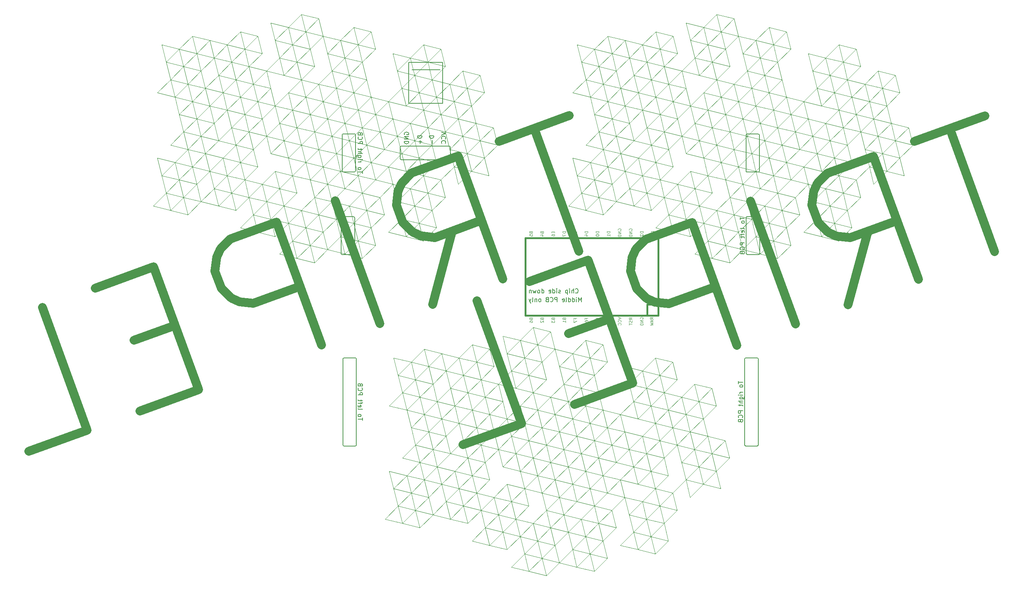
<source format=gbo>
G04 #@! TF.GenerationSoftware,KiCad,Pcbnew,(5.1.4-0-10_14)*
G04 #@! TF.CreationDate,2019-11-16T21:14:42+01:00*
G04 #@! TF.ProjectId,tripel,74726970-656c-42e6-9b69-6361645f7063,rev?*
G04 #@! TF.SameCoordinates,Original*
G04 #@! TF.FileFunction,Legend,Bot*
G04 #@! TF.FilePolarity,Positive*
%FSLAX46Y46*%
G04 Gerber Fmt 4.6, Leading zero omitted, Abs format (unit mm)*
G04 Created by KiCad (PCBNEW (5.1.4-0-10_14)) date 2019-11-16 21:14:42*
%MOMM*%
%LPD*%
G04 APERTURE LIST*
%ADD10C,2.000000*%
%ADD11C,0.150000*%
%ADD12C,0.120000*%
%ADD13C,0.200000*%
%ADD14C,0.381000*%
%ADD15C,0.100000*%
G04 APERTURE END LIST*
D10*
X172918534Y-95181445D02*
X163521607Y-98601646D01*
X164868956Y-114834045D02*
X178293136Y-109948043D01*
X168032532Y-81757264D01*
X154608351Y-86643267D01*
X139363013Y-124117449D02*
X152787193Y-119231447D01*
X142526589Y-91040668D01*
X259022849Y-48661361D02*
X242913833Y-54524563D01*
X261228945Y-79783740D02*
X250968341Y-51592962D01*
X227668494Y-91998746D02*
X232179419Y-75154364D01*
X243777511Y-86135543D02*
X233516907Y-57944764D01*
X222777562Y-61853566D01*
X220581326Y-64173185D01*
X219727509Y-66004203D01*
X219362291Y-69177639D01*
X220828092Y-73204893D01*
X223147710Y-75401129D01*
X224978728Y-76254947D01*
X228152165Y-76620164D01*
X238891509Y-72711363D01*
X215586732Y-96396147D02*
X205326128Y-68205369D01*
X202162552Y-101282149D02*
X191901948Y-73091371D01*
X181162603Y-77000172D01*
X178966368Y-79319791D01*
X178112550Y-81150809D01*
X177747332Y-84324245D01*
X179213133Y-88351500D01*
X181532751Y-90547735D01*
X183363769Y-91401553D01*
X186537206Y-91766771D01*
X197276550Y-87857969D01*
X163726999Y-48597807D02*
X147617982Y-54461009D01*
X165933095Y-79720187D02*
X155672490Y-51529408D01*
X132372644Y-91935192D02*
X136883568Y-75090810D01*
X148481660Y-86071989D02*
X138221056Y-57881211D01*
X127481712Y-61790012D01*
X125285476Y-64109631D01*
X124431658Y-65940649D01*
X124066441Y-69114085D01*
X125532241Y-73141339D01*
X127851860Y-75337575D01*
X129682878Y-76191393D01*
X132856314Y-76556611D01*
X143595658Y-72647809D01*
X120290882Y-96332594D02*
X110030277Y-68141815D01*
X106866701Y-101218596D02*
X96606097Y-73027817D01*
X85866753Y-76936619D01*
X83670517Y-79256237D01*
X82816699Y-81087255D01*
X82451482Y-84260692D01*
X83917282Y-88287946D01*
X86236901Y-90484182D01*
X88067919Y-91338000D01*
X91241355Y-91703217D01*
X101980699Y-87794415D01*
X73301321Y-96712602D02*
X63904394Y-100132803D01*
X65251743Y-116365202D02*
X78675923Y-111479200D01*
X68415319Y-83288421D01*
X54991138Y-88174424D01*
X39745800Y-125648606D02*
X53169980Y-120762604D01*
X42909376Y-92571825D01*
D11*
X116266369Y-118524404D02*
X116266369Y-117952976D01*
X115266369Y-118238690D02*
X116266369Y-118238690D01*
X115266369Y-117476785D02*
X115313988Y-117572023D01*
X115361607Y-117619642D01*
X115456845Y-117667261D01*
X115742559Y-117667261D01*
X115837797Y-117619642D01*
X115885416Y-117572023D01*
X115933035Y-117476785D01*
X115933035Y-117333928D01*
X115885416Y-117238690D01*
X115837797Y-117191071D01*
X115742559Y-117143452D01*
X115456845Y-117143452D01*
X115361607Y-117191071D01*
X115313988Y-117238690D01*
X115266369Y-117333928D01*
X115266369Y-117476785D01*
X115266369Y-115810119D02*
X115313988Y-115905357D01*
X115409226Y-115952976D01*
X116266369Y-115952976D01*
X115313988Y-115048214D02*
X115266369Y-115143452D01*
X115266369Y-115333928D01*
X115313988Y-115429166D01*
X115409226Y-115476785D01*
X115790178Y-115476785D01*
X115885416Y-115429166D01*
X115933035Y-115333928D01*
X115933035Y-115143452D01*
X115885416Y-115048214D01*
X115790178Y-115000595D01*
X115694940Y-115000595D01*
X115599702Y-115476785D01*
X115933035Y-114714880D02*
X115933035Y-114333928D01*
X115266369Y-114572023D02*
X116123511Y-114572023D01*
X116218750Y-114524404D01*
X116266369Y-114429166D01*
X116266369Y-114333928D01*
X115933035Y-114143452D02*
X115933035Y-113762500D01*
X116266369Y-114000595D02*
X115409226Y-114000595D01*
X115313988Y-113952976D01*
X115266369Y-113857738D01*
X115266369Y-113762500D01*
X115266369Y-112667261D02*
X116266369Y-112667261D01*
X116266369Y-112286309D01*
X116218750Y-112191071D01*
X116171130Y-112143452D01*
X116075892Y-112095833D01*
X115933035Y-112095833D01*
X115837797Y-112143452D01*
X115790178Y-112191071D01*
X115742559Y-112286309D01*
X115742559Y-112667261D01*
X115361607Y-111095833D02*
X115313988Y-111143452D01*
X115266369Y-111286309D01*
X115266369Y-111381547D01*
X115313988Y-111524404D01*
X115409226Y-111619642D01*
X115504464Y-111667261D01*
X115694940Y-111714880D01*
X115837797Y-111714880D01*
X116028273Y-111667261D01*
X116123511Y-111619642D01*
X116218750Y-111524404D01*
X116266369Y-111381547D01*
X116266369Y-111286309D01*
X116218750Y-111143452D01*
X116171130Y-111095833D01*
X115790178Y-110333928D02*
X115742559Y-110191071D01*
X115694940Y-110143452D01*
X115599702Y-110095833D01*
X115456845Y-110095833D01*
X115361607Y-110143452D01*
X115313988Y-110191071D01*
X115266369Y-110286309D01*
X115266369Y-110667261D01*
X116266369Y-110667261D01*
X116266369Y-110333928D01*
X116218750Y-110238690D01*
X116171130Y-110191071D01*
X116075892Y-110143452D01*
X115980654Y-110143452D01*
X115885416Y-110191071D01*
X115837797Y-110238690D01*
X115790178Y-110333928D01*
X115790178Y-110667261D01*
X202483630Y-109524404D02*
X202483630Y-110095833D01*
X203483630Y-109810119D02*
X202483630Y-109810119D01*
X203483630Y-110572023D02*
X203436011Y-110476785D01*
X203388392Y-110429166D01*
X203293154Y-110381547D01*
X203007440Y-110381547D01*
X202912202Y-110429166D01*
X202864583Y-110476785D01*
X202816964Y-110572023D01*
X202816964Y-110714880D01*
X202864583Y-110810119D01*
X202912202Y-110857738D01*
X203007440Y-110905357D01*
X203293154Y-110905357D01*
X203388392Y-110857738D01*
X203436011Y-110810119D01*
X203483630Y-110714880D01*
X203483630Y-110572023D01*
X203483630Y-112095833D02*
X202816964Y-112095833D01*
X203007440Y-112095833D02*
X202912202Y-112143452D01*
X202864583Y-112191071D01*
X202816964Y-112286309D01*
X202816964Y-112381547D01*
X203483630Y-112714880D02*
X202816964Y-112714880D01*
X202483630Y-112714880D02*
X202531250Y-112667261D01*
X202578869Y-112714880D01*
X202531250Y-112762500D01*
X202483630Y-112714880D01*
X202578869Y-112714880D01*
X202816964Y-113619642D02*
X203626488Y-113619642D01*
X203721726Y-113572023D01*
X203769345Y-113524404D01*
X203816964Y-113429166D01*
X203816964Y-113286309D01*
X203769345Y-113191071D01*
X203436011Y-113619642D02*
X203483630Y-113524404D01*
X203483630Y-113333928D01*
X203436011Y-113238690D01*
X203388392Y-113191071D01*
X203293154Y-113143452D01*
X203007440Y-113143452D01*
X202912202Y-113191071D01*
X202864583Y-113238690D01*
X202816964Y-113333928D01*
X202816964Y-113524404D01*
X202864583Y-113619642D01*
X203483630Y-114095833D02*
X202483630Y-114095833D01*
X203483630Y-114524404D02*
X202959821Y-114524404D01*
X202864583Y-114476785D01*
X202816964Y-114381547D01*
X202816964Y-114238690D01*
X202864583Y-114143452D01*
X202912202Y-114095833D01*
X202816964Y-114857738D02*
X202816964Y-115238690D01*
X202483630Y-115000595D02*
X203340773Y-115000595D01*
X203436011Y-115048214D01*
X203483630Y-115143452D01*
X203483630Y-115238690D01*
X203483630Y-116333928D02*
X202483630Y-116333928D01*
X202483630Y-116714880D01*
X202531250Y-116810119D01*
X202578869Y-116857738D01*
X202674107Y-116905357D01*
X202816964Y-116905357D01*
X202912202Y-116857738D01*
X202959821Y-116810119D01*
X203007440Y-116714880D01*
X203007440Y-116333928D01*
X203388392Y-117905357D02*
X203436011Y-117857738D01*
X203483630Y-117714880D01*
X203483630Y-117619642D01*
X203436011Y-117476785D01*
X203340773Y-117381547D01*
X203245535Y-117333928D01*
X203055059Y-117286309D01*
X202912202Y-117286309D01*
X202721726Y-117333928D01*
X202626488Y-117381547D01*
X202531250Y-117476785D01*
X202483630Y-117619642D01*
X202483630Y-117714880D01*
X202531250Y-117857738D01*
X202578869Y-117905357D01*
X202959821Y-118667261D02*
X203007440Y-118810119D01*
X203055059Y-118857738D01*
X203150297Y-118905357D01*
X203293154Y-118905357D01*
X203388392Y-118857738D01*
X203436011Y-118810119D01*
X203483630Y-118714880D01*
X203483630Y-118333928D01*
X202483630Y-118333928D01*
X202483630Y-118667261D01*
X202531250Y-118762500D01*
X202578869Y-118810119D01*
X202674107Y-118857738D01*
X202769345Y-118857738D01*
X202864583Y-118810119D01*
X202912202Y-118762500D01*
X202959821Y-118667261D01*
X202959821Y-118333928D01*
X202880505Y-71900595D02*
X202880505Y-72472023D01*
X203880505Y-72186309D02*
X202880505Y-72186309D01*
X203880505Y-72948214D02*
X203832886Y-72852976D01*
X203785267Y-72805357D01*
X203690029Y-72757738D01*
X203404315Y-72757738D01*
X203309077Y-72805357D01*
X203261458Y-72852976D01*
X203213839Y-72948214D01*
X203213839Y-73091071D01*
X203261458Y-73186309D01*
X203309077Y-73233928D01*
X203404315Y-73281547D01*
X203690029Y-73281547D01*
X203785267Y-73233928D01*
X203832886Y-73186309D01*
X203880505Y-73091071D01*
X203880505Y-72948214D01*
X203880505Y-74614880D02*
X203832886Y-74519642D01*
X203737648Y-74472023D01*
X202880505Y-74472023D01*
X203832886Y-75376785D02*
X203880505Y-75281547D01*
X203880505Y-75091071D01*
X203832886Y-74995833D01*
X203737648Y-74948214D01*
X203356696Y-74948214D01*
X203261458Y-74995833D01*
X203213839Y-75091071D01*
X203213839Y-75281547D01*
X203261458Y-75376785D01*
X203356696Y-75424404D01*
X203451934Y-75424404D01*
X203547172Y-74948214D01*
X203213839Y-75710119D02*
X203213839Y-76091071D01*
X203880505Y-75852976D02*
X203023363Y-75852976D01*
X202928125Y-75900595D01*
X202880505Y-75995833D01*
X202880505Y-76091071D01*
X203213839Y-76281547D02*
X203213839Y-76662500D01*
X202880505Y-76424404D02*
X203737648Y-76424404D01*
X203832886Y-76472023D01*
X203880505Y-76567261D01*
X203880505Y-76662500D01*
X203880505Y-77757738D02*
X202880505Y-77757738D01*
X202880505Y-78138690D01*
X202928125Y-78233928D01*
X202975744Y-78281547D01*
X203070982Y-78329166D01*
X203213839Y-78329166D01*
X203309077Y-78281547D01*
X203356696Y-78233928D01*
X203404315Y-78138690D01*
X203404315Y-77757738D01*
X203785267Y-79329166D02*
X203832886Y-79281547D01*
X203880505Y-79138690D01*
X203880505Y-79043452D01*
X203832886Y-78900595D01*
X203737648Y-78805357D01*
X203642410Y-78757738D01*
X203451934Y-78710119D01*
X203309077Y-78710119D01*
X203118601Y-78757738D01*
X203023363Y-78805357D01*
X202928125Y-78900595D01*
X202880505Y-79043452D01*
X202880505Y-79138690D01*
X202928125Y-79281547D01*
X202975744Y-79329166D01*
X203356696Y-80091071D02*
X203404315Y-80233928D01*
X203451934Y-80281547D01*
X203547172Y-80329166D01*
X203690029Y-80329166D01*
X203785267Y-80281547D01*
X203832886Y-80233928D01*
X203880505Y-80138690D01*
X203880505Y-79757738D01*
X202880505Y-79757738D01*
X202880505Y-80091071D01*
X202928125Y-80186309D01*
X202975744Y-80233928D01*
X203070982Y-80281547D01*
X203166220Y-80281547D01*
X203261458Y-80233928D01*
X203309077Y-80186309D01*
X203356696Y-80091071D01*
X203356696Y-79757738D01*
X116266369Y-61850595D02*
X116266369Y-61279166D01*
X115266369Y-61564880D02*
X116266369Y-61564880D01*
X115266369Y-60802976D02*
X115313988Y-60898214D01*
X115361607Y-60945833D01*
X115456845Y-60993452D01*
X115742559Y-60993452D01*
X115837797Y-60945833D01*
X115885416Y-60898214D01*
X115933035Y-60802976D01*
X115933035Y-60660119D01*
X115885416Y-60564880D01*
X115837797Y-60517261D01*
X115742559Y-60469642D01*
X115456845Y-60469642D01*
X115361607Y-60517261D01*
X115313988Y-60564880D01*
X115266369Y-60660119D01*
X115266369Y-60802976D01*
X115266369Y-59279166D02*
X115933035Y-59279166D01*
X115742559Y-59279166D02*
X115837797Y-59231547D01*
X115885416Y-59183928D01*
X115933035Y-59088690D01*
X115933035Y-58993452D01*
X115266369Y-58660119D02*
X115933035Y-58660119D01*
X116266369Y-58660119D02*
X116218750Y-58707738D01*
X116171130Y-58660119D01*
X116218750Y-58612500D01*
X116266369Y-58660119D01*
X116171130Y-58660119D01*
X115933035Y-57755357D02*
X115123511Y-57755357D01*
X115028273Y-57802976D01*
X114980654Y-57850595D01*
X114933035Y-57945833D01*
X114933035Y-58088690D01*
X114980654Y-58183928D01*
X115313988Y-57755357D02*
X115266369Y-57850595D01*
X115266369Y-58041071D01*
X115313988Y-58136309D01*
X115361607Y-58183928D01*
X115456845Y-58231547D01*
X115742559Y-58231547D01*
X115837797Y-58183928D01*
X115885416Y-58136309D01*
X115933035Y-58041071D01*
X115933035Y-57850595D01*
X115885416Y-57755357D01*
X115266369Y-57279166D02*
X116266369Y-57279166D01*
X115266369Y-56850595D02*
X115790178Y-56850595D01*
X115885416Y-56898214D01*
X115933035Y-56993452D01*
X115933035Y-57136309D01*
X115885416Y-57231547D01*
X115837797Y-57279166D01*
X115933035Y-56517261D02*
X115933035Y-56136309D01*
X116266369Y-56374404D02*
X115409226Y-56374404D01*
X115313988Y-56326785D01*
X115266369Y-56231547D01*
X115266369Y-56136309D01*
X115266369Y-55041071D02*
X116266369Y-55041071D01*
X116266369Y-54660119D01*
X116218750Y-54564880D01*
X116171130Y-54517261D01*
X116075892Y-54469642D01*
X115933035Y-54469642D01*
X115837797Y-54517261D01*
X115790178Y-54564880D01*
X115742559Y-54660119D01*
X115742559Y-55041071D01*
X115361607Y-53469642D02*
X115313988Y-53517261D01*
X115266369Y-53660119D01*
X115266369Y-53755357D01*
X115313988Y-53898214D01*
X115409226Y-53993452D01*
X115504464Y-54041071D01*
X115694940Y-54088690D01*
X115837797Y-54088690D01*
X116028273Y-54041071D01*
X116123511Y-53993452D01*
X116218750Y-53898214D01*
X116266369Y-53755357D01*
X116266369Y-53660119D01*
X116218750Y-53517261D01*
X116171130Y-53469642D01*
X115790178Y-52707738D02*
X115742559Y-52564880D01*
X115694940Y-52517261D01*
X115599702Y-52469642D01*
X115456845Y-52469642D01*
X115361607Y-52517261D01*
X115313988Y-52564880D01*
X115266369Y-52660119D01*
X115266369Y-53041071D01*
X116266369Y-53041071D01*
X116266369Y-52707738D01*
X116218750Y-52612500D01*
X116171130Y-52564880D01*
X116075892Y-52517261D01*
X115980654Y-52517261D01*
X115885416Y-52564880D01*
X115837797Y-52612500D01*
X115790178Y-52707738D01*
X115790178Y-53041071D01*
X166503601Y-91299255D02*
X166503601Y-90299255D01*
X166170267Y-91013541D01*
X165836934Y-90299255D01*
X165836934Y-91299255D01*
X165360744Y-91299255D02*
X165360744Y-90632589D01*
X165360744Y-90299255D02*
X165408363Y-90346875D01*
X165360744Y-90394494D01*
X165313125Y-90346875D01*
X165360744Y-90299255D01*
X165360744Y-90394494D01*
X164455982Y-91299255D02*
X164455982Y-90299255D01*
X164455982Y-91251636D02*
X164551220Y-91299255D01*
X164741696Y-91299255D01*
X164836934Y-91251636D01*
X164884553Y-91204017D01*
X164932172Y-91108779D01*
X164932172Y-90823065D01*
X164884553Y-90727827D01*
X164836934Y-90680208D01*
X164741696Y-90632589D01*
X164551220Y-90632589D01*
X164455982Y-90680208D01*
X163551220Y-91299255D02*
X163551220Y-90299255D01*
X163551220Y-91251636D02*
X163646458Y-91299255D01*
X163836934Y-91299255D01*
X163932172Y-91251636D01*
X163979791Y-91204017D01*
X164027410Y-91108779D01*
X164027410Y-90823065D01*
X163979791Y-90727827D01*
X163932172Y-90680208D01*
X163836934Y-90632589D01*
X163646458Y-90632589D01*
X163551220Y-90680208D01*
X162932172Y-91299255D02*
X163027410Y-91251636D01*
X163075029Y-91156398D01*
X163075029Y-90299255D01*
X162170267Y-91251636D02*
X162265505Y-91299255D01*
X162455982Y-91299255D01*
X162551220Y-91251636D01*
X162598839Y-91156398D01*
X162598839Y-90775446D01*
X162551220Y-90680208D01*
X162455982Y-90632589D01*
X162265505Y-90632589D01*
X162170267Y-90680208D01*
X162122648Y-90775446D01*
X162122648Y-90870684D01*
X162598839Y-90965922D01*
X160932172Y-91299255D02*
X160932172Y-90299255D01*
X160551220Y-90299255D01*
X160455982Y-90346875D01*
X160408363Y-90394494D01*
X160360744Y-90489732D01*
X160360744Y-90632589D01*
X160408363Y-90727827D01*
X160455982Y-90775446D01*
X160551220Y-90823065D01*
X160932172Y-90823065D01*
X159360744Y-91204017D02*
X159408363Y-91251636D01*
X159551220Y-91299255D01*
X159646458Y-91299255D01*
X159789315Y-91251636D01*
X159884553Y-91156398D01*
X159932172Y-91061160D01*
X159979791Y-90870684D01*
X159979791Y-90727827D01*
X159932172Y-90537351D01*
X159884553Y-90442113D01*
X159789315Y-90346875D01*
X159646458Y-90299255D01*
X159551220Y-90299255D01*
X159408363Y-90346875D01*
X159360744Y-90394494D01*
X158598839Y-90775446D02*
X158455982Y-90823065D01*
X158408363Y-90870684D01*
X158360744Y-90965922D01*
X158360744Y-91108779D01*
X158408363Y-91204017D01*
X158455982Y-91251636D01*
X158551220Y-91299255D01*
X158932172Y-91299255D01*
X158932172Y-90299255D01*
X158598839Y-90299255D01*
X158503601Y-90346875D01*
X158455982Y-90394494D01*
X158408363Y-90489732D01*
X158408363Y-90584970D01*
X158455982Y-90680208D01*
X158503601Y-90727827D01*
X158598839Y-90775446D01*
X158932172Y-90775446D01*
X157027410Y-91299255D02*
X157122648Y-91251636D01*
X157170267Y-91204017D01*
X157217886Y-91108779D01*
X157217886Y-90823065D01*
X157170267Y-90727827D01*
X157122648Y-90680208D01*
X157027410Y-90632589D01*
X156884553Y-90632589D01*
X156789315Y-90680208D01*
X156741696Y-90727827D01*
X156694077Y-90823065D01*
X156694077Y-91108779D01*
X156741696Y-91204017D01*
X156789315Y-91251636D01*
X156884553Y-91299255D01*
X157027410Y-91299255D01*
X156265505Y-90632589D02*
X156265505Y-91299255D01*
X156265505Y-90727827D02*
X156217886Y-90680208D01*
X156122648Y-90632589D01*
X155979791Y-90632589D01*
X155884553Y-90680208D01*
X155836934Y-90775446D01*
X155836934Y-91299255D01*
X155217886Y-91299255D02*
X155313125Y-91251636D01*
X155360744Y-91156398D01*
X155360744Y-90299255D01*
X154932172Y-90632589D02*
X154694077Y-91299255D01*
X154455982Y-90632589D02*
X154694077Y-91299255D01*
X154789315Y-91537351D01*
X154836934Y-91584970D01*
X154932172Y-91632589D01*
X127635000Y-38100000D02*
X134112000Y-38100000D01*
D12*
X200437500Y-127168750D02*
X196437500Y-126168750D01*
X198437500Y-134168750D02*
X194437500Y-133168750D01*
X200437500Y-127168750D02*
X197437500Y-130168750D01*
X195437500Y-122168750D02*
X199437500Y-123168750D01*
X193437500Y-129168750D02*
X197437500Y-130168750D01*
X197437500Y-130168750D02*
X200437500Y-127168750D01*
X193437500Y-129168750D02*
X192437500Y-125168750D01*
X200437500Y-127168750D02*
X199437500Y-123168750D01*
X188437500Y-124168750D02*
X192437500Y-125168750D01*
X193437500Y-129168750D02*
X197437500Y-130168750D01*
X198437500Y-134168750D02*
X197437500Y-130168750D01*
X190437500Y-132168750D02*
X194437500Y-133168750D01*
X193437500Y-129168750D02*
X192437500Y-125168750D01*
X191437500Y-136168750D02*
X190437500Y-132168750D01*
X195437500Y-122168750D02*
X192437500Y-125168750D01*
X200437500Y-127168750D02*
X199437500Y-123168750D01*
X191437500Y-136168750D02*
X190437500Y-132168750D01*
X193437500Y-129168750D02*
X189437500Y-128168750D01*
X194437500Y-133168750D02*
X193437500Y-129168750D01*
X197437500Y-130168750D02*
X196437500Y-126168750D01*
X188437500Y-124168750D02*
X192437500Y-125168750D01*
X192437500Y-125168750D02*
X195437500Y-122168750D01*
X189437500Y-128168750D02*
X188437500Y-124168750D01*
X192437500Y-125168750D02*
X196437500Y-126168750D01*
X192437500Y-125168750D02*
X189437500Y-128168750D01*
X197437500Y-130168750D02*
X194437500Y-133168750D01*
X194437500Y-133168750D02*
X191437500Y-136168750D01*
X190437500Y-132168750D02*
X189437500Y-128168750D01*
X193437500Y-129168750D02*
X190437500Y-132168750D01*
X198437500Y-134168750D02*
X197437500Y-130168750D01*
X196437500Y-126168750D02*
X193437500Y-129168750D01*
X196437500Y-126168750D02*
X195437500Y-122168750D01*
X190437500Y-132168750D02*
X193437500Y-129168750D01*
X195437500Y-122168750D02*
X199437500Y-123168750D01*
X190437500Y-132168750D02*
X187437500Y-135168750D01*
X199437500Y-123168750D02*
X196437500Y-126168750D01*
X195437500Y-122168750D02*
X191437500Y-121168750D01*
X197437500Y-115168750D02*
X194437500Y-118168750D01*
X192437500Y-110168750D02*
X196437500Y-111168750D01*
X190437500Y-117168750D02*
X194437500Y-118168750D01*
X194437500Y-118168750D02*
X197437500Y-115168750D01*
X190437500Y-117168750D02*
X189437500Y-113168750D01*
X197437500Y-115168750D02*
X196437500Y-111168750D01*
X185437500Y-112168750D02*
X189437500Y-113168750D01*
X190437500Y-117168750D02*
X194437500Y-118168750D01*
X195437500Y-122168750D02*
X194437500Y-118168750D01*
X187437500Y-120168750D02*
X191437500Y-121168750D01*
X190437500Y-117168750D02*
X189437500Y-113168750D01*
X188437500Y-124168750D02*
X187437500Y-120168750D01*
X192437500Y-110168750D02*
X189437500Y-113168750D01*
X197437500Y-115168750D02*
X196437500Y-111168750D01*
X188437500Y-124168750D02*
X187437500Y-120168750D01*
X190437500Y-117168750D02*
X186437500Y-116168750D01*
X191437500Y-121168750D02*
X190437500Y-117168750D01*
X194437500Y-118168750D02*
X193437500Y-114168750D01*
X185437500Y-112168750D02*
X189437500Y-113168750D01*
X189437500Y-113168750D02*
X192437500Y-110168750D01*
X192437500Y-125168750D02*
X191437500Y-121168750D01*
X186437500Y-116168750D02*
X185437500Y-112168750D01*
X189437500Y-113168750D02*
X193437500Y-114168750D01*
X189437500Y-113168750D02*
X186437500Y-116168750D01*
X194437500Y-118168750D02*
X191437500Y-121168750D01*
X191437500Y-121168750D02*
X188437500Y-124168750D01*
X187437500Y-120168750D02*
X186437500Y-116168750D01*
X190437500Y-117168750D02*
X187437500Y-120168750D01*
X195437500Y-122168750D02*
X194437500Y-118168750D01*
X193437500Y-114168750D02*
X190437500Y-117168750D01*
X193437500Y-114168750D02*
X192437500Y-110168750D01*
X187437500Y-120168750D02*
X190437500Y-117168750D01*
X192437500Y-110168750D02*
X196437500Y-111168750D01*
X187437500Y-120168750D02*
X184437500Y-123168750D01*
X196437500Y-111168750D02*
X193437500Y-114168750D01*
X197437500Y-115168750D02*
X193437500Y-114168750D01*
X160437500Y-102168750D02*
X164437500Y-103168750D01*
X164437500Y-103168750D02*
X167437500Y-100168750D01*
X167437500Y-115168750D02*
X166437500Y-111168750D01*
X161437500Y-106168750D02*
X160437500Y-102168750D01*
X164437500Y-103168750D02*
X168437500Y-104168750D01*
X164437500Y-103168750D02*
X161437500Y-106168750D01*
X169437500Y-108168750D02*
X166437500Y-111168750D01*
X166437500Y-111168750D02*
X163437500Y-114168750D01*
X162437500Y-110168750D02*
X161437500Y-106168750D01*
X165437500Y-107168750D02*
X162437500Y-110168750D01*
X170437500Y-112168750D02*
X169437500Y-108168750D01*
X168437500Y-104168750D02*
X165437500Y-107168750D01*
X168437500Y-104168750D02*
X167437500Y-100168750D01*
X162437500Y-110168750D02*
X165437500Y-107168750D01*
X167437500Y-100168750D02*
X171437500Y-101168750D01*
X162437500Y-110168750D02*
X159437500Y-113168750D01*
X160437500Y-102168750D02*
X164437500Y-103168750D01*
X165437500Y-107168750D02*
X169437500Y-108168750D01*
X169437500Y-108168750D02*
X172437500Y-105168750D01*
X165437500Y-107168750D02*
X164437500Y-103168750D01*
X167437500Y-100168750D02*
X164437500Y-103168750D01*
X172437500Y-105168750D02*
X171437500Y-101168750D01*
X171437500Y-101168750D02*
X168437500Y-104168750D01*
X172437500Y-105168750D02*
X168437500Y-104168750D01*
X167437500Y-100168750D02*
X171437500Y-101168750D01*
X165437500Y-107168750D02*
X169437500Y-108168750D01*
X169437500Y-108168750D02*
X168437500Y-104168750D01*
X172437500Y-105168750D02*
X171437500Y-101168750D01*
X163437500Y-114168750D02*
X162437500Y-110168750D01*
X170437500Y-112168750D02*
X169437500Y-108168750D01*
X170437500Y-112168750D02*
X166437500Y-111168750D01*
X166437500Y-111168750D02*
X165437500Y-107168750D01*
X172437500Y-105168750D02*
X169437500Y-108168750D01*
X165437500Y-107168750D02*
X164437500Y-103168750D01*
X162437500Y-110168750D02*
X166437500Y-111168750D01*
X165437500Y-107168750D02*
X161437500Y-106168750D01*
X163437500Y-114168750D02*
X162437500Y-110168750D01*
X156437500Y-101168750D02*
X153437500Y-104168750D01*
X156437500Y-101168750D02*
X155437500Y-97168750D01*
X158437500Y-109168750D02*
X155437500Y-112168750D01*
X150437500Y-107168750D02*
X153437500Y-104168750D01*
X155437500Y-97168750D02*
X159437500Y-98168750D01*
X157437500Y-105168750D02*
X160437500Y-102168750D01*
X153437500Y-104168750D02*
X152437500Y-100168750D01*
X155437500Y-97168750D02*
X152437500Y-100168750D01*
X160437500Y-102168750D02*
X159437500Y-98168750D01*
X159437500Y-98168750D02*
X156437500Y-101168750D01*
X160437500Y-102168750D02*
X156437500Y-101168750D01*
X155437500Y-97168750D02*
X159437500Y-98168750D01*
X153437500Y-104168750D02*
X157437500Y-105168750D01*
X157437500Y-105168750D02*
X156437500Y-101168750D01*
X160437500Y-102168750D02*
X159437500Y-98168750D01*
X151437500Y-111168750D02*
X150437500Y-107168750D01*
X150437500Y-107168750D02*
X147437500Y-110168750D01*
X148437500Y-99168750D02*
X152437500Y-100168750D01*
X155437500Y-112168750D02*
X158437500Y-109168750D01*
X151437500Y-111168750D02*
X150437500Y-107168750D01*
X151437500Y-111168750D02*
X155437500Y-112168750D01*
X158437500Y-109168750D02*
X157437500Y-105168750D01*
X160437500Y-102168750D02*
X157437500Y-105168750D01*
X153437500Y-104168750D02*
X152437500Y-100168750D01*
X153437500Y-104168750D02*
X150437500Y-107168750D01*
X158437500Y-109168750D02*
X157437500Y-105168750D01*
X157437500Y-105168750D02*
X154437500Y-108168750D01*
X154437500Y-108168750D02*
X151437500Y-111168750D01*
X154437500Y-108168750D02*
X153437500Y-104168750D01*
X158437500Y-109168750D02*
X154437500Y-108168750D01*
X153437500Y-104168750D02*
X157437500Y-105168750D01*
X151437500Y-111168750D02*
X155437500Y-112168750D01*
X153437500Y-104168750D02*
X149437500Y-103168750D01*
X152437500Y-100168750D02*
X149437500Y-103168750D01*
X155437500Y-112168750D02*
X154437500Y-108168750D01*
X150437500Y-107168750D02*
X154437500Y-108168750D01*
X148437500Y-99168750D02*
X152437500Y-100168750D01*
X152437500Y-100168750D02*
X155437500Y-97168750D01*
X150437500Y-107168750D02*
X149437500Y-103168750D01*
X149437500Y-103168750D02*
X148437500Y-99168750D01*
X152437500Y-100168750D02*
X156437500Y-101168750D01*
X151437500Y-111168750D02*
X147437500Y-110168750D01*
X155437500Y-112168750D02*
X159437500Y-113168750D01*
X155437500Y-112168750D02*
X152437500Y-115168750D01*
X160437500Y-117168750D02*
X159437500Y-113168750D01*
X159437500Y-113168750D02*
X156437500Y-116168750D01*
X156437500Y-116168750D02*
X155437500Y-112168750D01*
X155437500Y-112168750D02*
X159437500Y-113168750D01*
X160437500Y-117168750D02*
X159437500Y-113168750D01*
X152437500Y-115168750D02*
X155437500Y-112168750D01*
X148437500Y-114168750D02*
X147437500Y-110168750D01*
X147437500Y-110168750D02*
X144437500Y-113168750D01*
X143437500Y-109168750D02*
X147437500Y-110168750D01*
X145437500Y-102168750D02*
X142437500Y-105168750D01*
X146437500Y-106168750D02*
X142437500Y-105168750D01*
X141437500Y-101168750D02*
X145437500Y-102168750D01*
X141437500Y-101168750D02*
X145437500Y-102168750D01*
X137437500Y-115168750D02*
X133437500Y-114168750D01*
X139437500Y-108168750D02*
X138437500Y-104168750D01*
X141437500Y-101168750D02*
X138437500Y-104168750D01*
X146437500Y-106168750D02*
X145437500Y-102168750D01*
X143437500Y-109168750D02*
X146437500Y-106168750D01*
X142437500Y-105168750D02*
X141437500Y-101168750D01*
X142437500Y-105168750D02*
X139437500Y-108168750D01*
X144437500Y-113168750D02*
X141437500Y-116168750D01*
X137437500Y-115168750D02*
X136437500Y-111168750D01*
X136437500Y-111168750D02*
X133437500Y-114168750D01*
X144437500Y-113168750D02*
X143437500Y-109168750D01*
X146437500Y-106168750D02*
X143437500Y-109168750D01*
X139437500Y-108168750D02*
X138437500Y-104168750D01*
X139437500Y-108168750D02*
X136437500Y-111168750D01*
X144437500Y-113168750D02*
X143437500Y-109168750D01*
X143437500Y-109168750D02*
X140437500Y-112168750D01*
X140437500Y-112168750D02*
X137437500Y-115168750D01*
X140437500Y-112168750D02*
X139437500Y-108168750D01*
X137437500Y-115168750D02*
X141437500Y-116168750D01*
X139437500Y-108168750D02*
X135437500Y-107168750D01*
X138437500Y-104168750D02*
X135437500Y-107168750D01*
X141437500Y-116168750D02*
X140437500Y-112168750D01*
X136437500Y-111168750D02*
X140437500Y-112168750D01*
X134437500Y-103168750D02*
X138437500Y-104168750D01*
X138437500Y-104168750D02*
X141437500Y-101168750D01*
X136437500Y-111168750D02*
X135437500Y-107168750D01*
X135437500Y-107168750D02*
X134437500Y-103168750D01*
X138437500Y-104168750D02*
X142437500Y-105168750D01*
X134437500Y-103168750D02*
X138437500Y-104168750D01*
X141437500Y-116168750D02*
X144437500Y-113168750D01*
X137437500Y-115168750D02*
X136437500Y-111168750D01*
X137437500Y-115168750D02*
X141437500Y-116168750D01*
X144437500Y-113168750D02*
X140437500Y-112168750D01*
X139437500Y-108168750D02*
X143437500Y-109168750D01*
X136437500Y-111168750D02*
X139437500Y-108168750D01*
X139437500Y-108168750D02*
X143437500Y-109168750D01*
X143437500Y-109168750D02*
X142437500Y-105168750D01*
X146437500Y-106168750D02*
X145437500Y-102168750D01*
X134437500Y-103168750D02*
X131437500Y-106168750D01*
X135437500Y-107168750D02*
X131437500Y-106168750D01*
X130437500Y-102168750D02*
X134437500Y-103168750D01*
X130437500Y-102168750D02*
X134437500Y-103168750D01*
X126437500Y-116168750D02*
X122437500Y-115168750D01*
X128437500Y-109168750D02*
X127437500Y-105168750D01*
X130437500Y-102168750D02*
X127437500Y-105168750D01*
X135437500Y-107168750D02*
X134437500Y-103168750D01*
X132437500Y-110168750D02*
X135437500Y-107168750D01*
X131437500Y-106168750D02*
X130437500Y-102168750D01*
X131437500Y-106168750D02*
X128437500Y-109168750D01*
X133437500Y-114168750D02*
X130437500Y-117168750D01*
X126437500Y-116168750D02*
X125437500Y-112168750D01*
X125437500Y-112168750D02*
X122437500Y-115168750D01*
X133437500Y-114168750D02*
X132437500Y-110168750D01*
X135437500Y-107168750D02*
X132437500Y-110168750D01*
X128437500Y-109168750D02*
X127437500Y-105168750D01*
X128437500Y-109168750D02*
X125437500Y-112168750D01*
X133437500Y-114168750D02*
X132437500Y-110168750D01*
X132437500Y-110168750D02*
X129437500Y-113168750D01*
X129437500Y-113168750D02*
X126437500Y-116168750D01*
X129437500Y-113168750D02*
X128437500Y-109168750D01*
X126437500Y-116168750D02*
X130437500Y-117168750D01*
X128437500Y-109168750D02*
X124437500Y-108168750D01*
X127437500Y-105168750D02*
X124437500Y-108168750D01*
X130437500Y-117168750D02*
X129437500Y-113168750D01*
X125437500Y-112168750D02*
X129437500Y-113168750D01*
X123437500Y-104168750D02*
X127437500Y-105168750D01*
X127437500Y-105168750D02*
X130437500Y-102168750D01*
X125437500Y-112168750D02*
X124437500Y-108168750D01*
X124437500Y-108168750D02*
X123437500Y-104168750D01*
X127437500Y-105168750D02*
X131437500Y-106168750D01*
X123437500Y-104168750D02*
X127437500Y-105168750D01*
X130437500Y-117168750D02*
X133437500Y-114168750D01*
X126437500Y-116168750D02*
X125437500Y-112168750D01*
X126437500Y-116168750D02*
X130437500Y-117168750D01*
X133437500Y-114168750D02*
X129437500Y-113168750D01*
X128437500Y-109168750D02*
X132437500Y-110168750D01*
X125437500Y-112168750D02*
X128437500Y-109168750D01*
X128437500Y-109168750D02*
X132437500Y-110168750D01*
X132437500Y-110168750D02*
X131437500Y-106168750D01*
X135437500Y-107168750D02*
X134437500Y-103168750D01*
X133437500Y-129168750D02*
X130437500Y-132168750D01*
X134437500Y-133168750D02*
X130437500Y-132168750D01*
X129437500Y-128168750D02*
X133437500Y-129168750D01*
X129437500Y-128168750D02*
X133437500Y-129168750D01*
X125437500Y-142168750D02*
X121437500Y-141168750D01*
X127437500Y-135168750D02*
X126437500Y-131168750D01*
X129437500Y-128168750D02*
X126437500Y-131168750D01*
X134437500Y-133168750D02*
X133437500Y-129168750D01*
X131437500Y-136168750D02*
X134437500Y-133168750D01*
X130437500Y-132168750D02*
X129437500Y-128168750D01*
X130437500Y-132168750D02*
X127437500Y-135168750D01*
X132437500Y-140168750D02*
X129437500Y-143168750D01*
X125437500Y-142168750D02*
X124437500Y-138168750D01*
X124437500Y-138168750D02*
X121437500Y-141168750D01*
X132437500Y-140168750D02*
X131437500Y-136168750D01*
X134437500Y-133168750D02*
X131437500Y-136168750D01*
X127437500Y-135168750D02*
X126437500Y-131168750D01*
X127437500Y-135168750D02*
X124437500Y-138168750D01*
X132437500Y-140168750D02*
X131437500Y-136168750D01*
X131437500Y-136168750D02*
X128437500Y-139168750D01*
X128437500Y-139168750D02*
X125437500Y-142168750D01*
X128437500Y-139168750D02*
X127437500Y-135168750D01*
X125437500Y-142168750D02*
X129437500Y-143168750D01*
X127437500Y-135168750D02*
X123437500Y-134168750D01*
X126437500Y-131168750D02*
X123437500Y-134168750D01*
X129437500Y-143168750D02*
X128437500Y-139168750D01*
X124437500Y-138168750D02*
X128437500Y-139168750D01*
X122437500Y-130168750D02*
X126437500Y-131168750D01*
X126437500Y-131168750D02*
X129437500Y-128168750D01*
X124437500Y-138168750D02*
X123437500Y-134168750D01*
X123437500Y-134168750D02*
X122437500Y-130168750D01*
X126437500Y-131168750D02*
X130437500Y-132168750D01*
X122437500Y-130168750D02*
X126437500Y-131168750D01*
X129437500Y-143168750D02*
X132437500Y-140168750D01*
X125437500Y-142168750D02*
X124437500Y-138168750D01*
X125437500Y-142168750D02*
X129437500Y-143168750D01*
X132437500Y-140168750D02*
X128437500Y-139168750D01*
X127437500Y-135168750D02*
X131437500Y-136168750D01*
X124437500Y-138168750D02*
X127437500Y-135168750D01*
X127437500Y-135168750D02*
X131437500Y-136168750D01*
X131437500Y-136168750D02*
X130437500Y-132168750D01*
X134437500Y-133168750D02*
X133437500Y-129168750D01*
X129437500Y-128168750D02*
X125437500Y-127168750D01*
X131437500Y-121168750D02*
X130437500Y-117168750D01*
X133437500Y-114168750D02*
X130437500Y-117168750D01*
X138437500Y-119168750D02*
X137437500Y-115168750D01*
X137437500Y-115168750D02*
X134437500Y-118168750D01*
X138437500Y-119168750D02*
X134437500Y-118168750D01*
X133437500Y-114168750D02*
X137437500Y-115168750D01*
X131437500Y-121168750D02*
X135437500Y-122168750D01*
X135437500Y-122168750D02*
X134437500Y-118168750D01*
X138437500Y-119168750D02*
X137437500Y-115168750D01*
X129437500Y-128168750D02*
X128437500Y-124168750D01*
X128437500Y-124168750D02*
X125437500Y-127168750D01*
X136437500Y-126168750D02*
X135437500Y-122168750D01*
X138437500Y-119168750D02*
X135437500Y-122168750D01*
X131437500Y-121168750D02*
X130437500Y-117168750D01*
X131437500Y-121168750D02*
X128437500Y-124168750D01*
X136437500Y-126168750D02*
X135437500Y-122168750D01*
X135437500Y-122168750D02*
X132437500Y-125168750D01*
X132437500Y-125168750D02*
X129437500Y-128168750D01*
X132437500Y-125168750D02*
X131437500Y-121168750D01*
X129437500Y-128168750D02*
X133437500Y-129168750D01*
X131437500Y-121168750D02*
X127437500Y-120168750D01*
X130437500Y-117168750D02*
X127437500Y-120168750D01*
X133437500Y-129168750D02*
X132437500Y-125168750D01*
X128437500Y-124168750D02*
X132437500Y-125168750D01*
X126437500Y-116168750D02*
X130437500Y-117168750D01*
X130437500Y-117168750D02*
X133437500Y-114168750D01*
X128437500Y-124168750D02*
X127437500Y-120168750D01*
X127437500Y-120168750D02*
X126437500Y-116168750D01*
X130437500Y-117168750D02*
X134437500Y-118168750D01*
X126437500Y-116168750D02*
X130437500Y-117168750D01*
X133437500Y-129168750D02*
X136437500Y-126168750D01*
X129437500Y-128168750D02*
X128437500Y-124168750D01*
X129437500Y-128168750D02*
X133437500Y-129168750D01*
X136437500Y-126168750D02*
X132437500Y-125168750D01*
X131437500Y-121168750D02*
X135437500Y-122168750D01*
X134437500Y-118168750D02*
X131437500Y-121168750D01*
X134437500Y-118168750D02*
X133437500Y-114168750D01*
X136437500Y-126168750D02*
X133437500Y-129168750D01*
X128437500Y-124168750D02*
X131437500Y-121168750D01*
X133437500Y-114168750D02*
X137437500Y-115168750D01*
X135437500Y-122168750D02*
X138437500Y-119168750D01*
X133437500Y-129168750D02*
X137437500Y-130168750D01*
X140437500Y-142168750D02*
X143437500Y-139168750D01*
X136437500Y-141168750D02*
X135437500Y-137168750D01*
X136437500Y-141168750D02*
X140437500Y-142168750D01*
X143437500Y-139168750D02*
X139437500Y-138168750D01*
X138437500Y-134168750D02*
X142437500Y-135168750D01*
X141437500Y-131168750D02*
X138437500Y-134168750D01*
X141437500Y-131168750D02*
X140437500Y-127168750D01*
X143437500Y-139168750D02*
X140437500Y-142168750D01*
X135437500Y-137168750D02*
X138437500Y-134168750D01*
X140437500Y-127168750D02*
X144437500Y-128168750D01*
X142437500Y-135168750D02*
X145437500Y-132168750D01*
X138437500Y-134168750D02*
X137437500Y-130168750D01*
X140437500Y-127168750D02*
X137437500Y-130168750D01*
X145437500Y-132168750D02*
X144437500Y-128168750D01*
X144437500Y-128168750D02*
X141437500Y-131168750D01*
X145437500Y-132168750D02*
X141437500Y-131168750D01*
X140437500Y-127168750D02*
X144437500Y-128168750D01*
X138437500Y-134168750D02*
X142437500Y-135168750D01*
X142437500Y-135168750D02*
X141437500Y-131168750D01*
X145437500Y-132168750D02*
X144437500Y-128168750D01*
X136437500Y-141168750D02*
X135437500Y-137168750D01*
X135437500Y-137168750D02*
X132437500Y-140168750D01*
X143437500Y-139168750D02*
X142437500Y-135168750D01*
X145437500Y-132168750D02*
X142437500Y-135168750D01*
X138437500Y-134168750D02*
X137437500Y-130168750D01*
X138437500Y-134168750D02*
X135437500Y-137168750D01*
X143437500Y-139168750D02*
X142437500Y-135168750D01*
X142437500Y-135168750D02*
X139437500Y-138168750D01*
X139437500Y-138168750D02*
X136437500Y-141168750D01*
X139437500Y-138168750D02*
X138437500Y-134168750D01*
X136437500Y-141168750D02*
X140437500Y-142168750D01*
X138437500Y-134168750D02*
X134437500Y-133168750D01*
X137437500Y-130168750D02*
X134437500Y-133168750D01*
X140437500Y-142168750D02*
X139437500Y-138168750D01*
X135437500Y-137168750D02*
X139437500Y-138168750D01*
X133437500Y-129168750D02*
X137437500Y-130168750D01*
X137437500Y-130168750D02*
X140437500Y-127168750D01*
X135437500Y-137168750D02*
X134437500Y-133168750D01*
X134437500Y-133168750D02*
X133437500Y-129168750D01*
X137437500Y-130168750D02*
X141437500Y-131168750D01*
X136437500Y-141168750D02*
X132437500Y-140168750D01*
X147437500Y-125168750D02*
X143437500Y-124168750D01*
X142437500Y-120168750D02*
X146437500Y-121168750D01*
X145437500Y-117168750D02*
X142437500Y-120168750D01*
X145437500Y-117168750D02*
X144437500Y-113168750D01*
X147437500Y-125168750D02*
X144437500Y-128168750D01*
X139437500Y-123168750D02*
X142437500Y-120168750D01*
X144437500Y-113168750D02*
X148437500Y-114168750D01*
X146437500Y-121168750D02*
X149437500Y-118168750D01*
X142437500Y-120168750D02*
X141437500Y-116168750D01*
X144437500Y-113168750D02*
X141437500Y-116168750D01*
X149437500Y-118168750D02*
X148437500Y-114168750D01*
X148437500Y-114168750D02*
X145437500Y-117168750D01*
X149437500Y-118168750D02*
X145437500Y-117168750D01*
X144437500Y-113168750D02*
X148437500Y-114168750D01*
X142437500Y-120168750D02*
X146437500Y-121168750D01*
X146437500Y-121168750D02*
X145437500Y-117168750D01*
X149437500Y-118168750D02*
X148437500Y-114168750D01*
X140437500Y-127168750D02*
X139437500Y-123168750D01*
X139437500Y-123168750D02*
X136437500Y-126168750D01*
X137437500Y-115168750D02*
X141437500Y-116168750D01*
X144437500Y-128168750D02*
X147437500Y-125168750D01*
X140437500Y-127168750D02*
X139437500Y-123168750D01*
X140437500Y-127168750D02*
X144437500Y-128168750D01*
X147437500Y-125168750D02*
X146437500Y-121168750D01*
X149437500Y-118168750D02*
X146437500Y-121168750D01*
X142437500Y-120168750D02*
X141437500Y-116168750D01*
X142437500Y-120168750D02*
X139437500Y-123168750D01*
X147437500Y-125168750D02*
X146437500Y-121168750D01*
X146437500Y-121168750D02*
X143437500Y-124168750D01*
X143437500Y-124168750D02*
X140437500Y-127168750D01*
X143437500Y-124168750D02*
X142437500Y-120168750D01*
X140437500Y-127168750D02*
X144437500Y-128168750D01*
X142437500Y-120168750D02*
X138437500Y-119168750D01*
X141437500Y-116168750D02*
X138437500Y-119168750D01*
X144437500Y-128168750D02*
X143437500Y-124168750D01*
X139437500Y-123168750D02*
X143437500Y-124168750D01*
X137437500Y-115168750D02*
X141437500Y-116168750D01*
X141437500Y-116168750D02*
X144437500Y-113168750D01*
X139437500Y-123168750D02*
X138437500Y-119168750D01*
X138437500Y-119168750D02*
X137437500Y-115168750D01*
X141437500Y-116168750D02*
X145437500Y-117168750D01*
X140437500Y-127168750D02*
X136437500Y-126168750D01*
X152437500Y-145168750D02*
X148437500Y-144168750D01*
X147437500Y-140168750D02*
X151437500Y-141168750D01*
X150437500Y-137168750D02*
X147437500Y-140168750D01*
X150437500Y-137168750D02*
X149437500Y-133168750D01*
X152437500Y-145168750D02*
X149437500Y-148168750D01*
X144437500Y-143168750D02*
X147437500Y-140168750D01*
X149437500Y-133168750D02*
X153437500Y-134168750D01*
X151437500Y-141168750D02*
X154437500Y-138168750D01*
X147437500Y-140168750D02*
X146437500Y-136168750D01*
X149437500Y-133168750D02*
X146437500Y-136168750D01*
X154437500Y-138168750D02*
X153437500Y-134168750D01*
X153437500Y-134168750D02*
X150437500Y-137168750D01*
X154437500Y-138168750D02*
X150437500Y-137168750D01*
X149437500Y-133168750D02*
X153437500Y-134168750D01*
X147437500Y-140168750D02*
X151437500Y-141168750D01*
X151437500Y-141168750D02*
X150437500Y-137168750D01*
X154437500Y-138168750D02*
X153437500Y-134168750D01*
X145437500Y-147168750D02*
X144437500Y-143168750D01*
X144437500Y-143168750D02*
X141437500Y-146168750D01*
X142437500Y-135168750D02*
X146437500Y-136168750D01*
X149437500Y-148168750D02*
X152437500Y-145168750D01*
X145437500Y-147168750D02*
X144437500Y-143168750D01*
X145437500Y-147168750D02*
X149437500Y-148168750D01*
X152437500Y-145168750D02*
X151437500Y-141168750D01*
X154437500Y-138168750D02*
X151437500Y-141168750D01*
X147437500Y-140168750D02*
X146437500Y-136168750D01*
X147437500Y-140168750D02*
X144437500Y-143168750D01*
X152437500Y-145168750D02*
X151437500Y-141168750D01*
X151437500Y-141168750D02*
X148437500Y-144168750D01*
X148437500Y-144168750D02*
X145437500Y-147168750D01*
X148437500Y-144168750D02*
X147437500Y-140168750D01*
X145437500Y-147168750D02*
X149437500Y-148168750D01*
X147437500Y-140168750D02*
X143437500Y-139168750D01*
X146437500Y-136168750D02*
X143437500Y-139168750D01*
X149437500Y-148168750D02*
X148437500Y-144168750D01*
X144437500Y-143168750D02*
X148437500Y-144168750D01*
X142437500Y-135168750D02*
X146437500Y-136168750D01*
X146437500Y-136168750D02*
X149437500Y-133168750D01*
X144437500Y-143168750D02*
X143437500Y-139168750D01*
X143437500Y-139168750D02*
X142437500Y-135168750D01*
X146437500Y-136168750D02*
X150437500Y-137168750D01*
X145437500Y-147168750D02*
X141437500Y-146168750D01*
X159437500Y-143168750D02*
X156437500Y-146168750D01*
X159437500Y-143168750D02*
X158437500Y-139168750D01*
X161437500Y-151168750D02*
X158437500Y-154168750D01*
X153437500Y-149168750D02*
X156437500Y-146168750D01*
X158437500Y-139168750D02*
X162437500Y-140168750D01*
X160437500Y-147168750D02*
X163437500Y-144168750D01*
X156437500Y-146168750D02*
X155437500Y-142168750D01*
X158437500Y-139168750D02*
X155437500Y-142168750D01*
X163437500Y-144168750D02*
X162437500Y-140168750D01*
X162437500Y-140168750D02*
X159437500Y-143168750D01*
X163437500Y-144168750D02*
X159437500Y-143168750D01*
X158437500Y-139168750D02*
X162437500Y-140168750D01*
X156437500Y-146168750D02*
X160437500Y-147168750D01*
X160437500Y-147168750D02*
X159437500Y-143168750D01*
X163437500Y-144168750D02*
X162437500Y-140168750D01*
X154437500Y-153168750D02*
X153437500Y-149168750D01*
X153437500Y-149168750D02*
X150437500Y-152168750D01*
X151437500Y-141168750D02*
X155437500Y-142168750D01*
X158437500Y-154168750D02*
X161437500Y-151168750D01*
X154437500Y-153168750D02*
X153437500Y-149168750D01*
X154437500Y-153168750D02*
X158437500Y-154168750D01*
X161437500Y-151168750D02*
X160437500Y-147168750D01*
X163437500Y-144168750D02*
X160437500Y-147168750D01*
X156437500Y-146168750D02*
X155437500Y-142168750D01*
X156437500Y-146168750D02*
X153437500Y-149168750D01*
X161437500Y-151168750D02*
X160437500Y-147168750D01*
X160437500Y-147168750D02*
X157437500Y-150168750D01*
X157437500Y-150168750D02*
X154437500Y-153168750D01*
X157437500Y-150168750D02*
X156437500Y-146168750D01*
X161437500Y-151168750D02*
X157437500Y-150168750D01*
X156437500Y-146168750D02*
X160437500Y-147168750D01*
X154437500Y-153168750D02*
X158437500Y-154168750D01*
X156437500Y-146168750D02*
X152437500Y-145168750D01*
X155437500Y-142168750D02*
X152437500Y-145168750D01*
X158437500Y-154168750D02*
X157437500Y-150168750D01*
X153437500Y-149168750D02*
X157437500Y-150168750D01*
X151437500Y-141168750D02*
X155437500Y-142168750D01*
X155437500Y-142168750D02*
X158437500Y-139168750D01*
X153437500Y-149168750D02*
X152437500Y-145168750D01*
X152437500Y-145168750D02*
X151437500Y-141168750D01*
X155437500Y-142168750D02*
X159437500Y-143168750D01*
X154437500Y-153168750D02*
X150437500Y-152168750D01*
X170437500Y-142168750D02*
X167437500Y-145168750D01*
X170437500Y-142168750D02*
X169437500Y-138168750D01*
X172437500Y-150168750D02*
X169437500Y-153168750D01*
X164437500Y-148168750D02*
X167437500Y-145168750D01*
X169437500Y-138168750D02*
X173437500Y-139168750D01*
X171437500Y-146168750D02*
X174437500Y-143168750D01*
X167437500Y-145168750D02*
X166437500Y-141168750D01*
X169437500Y-138168750D02*
X166437500Y-141168750D01*
X174437500Y-143168750D02*
X173437500Y-139168750D01*
X173437500Y-139168750D02*
X170437500Y-142168750D01*
X174437500Y-143168750D02*
X170437500Y-142168750D01*
X169437500Y-138168750D02*
X173437500Y-139168750D01*
X167437500Y-145168750D02*
X171437500Y-146168750D01*
X171437500Y-146168750D02*
X170437500Y-142168750D01*
X174437500Y-143168750D02*
X173437500Y-139168750D01*
X165437500Y-152168750D02*
X164437500Y-148168750D01*
X164437500Y-148168750D02*
X161437500Y-151168750D01*
X162437500Y-140168750D02*
X166437500Y-141168750D01*
X169437500Y-153168750D02*
X172437500Y-150168750D01*
X165437500Y-152168750D02*
X164437500Y-148168750D01*
X165437500Y-152168750D02*
X169437500Y-153168750D01*
X172437500Y-150168750D02*
X171437500Y-146168750D01*
X174437500Y-143168750D02*
X171437500Y-146168750D01*
X167437500Y-145168750D02*
X166437500Y-141168750D01*
X167437500Y-145168750D02*
X164437500Y-148168750D01*
X172437500Y-150168750D02*
X171437500Y-146168750D01*
X171437500Y-146168750D02*
X168437500Y-149168750D01*
X168437500Y-149168750D02*
X165437500Y-152168750D01*
X168437500Y-149168750D02*
X167437500Y-145168750D01*
X172437500Y-150168750D02*
X168437500Y-149168750D01*
X167437500Y-145168750D02*
X171437500Y-146168750D01*
X165437500Y-152168750D02*
X169437500Y-153168750D01*
X167437500Y-145168750D02*
X163437500Y-144168750D01*
X166437500Y-141168750D02*
X163437500Y-144168750D01*
X169437500Y-153168750D02*
X168437500Y-149168750D01*
X164437500Y-148168750D02*
X168437500Y-149168750D01*
X162437500Y-140168750D02*
X166437500Y-141168750D01*
X166437500Y-141168750D02*
X169437500Y-138168750D01*
X164437500Y-148168750D02*
X163437500Y-144168750D01*
X163437500Y-144168750D02*
X162437500Y-140168750D01*
X166437500Y-141168750D02*
X170437500Y-142168750D01*
X165437500Y-152168750D02*
X161437500Y-151168750D01*
X184437500Y-138168750D02*
X181437500Y-141168750D01*
X184437500Y-138168750D02*
X183437500Y-134168750D01*
X186437500Y-146168750D02*
X183437500Y-149168750D01*
X178437500Y-144168750D02*
X181437500Y-141168750D01*
X183437500Y-134168750D02*
X187437500Y-135168750D01*
X185437500Y-142168750D02*
X188437500Y-139168750D01*
X181437500Y-141168750D02*
X180437500Y-137168750D01*
X183437500Y-134168750D02*
X180437500Y-137168750D01*
X188437500Y-139168750D02*
X187437500Y-135168750D01*
X187437500Y-135168750D02*
X184437500Y-138168750D01*
X188437500Y-139168750D02*
X184437500Y-138168750D01*
X183437500Y-134168750D02*
X187437500Y-135168750D01*
X181437500Y-141168750D02*
X185437500Y-142168750D01*
X185437500Y-142168750D02*
X184437500Y-138168750D01*
X188437500Y-139168750D02*
X187437500Y-135168750D01*
X179437500Y-148168750D02*
X178437500Y-144168750D01*
X178437500Y-144168750D02*
X175437500Y-147168750D01*
X176437500Y-136168750D02*
X180437500Y-137168750D01*
X183437500Y-149168750D02*
X186437500Y-146168750D01*
X179437500Y-148168750D02*
X178437500Y-144168750D01*
X179437500Y-148168750D02*
X183437500Y-149168750D01*
X186437500Y-146168750D02*
X185437500Y-142168750D01*
X188437500Y-139168750D02*
X185437500Y-142168750D01*
X181437500Y-141168750D02*
X180437500Y-137168750D01*
X181437500Y-141168750D02*
X178437500Y-144168750D01*
X186437500Y-146168750D02*
X185437500Y-142168750D01*
X185437500Y-142168750D02*
X182437500Y-145168750D01*
X182437500Y-145168750D02*
X179437500Y-148168750D01*
X182437500Y-145168750D02*
X181437500Y-141168750D01*
X186437500Y-146168750D02*
X182437500Y-145168750D01*
X181437500Y-141168750D02*
X185437500Y-142168750D01*
X179437500Y-148168750D02*
X183437500Y-149168750D01*
X181437500Y-141168750D02*
X177437500Y-140168750D01*
X180437500Y-137168750D02*
X177437500Y-140168750D01*
X183437500Y-149168750D02*
X182437500Y-145168750D01*
X178437500Y-144168750D02*
X182437500Y-145168750D01*
X176437500Y-136168750D02*
X180437500Y-137168750D01*
X180437500Y-137168750D02*
X183437500Y-134168750D01*
X178437500Y-144168750D02*
X177437500Y-140168750D01*
X177437500Y-140168750D02*
X176437500Y-136168750D01*
X180437500Y-137168750D02*
X184437500Y-138168750D01*
X179437500Y-148168750D02*
X175437500Y-147168750D01*
X184437500Y-108168750D02*
X181437500Y-111168750D01*
X184437500Y-108168750D02*
X183437500Y-104168750D01*
X186437500Y-116168750D02*
X183437500Y-119168750D01*
X178437500Y-114168750D02*
X181437500Y-111168750D01*
X183437500Y-104168750D02*
X187437500Y-105168750D01*
X185437500Y-112168750D02*
X188437500Y-109168750D01*
X181437500Y-111168750D02*
X180437500Y-107168750D01*
X183437500Y-104168750D02*
X180437500Y-107168750D01*
X188437500Y-109168750D02*
X187437500Y-105168750D01*
X187437500Y-105168750D02*
X184437500Y-108168750D01*
X188437500Y-109168750D02*
X184437500Y-108168750D01*
X183437500Y-104168750D02*
X187437500Y-105168750D01*
X181437500Y-111168750D02*
X185437500Y-112168750D01*
X185437500Y-112168750D02*
X184437500Y-108168750D01*
X188437500Y-109168750D02*
X187437500Y-105168750D01*
X179437500Y-118168750D02*
X178437500Y-114168750D01*
X178437500Y-114168750D02*
X175437500Y-117168750D01*
X176437500Y-106168750D02*
X180437500Y-107168750D01*
X183437500Y-119168750D02*
X186437500Y-116168750D01*
X179437500Y-118168750D02*
X178437500Y-114168750D01*
X179437500Y-118168750D02*
X183437500Y-119168750D01*
X186437500Y-116168750D02*
X185437500Y-112168750D01*
X188437500Y-109168750D02*
X185437500Y-112168750D01*
X181437500Y-111168750D02*
X180437500Y-107168750D01*
X181437500Y-111168750D02*
X178437500Y-114168750D01*
X186437500Y-116168750D02*
X185437500Y-112168750D01*
X185437500Y-112168750D02*
X182437500Y-115168750D01*
X182437500Y-115168750D02*
X179437500Y-118168750D01*
X182437500Y-115168750D02*
X181437500Y-111168750D01*
X186437500Y-116168750D02*
X182437500Y-115168750D01*
X181437500Y-111168750D02*
X185437500Y-112168750D01*
X179437500Y-118168750D02*
X183437500Y-119168750D01*
X181437500Y-111168750D02*
X177437500Y-110168750D01*
X180437500Y-107168750D02*
X177437500Y-110168750D01*
X183437500Y-119168750D02*
X182437500Y-115168750D01*
X178437500Y-114168750D02*
X182437500Y-115168750D01*
X176437500Y-106168750D02*
X180437500Y-107168750D01*
X180437500Y-107168750D02*
X183437500Y-104168750D01*
X178437500Y-114168750D02*
X177437500Y-110168750D01*
X177437500Y-110168750D02*
X176437500Y-106168750D01*
X180437500Y-107168750D02*
X184437500Y-108168750D01*
X179437500Y-118168750D02*
X175437500Y-117168750D01*
X178437500Y-129168750D02*
X181437500Y-126168750D01*
X183437500Y-119168750D02*
X187437500Y-120168750D01*
X185437500Y-127168750D02*
X188437500Y-124168750D01*
X181437500Y-126168750D02*
X180437500Y-122168750D01*
X183437500Y-119168750D02*
X180437500Y-122168750D01*
X188437500Y-124168750D02*
X187437500Y-120168750D01*
X187437500Y-120168750D02*
X184437500Y-123168750D01*
X184437500Y-123168750D02*
X181437500Y-126168750D01*
X184437500Y-123168750D02*
X183437500Y-119168750D01*
X188437500Y-124168750D02*
X184437500Y-123168750D01*
X183437500Y-119168750D02*
X187437500Y-120168750D01*
X181437500Y-126168750D02*
X185437500Y-127168750D01*
X185437500Y-127168750D02*
X184437500Y-123168750D01*
X188437500Y-124168750D02*
X187437500Y-120168750D01*
X179437500Y-133168750D02*
X178437500Y-129168750D01*
X178437500Y-129168750D02*
X175437500Y-132168750D01*
X176437500Y-121168750D02*
X180437500Y-122168750D01*
X183437500Y-134168750D02*
X186437500Y-131168750D01*
X179437500Y-133168750D02*
X178437500Y-129168750D01*
X179437500Y-133168750D02*
X183437500Y-134168750D01*
X186437500Y-131168750D02*
X185437500Y-127168750D01*
X188437500Y-124168750D02*
X185437500Y-127168750D01*
X181437500Y-126168750D02*
X180437500Y-122168750D01*
X181437500Y-126168750D02*
X178437500Y-129168750D01*
X186437500Y-131168750D02*
X185437500Y-127168750D01*
X185437500Y-127168750D02*
X182437500Y-130168750D01*
X182437500Y-130168750D02*
X179437500Y-133168750D01*
X182437500Y-130168750D02*
X181437500Y-126168750D01*
X186437500Y-131168750D02*
X182437500Y-130168750D01*
X181437500Y-126168750D02*
X185437500Y-127168750D01*
X179437500Y-133168750D02*
X183437500Y-134168750D01*
X181437500Y-126168750D02*
X177437500Y-125168750D01*
X180437500Y-122168750D02*
X177437500Y-125168750D01*
X183437500Y-134168750D02*
X182437500Y-130168750D01*
X178437500Y-129168750D02*
X182437500Y-130168750D01*
X176437500Y-121168750D02*
X180437500Y-122168750D01*
X180437500Y-122168750D02*
X183437500Y-119168750D01*
X178437500Y-129168750D02*
X177437500Y-125168750D01*
X179437500Y-133168750D02*
X175437500Y-132168750D01*
X177437500Y-125168750D02*
X176437500Y-121168750D01*
X186437500Y-131168750D02*
X183437500Y-134168750D01*
X180437500Y-122168750D02*
X184437500Y-123168750D01*
X164437500Y-133168750D02*
X168437500Y-134168750D01*
X168437500Y-134168750D02*
X167437500Y-130168750D01*
X172437500Y-135168750D02*
X168437500Y-134168750D01*
X169437500Y-138168750D02*
X168437500Y-134168750D01*
X167437500Y-130168750D02*
X171437500Y-131168750D01*
X165437500Y-137168750D02*
X169437500Y-138168750D01*
X169437500Y-138168750D02*
X172437500Y-135168750D01*
X165437500Y-137168750D02*
X164437500Y-133168750D01*
X167437500Y-130168750D02*
X164437500Y-133168750D01*
X172437500Y-135168750D02*
X171437500Y-131168750D01*
X171437500Y-131168750D02*
X168437500Y-134168750D01*
X168437500Y-134168750D02*
X165437500Y-137168750D01*
X178437500Y-129168750D02*
X177437500Y-125168750D01*
X171437500Y-131168750D02*
X175437500Y-132168750D01*
X174437500Y-128168750D02*
X178437500Y-129168750D01*
X173437500Y-139168750D02*
X176437500Y-136168750D01*
X174437500Y-128168750D02*
X173437500Y-124168750D01*
X176437500Y-121168750D02*
X173437500Y-124168750D01*
X176437500Y-136168750D02*
X175437500Y-132168750D01*
X175437500Y-132168750D02*
X172437500Y-135168750D01*
X177437500Y-125168750D02*
X174437500Y-128168750D01*
X177437500Y-125168750D02*
X176437500Y-121168750D01*
X176437500Y-136168750D02*
X172437500Y-135168750D01*
X173437500Y-124168750D02*
X177437500Y-125168750D01*
X168437500Y-119168750D02*
X171437500Y-116168750D01*
X164437500Y-118168750D02*
X163437500Y-114168750D01*
X166437500Y-111168750D02*
X163437500Y-114168750D01*
X171437500Y-116168750D02*
X170437500Y-112168750D01*
X170437500Y-112168750D02*
X167437500Y-115168750D01*
X167437500Y-115168750D02*
X164437500Y-118168750D01*
X167437500Y-115168750D02*
X166437500Y-111168750D01*
X171437500Y-116168750D02*
X167437500Y-115168750D01*
X166437500Y-111168750D02*
X170437500Y-112168750D01*
X164437500Y-118168750D02*
X168437500Y-119168750D01*
X168437500Y-119168750D02*
X167437500Y-115168750D01*
X163437500Y-114168750D02*
X167437500Y-115168750D01*
X173437500Y-124168750D02*
X176437500Y-121168750D01*
X169437500Y-123168750D02*
X168437500Y-119168750D01*
X171437500Y-116168750D02*
X168437500Y-119168750D01*
X176437500Y-121168750D02*
X175437500Y-117168750D01*
X175437500Y-117168750D02*
X172437500Y-120168750D01*
X172437500Y-120168750D02*
X169437500Y-123168750D01*
X172437500Y-120168750D02*
X171437500Y-116168750D01*
X176437500Y-121168750D02*
X172437500Y-120168750D01*
X171437500Y-116168750D02*
X175437500Y-117168750D01*
X169437500Y-123168750D02*
X173437500Y-124168750D01*
X173437500Y-124168750D02*
X172437500Y-120168750D01*
X168437500Y-119168750D02*
X172437500Y-120168750D01*
X171437500Y-131168750D02*
X174437500Y-128168750D01*
X167437500Y-130168750D02*
X166437500Y-126168750D01*
X169437500Y-123168750D02*
X166437500Y-126168750D01*
X174437500Y-128168750D02*
X173437500Y-124168750D01*
X173437500Y-124168750D02*
X170437500Y-127168750D01*
X170437500Y-127168750D02*
X167437500Y-130168750D01*
X170437500Y-127168750D02*
X169437500Y-123168750D01*
X174437500Y-128168750D02*
X170437500Y-127168750D01*
X169437500Y-123168750D02*
X173437500Y-124168750D01*
X167437500Y-130168750D02*
X171437500Y-131168750D01*
X171437500Y-131168750D02*
X170437500Y-127168750D01*
X166437500Y-126168750D02*
X170437500Y-127168750D01*
X166437500Y-126168750D02*
X169437500Y-123168750D01*
X162437500Y-125168750D02*
X161437500Y-121168750D01*
X164437500Y-118168750D02*
X161437500Y-121168750D01*
X169437500Y-123168750D02*
X168437500Y-119168750D01*
X168437500Y-119168750D02*
X165437500Y-122168750D01*
X165437500Y-122168750D02*
X162437500Y-125168750D01*
X165437500Y-122168750D02*
X164437500Y-118168750D01*
X169437500Y-123168750D02*
X165437500Y-122168750D01*
X164437500Y-118168750D02*
X168437500Y-119168750D01*
X162437500Y-125168750D02*
X166437500Y-126168750D01*
X166437500Y-126168750D02*
X165437500Y-122168750D01*
X161437500Y-121168750D02*
X165437500Y-122168750D01*
X164437500Y-133168750D02*
X163437500Y-129168750D01*
X159437500Y-128168750D02*
X163437500Y-129168750D01*
X162437500Y-125168750D02*
X159437500Y-128168750D01*
X167437500Y-130168750D02*
X166437500Y-126168750D01*
X166437500Y-126168750D02*
X163437500Y-129168750D01*
X163437500Y-129168750D02*
X160437500Y-132168750D01*
X163437500Y-129168750D02*
X162437500Y-125168750D01*
X167437500Y-130168750D02*
X163437500Y-129168750D01*
X162437500Y-125168750D02*
X166437500Y-126168750D01*
X160437500Y-132168750D02*
X164437500Y-133168750D01*
X164437500Y-133168750D02*
X167437500Y-130168750D01*
X160437500Y-132168750D02*
X159437500Y-128168750D01*
X164437500Y-118168750D02*
X160437500Y-117168750D01*
X159437500Y-113168750D02*
X163437500Y-114168750D01*
X157437500Y-120168750D02*
X161437500Y-121168750D01*
X161437500Y-121168750D02*
X164437500Y-118168750D01*
X157437500Y-120168750D02*
X156437500Y-116168750D01*
X164437500Y-118168750D02*
X163437500Y-114168750D01*
X163437500Y-114168750D02*
X160437500Y-117168750D01*
X160437500Y-117168750D02*
X157437500Y-120168750D01*
X160437500Y-117168750D02*
X159437500Y-113168750D01*
X156437500Y-116168750D02*
X160437500Y-117168750D01*
X161437500Y-121168750D02*
X160437500Y-117168750D01*
X159437500Y-113168750D02*
X156437500Y-116168750D01*
X150437500Y-122168750D02*
X154437500Y-123168750D01*
X154437500Y-123168750D02*
X157437500Y-120168750D01*
X150437500Y-122168750D02*
X149437500Y-118168750D01*
X157437500Y-120168750D02*
X156437500Y-116168750D01*
X156437500Y-116168750D02*
X153437500Y-119168750D01*
X153437500Y-119168750D02*
X150437500Y-122168750D01*
X153437500Y-119168750D02*
X152437500Y-115168750D01*
X149437500Y-118168750D02*
X153437500Y-119168750D01*
X154437500Y-123168750D02*
X153437500Y-119168750D01*
X152437500Y-115168750D02*
X149437500Y-118168750D01*
X152437500Y-115168750D02*
X156437500Y-116168750D01*
X157437500Y-120168750D02*
X153437500Y-119168750D01*
X153437500Y-134168750D02*
X152437500Y-130168750D01*
X160437500Y-132168750D02*
X159437500Y-128168750D01*
X159437500Y-128168750D02*
X156437500Y-131168750D01*
X156437500Y-131168750D02*
X153437500Y-134168750D01*
X156437500Y-131168750D02*
X155437500Y-127168750D01*
X152437500Y-130168750D02*
X156437500Y-131168750D01*
X157437500Y-135168750D02*
X156437500Y-131168750D01*
X155437500Y-127168750D02*
X159437500Y-128168750D01*
X160437500Y-132168750D02*
X156437500Y-131168750D01*
X153437500Y-134168750D02*
X157437500Y-135168750D01*
X157437500Y-135168750D02*
X160437500Y-132168750D01*
X155437500Y-127168750D02*
X152437500Y-130168750D01*
X165437500Y-137168750D02*
X164437500Y-133168750D01*
X164437500Y-133168750D02*
X161437500Y-136168750D01*
X161437500Y-136168750D02*
X158437500Y-139168750D01*
X161437500Y-136168750D02*
X160437500Y-132168750D01*
X157437500Y-135168750D02*
X161437500Y-136168750D01*
X162437500Y-140168750D02*
X161437500Y-136168750D01*
X160437500Y-132168750D02*
X164437500Y-133168750D01*
X165437500Y-137168750D02*
X161437500Y-136168750D01*
X158437500Y-139168750D02*
X162437500Y-140168750D01*
X162437500Y-140168750D02*
X165437500Y-137168750D01*
X160437500Y-132168750D02*
X157437500Y-135168750D01*
X158437500Y-139168750D02*
X157437500Y-135168750D01*
X162437500Y-125168750D02*
X161437500Y-121168750D01*
X161437500Y-121168750D02*
X158437500Y-124168750D01*
X158437500Y-124168750D02*
X155437500Y-127168750D01*
X158437500Y-124168750D02*
X157437500Y-120168750D01*
X154437500Y-123168750D02*
X158437500Y-124168750D01*
X159437500Y-128168750D02*
X158437500Y-124168750D01*
X157437500Y-120168750D02*
X161437500Y-121168750D01*
X162437500Y-125168750D02*
X158437500Y-124168750D01*
X155437500Y-127168750D02*
X159437500Y-128168750D01*
X159437500Y-128168750D02*
X162437500Y-125168750D01*
X157437500Y-120168750D02*
X154437500Y-123168750D01*
X148437500Y-129168750D02*
X147437500Y-125168750D01*
X150437500Y-122168750D02*
X154437500Y-123168750D01*
X155437500Y-127168750D02*
X154437500Y-123168750D01*
X154437500Y-123168750D02*
X151437500Y-126168750D01*
X150437500Y-122168750D02*
X147437500Y-125168750D01*
X151437500Y-126168750D02*
X150437500Y-122168750D01*
X147437500Y-125168750D02*
X151437500Y-126168750D01*
X155437500Y-127168750D02*
X151437500Y-126168750D01*
X152437500Y-130168750D02*
X155437500Y-127168750D01*
X151437500Y-126168750D02*
X148437500Y-129168750D01*
X152437500Y-130168750D02*
X151437500Y-126168750D01*
X148437500Y-129168750D02*
X152437500Y-130168750D01*
X95256250Y-57334375D02*
X99256250Y-58334375D01*
X99256250Y-58334375D02*
X98256250Y-54334375D01*
X98256250Y-54334375D02*
X95256250Y-57334375D01*
X99256250Y-58334375D02*
X102256250Y-55334375D01*
X102256250Y-55334375D02*
X98256250Y-54334375D01*
X94256250Y-53334375D02*
X98256250Y-54334375D01*
X98256250Y-54334375D02*
X97256250Y-50334375D01*
X97256250Y-50334375D02*
X94256250Y-53334375D01*
X101256250Y-51334375D02*
X98256250Y-54334375D01*
X102256250Y-55334375D02*
X101256250Y-51334375D01*
X97256250Y-50334375D02*
X101256250Y-51334375D01*
X95256250Y-57334375D02*
X94256250Y-53334375D01*
X104256250Y-48334375D02*
X101256250Y-51334375D01*
X106256250Y-56334375D02*
X109256250Y-53334375D01*
X102256250Y-55334375D02*
X106256250Y-56334375D01*
X109256250Y-53334375D02*
X105256250Y-52334375D01*
X104256250Y-48334375D02*
X108256250Y-49334375D01*
X106256250Y-56334375D02*
X105256250Y-52334375D01*
X101256250Y-51334375D02*
X105256250Y-52334375D01*
X105256250Y-52334375D02*
X104256250Y-48334375D01*
X105256250Y-52334375D02*
X102256250Y-55334375D01*
X108256250Y-49334375D02*
X105256250Y-52334375D01*
X109256250Y-53334375D02*
X108256250Y-49334375D01*
X105256250Y-67334375D02*
X104256250Y-63334375D01*
X107256250Y-60334375D02*
X104256250Y-63334375D01*
X109256250Y-68334375D02*
X112256250Y-65334375D01*
X105256250Y-67334375D02*
X109256250Y-68334375D01*
X112256250Y-65334375D02*
X108256250Y-64334375D01*
X107256250Y-60334375D02*
X111256250Y-61334375D01*
X109256250Y-68334375D02*
X108256250Y-64334375D01*
X104256250Y-63334375D02*
X108256250Y-64334375D01*
X108256250Y-64334375D02*
X107256250Y-60334375D01*
X108256250Y-64334375D02*
X105256250Y-67334375D01*
X111256250Y-61334375D02*
X108256250Y-64334375D01*
X112256250Y-65334375D02*
X111256250Y-61334375D01*
X102256250Y-55334375D02*
X99256250Y-58334375D01*
X104256250Y-63334375D02*
X107256250Y-60334375D01*
X100256250Y-62334375D02*
X104256250Y-63334375D01*
X107256250Y-60334375D02*
X103256250Y-59334375D01*
X102256250Y-55334375D02*
X106256250Y-56334375D01*
X104256250Y-63334375D02*
X103256250Y-59334375D01*
X99256250Y-58334375D02*
X103256250Y-59334375D01*
X103256250Y-59334375D02*
X102256250Y-55334375D01*
X103256250Y-59334375D02*
X100256250Y-62334375D01*
X106256250Y-56334375D02*
X103256250Y-59334375D01*
X107256250Y-60334375D02*
X106256250Y-56334375D01*
X100256250Y-62334375D02*
X99256250Y-58334375D01*
X104256250Y-48334375D02*
X100256250Y-47334375D01*
X99256250Y-43334375D02*
X103256250Y-44334375D01*
X99256250Y-43334375D02*
X96256250Y-46334375D01*
X101256250Y-51334375D02*
X100256250Y-47334375D01*
X96256250Y-46334375D02*
X100256250Y-47334375D01*
X100256250Y-47334375D02*
X99256250Y-43334375D01*
X100256250Y-47334375D02*
X97256250Y-50334375D01*
X103256250Y-44334375D02*
X100256250Y-47334375D01*
X104256250Y-48334375D02*
X103256250Y-44334375D01*
X97256250Y-50334375D02*
X96256250Y-46334375D01*
X101256250Y-51334375D02*
X104256250Y-48334375D01*
X97256250Y-50334375D02*
X101256250Y-51334375D01*
X106256250Y-41334375D02*
X103256250Y-44334375D01*
X108256250Y-49334375D02*
X107256250Y-45334375D01*
X103256250Y-44334375D02*
X107256250Y-45334375D01*
X107256250Y-45334375D02*
X106256250Y-41334375D01*
X107256250Y-45334375D02*
X104256250Y-48334375D01*
X110256250Y-42334375D02*
X107256250Y-45334375D01*
X111256250Y-46334375D02*
X110256250Y-42334375D01*
X104256250Y-48334375D02*
X103256250Y-44334375D01*
X108256250Y-49334375D02*
X111256250Y-46334375D01*
X104256250Y-48334375D02*
X108256250Y-49334375D01*
X106256250Y-41334375D02*
X110256250Y-42334375D01*
X111256250Y-46334375D02*
X107256250Y-45334375D01*
X107256250Y-60334375D02*
X106256250Y-56334375D01*
X111256250Y-61334375D02*
X114256250Y-58334375D01*
X107256250Y-60334375D02*
X111256250Y-61334375D01*
X109256250Y-53334375D02*
X113256250Y-54334375D01*
X114256250Y-58334375D02*
X110256250Y-57334375D01*
X110256250Y-57334375D02*
X109256250Y-53334375D01*
X110256250Y-57334375D02*
X107256250Y-60334375D01*
X113256250Y-54334375D02*
X110256250Y-57334375D01*
X114256250Y-58334375D02*
X113256250Y-54334375D01*
X109256250Y-53334375D02*
X106256250Y-56334375D01*
X106256250Y-56334375D02*
X110256250Y-57334375D01*
X111256250Y-61334375D02*
X110256250Y-57334375D01*
X108256250Y-49334375D02*
X112256250Y-50334375D01*
X113256250Y-54334375D02*
X112256250Y-50334375D01*
X109256250Y-53334375D02*
X113256250Y-54334375D01*
X111256250Y-46334375D02*
X115256250Y-47334375D01*
X116256250Y-51334375D02*
X112256250Y-50334375D01*
X112256250Y-50334375D02*
X111256250Y-46334375D01*
X112256250Y-50334375D02*
X109256250Y-53334375D01*
X115256250Y-47334375D02*
X112256250Y-50334375D01*
X116256250Y-51334375D02*
X115256250Y-47334375D01*
X111256250Y-46334375D02*
X108256250Y-49334375D01*
X109256250Y-53334375D02*
X108256250Y-49334375D01*
X113256250Y-54334375D02*
X116256250Y-51334375D01*
X113256250Y-54334375D02*
X117256250Y-55334375D01*
X118256250Y-59334375D02*
X117256250Y-55334375D01*
X114256250Y-58334375D02*
X118256250Y-59334375D01*
X116256250Y-51334375D02*
X120256250Y-52334375D01*
X121256250Y-56334375D02*
X117256250Y-55334375D01*
X117256250Y-55334375D02*
X116256250Y-51334375D01*
X117256250Y-55334375D02*
X114256250Y-58334375D01*
X120256250Y-52334375D02*
X117256250Y-55334375D01*
X121256250Y-56334375D02*
X120256250Y-52334375D01*
X116256250Y-51334375D02*
X113256250Y-54334375D01*
X114256250Y-58334375D02*
X113256250Y-54334375D01*
X118256250Y-59334375D02*
X121256250Y-56334375D01*
X115256250Y-47334375D02*
X119256250Y-48334375D01*
X120256250Y-52334375D02*
X119256250Y-48334375D01*
X116256250Y-51334375D02*
X120256250Y-52334375D01*
X118256250Y-44334375D02*
X122256250Y-45334375D01*
X123256250Y-49334375D02*
X119256250Y-48334375D01*
X119256250Y-48334375D02*
X118256250Y-44334375D01*
X119256250Y-48334375D02*
X116256250Y-51334375D01*
X122256250Y-45334375D02*
X119256250Y-48334375D01*
X123256250Y-49334375D02*
X122256250Y-45334375D01*
X118256250Y-44334375D02*
X115256250Y-47334375D01*
X116256250Y-51334375D02*
X115256250Y-47334375D01*
X120256250Y-52334375D02*
X123256250Y-49334375D01*
X110256250Y-42334375D02*
X114256250Y-43334375D01*
X115256250Y-47334375D02*
X114256250Y-43334375D01*
X111256250Y-46334375D02*
X115256250Y-47334375D01*
X113256250Y-39334375D02*
X117256250Y-40334375D01*
X118256250Y-44334375D02*
X114256250Y-43334375D01*
X114256250Y-43334375D02*
X113256250Y-39334375D01*
X114256250Y-43334375D02*
X111256250Y-46334375D01*
X117256250Y-40334375D02*
X114256250Y-43334375D01*
X118256250Y-44334375D02*
X117256250Y-40334375D01*
X113256250Y-39334375D02*
X110256250Y-42334375D01*
X111256250Y-46334375D02*
X110256250Y-42334375D01*
X115256250Y-47334375D02*
X118256250Y-44334375D01*
X120256250Y-52334375D02*
X124256250Y-53334375D01*
X123256250Y-64334375D02*
X119256250Y-63334375D01*
X124256250Y-53334375D02*
X123256250Y-49334375D01*
X124256250Y-53334375D02*
X121256250Y-56334375D01*
X122256250Y-60334375D02*
X119256250Y-63334375D01*
X123256250Y-64334375D02*
X122256250Y-60334375D01*
X123256250Y-49334375D02*
X120256250Y-52334375D01*
X121256250Y-56334375D02*
X120256250Y-52334375D01*
X120256250Y-67334375D02*
X123256250Y-64334375D01*
X121256250Y-56334375D02*
X125256250Y-57334375D01*
X118256250Y-59334375D02*
X122256250Y-60334375D01*
X125256250Y-57334375D02*
X124256250Y-53334375D01*
X115256250Y-62334375D02*
X112256250Y-65334375D01*
X118256250Y-59334375D02*
X115256250Y-62334375D01*
X119256250Y-63334375D02*
X118256250Y-59334375D01*
X114256250Y-58334375D02*
X111256250Y-61334375D01*
X112256250Y-65334375D02*
X111256250Y-61334375D01*
X116256250Y-66334375D02*
X119256250Y-63334375D01*
X112256250Y-65334375D02*
X116256250Y-66334375D01*
X114256250Y-58334375D02*
X118256250Y-59334375D01*
X116256250Y-66334375D02*
X115256250Y-62334375D01*
X119256250Y-63334375D02*
X115256250Y-62334375D01*
X115256250Y-62334375D02*
X114256250Y-58334375D01*
X111256250Y-61334375D02*
X115256250Y-62334375D01*
X127256250Y-50334375D02*
X131256250Y-51334375D01*
X133256250Y-59334375D02*
X130256250Y-62334375D01*
X124256250Y-53334375D02*
X123256250Y-49334375D01*
X126256250Y-61334375D02*
X122256250Y-60334375D01*
X125256250Y-57334375D02*
X124256250Y-53334375D01*
X127256250Y-50334375D02*
X130256250Y-47334375D01*
X123256250Y-49334375D02*
X127256250Y-50334375D01*
X125256250Y-57334375D02*
X129256250Y-58334375D01*
X130256250Y-62334375D02*
X129256250Y-58334375D01*
X127256250Y-50334375D02*
X124256250Y-53334375D01*
X128256250Y-54334375D02*
X124256250Y-53334375D01*
X126256250Y-61334375D02*
X130256250Y-62334375D01*
X128256250Y-54334375D02*
X132256250Y-55334375D01*
X133256250Y-59334375D02*
X129256250Y-58334375D01*
X129256250Y-58334375D02*
X128256250Y-54334375D01*
X129256250Y-58334375D02*
X126256250Y-61334375D01*
X132256250Y-55334375D02*
X129256250Y-58334375D01*
X133256250Y-59334375D02*
X132256250Y-55334375D01*
X128256250Y-54334375D02*
X125256250Y-57334375D01*
X128256250Y-54334375D02*
X127256250Y-50334375D01*
X135256250Y-52334375D02*
X132256250Y-55334375D01*
X133256250Y-59334375D02*
X132256250Y-55334375D01*
X126256250Y-61334375D02*
X130256250Y-62334375D01*
X126256250Y-61334375D02*
X125256250Y-57334375D01*
X130256250Y-62334375D02*
X133256250Y-59334375D01*
X123256250Y-49334375D02*
X127256250Y-50334375D01*
X125256250Y-57334375D02*
X122256250Y-60334375D01*
X126256250Y-61334375D02*
X125256250Y-57334375D01*
X135256250Y-52334375D02*
X134256250Y-48334375D01*
X132256250Y-55334375D02*
X131256250Y-51334375D01*
X128256250Y-54334375D02*
X132256250Y-55334375D01*
X130256250Y-47334375D02*
X134256250Y-48334375D01*
X135256250Y-52334375D02*
X131256250Y-51334375D01*
X131256250Y-51334375D02*
X130256250Y-47334375D01*
X131256250Y-51334375D02*
X128256250Y-54334375D01*
X134256250Y-48334375D02*
X131256250Y-51334375D01*
X135256250Y-52334375D02*
X134256250Y-48334375D01*
X130256250Y-47334375D02*
X127256250Y-50334375D01*
X128256250Y-54334375D02*
X127256250Y-50334375D01*
X132256250Y-55334375D02*
X135256250Y-52334375D01*
X130256250Y-47334375D02*
X134256250Y-48334375D01*
X125256250Y-57334375D02*
X128256250Y-54334375D01*
X126256250Y-46334375D02*
X122256250Y-45334375D01*
X127256250Y-35334375D02*
X131256250Y-36334375D01*
X124256250Y-38334375D02*
X123256250Y-34334375D01*
X125256250Y-42334375D02*
X124256250Y-38334375D01*
X127256250Y-35334375D02*
X130256250Y-32334375D01*
X123256250Y-34334375D02*
X127256250Y-35334375D01*
X125256250Y-42334375D02*
X129256250Y-43334375D01*
X130256250Y-47334375D02*
X129256250Y-43334375D01*
X127256250Y-35334375D02*
X124256250Y-38334375D01*
X128256250Y-39334375D02*
X124256250Y-38334375D01*
X126256250Y-46334375D02*
X130256250Y-47334375D01*
X128256250Y-39334375D02*
X132256250Y-40334375D01*
X133256250Y-44334375D02*
X129256250Y-43334375D01*
X129256250Y-43334375D02*
X128256250Y-39334375D01*
X129256250Y-43334375D02*
X126256250Y-46334375D01*
X132256250Y-40334375D02*
X129256250Y-43334375D01*
X133256250Y-44334375D02*
X132256250Y-40334375D01*
X128256250Y-39334375D02*
X125256250Y-42334375D01*
X128256250Y-39334375D02*
X127256250Y-35334375D01*
X135256250Y-37334375D02*
X132256250Y-40334375D01*
X133256250Y-44334375D02*
X132256250Y-40334375D01*
X126256250Y-46334375D02*
X130256250Y-47334375D01*
X126256250Y-46334375D02*
X125256250Y-42334375D01*
X130256250Y-47334375D02*
X133256250Y-44334375D01*
X123256250Y-34334375D02*
X127256250Y-35334375D01*
X125256250Y-42334375D02*
X122256250Y-45334375D01*
X126256250Y-46334375D02*
X125256250Y-42334375D01*
X135256250Y-37334375D02*
X134256250Y-33334375D01*
X132256250Y-40334375D02*
X131256250Y-36334375D01*
X128256250Y-39334375D02*
X132256250Y-40334375D01*
X130256250Y-32334375D02*
X134256250Y-33334375D01*
X135256250Y-37334375D02*
X131256250Y-36334375D01*
X134256250Y-33334375D02*
X131256250Y-36334375D01*
X135256250Y-37334375D02*
X134256250Y-33334375D01*
X130256250Y-32334375D02*
X127256250Y-35334375D01*
X128256250Y-39334375D02*
X127256250Y-35334375D01*
X132256250Y-40334375D02*
X135256250Y-37334375D01*
X130256250Y-32334375D02*
X134256250Y-33334375D01*
X125256250Y-42334375D02*
X128256250Y-39334375D01*
X133256250Y-44334375D02*
X130256250Y-47334375D01*
X131256250Y-36334375D02*
X130256250Y-32334375D01*
X131256250Y-36334375D02*
X128256250Y-39334375D01*
X126256250Y-76334375D02*
X122256250Y-75334375D01*
X127256250Y-65334375D02*
X131256250Y-66334375D01*
X124256250Y-68334375D02*
X123256250Y-64334375D01*
X125256250Y-72334375D02*
X124256250Y-68334375D01*
X127256250Y-65334375D02*
X130256250Y-62334375D01*
X123256250Y-64334375D02*
X127256250Y-65334375D01*
X125256250Y-72334375D02*
X129256250Y-73334375D01*
X130256250Y-77334375D02*
X129256250Y-73334375D01*
X127256250Y-65334375D02*
X124256250Y-68334375D01*
X128256250Y-69334375D02*
X124256250Y-68334375D01*
X126256250Y-76334375D02*
X130256250Y-77334375D01*
X128256250Y-69334375D02*
X132256250Y-70334375D01*
X133256250Y-74334375D02*
X129256250Y-73334375D01*
X129256250Y-73334375D02*
X128256250Y-69334375D01*
X129256250Y-73334375D02*
X126256250Y-76334375D01*
X132256250Y-70334375D02*
X129256250Y-73334375D01*
X133256250Y-74334375D02*
X132256250Y-70334375D01*
X128256250Y-69334375D02*
X125256250Y-72334375D01*
X128256250Y-69334375D02*
X127256250Y-65334375D01*
X135256250Y-67334375D02*
X132256250Y-70334375D01*
X133256250Y-74334375D02*
X132256250Y-70334375D01*
X126256250Y-76334375D02*
X130256250Y-77334375D01*
X126256250Y-76334375D02*
X125256250Y-72334375D01*
X130256250Y-77334375D02*
X133256250Y-74334375D01*
X123256250Y-64334375D02*
X127256250Y-65334375D01*
X125256250Y-72334375D02*
X122256250Y-75334375D01*
X126256250Y-76334375D02*
X125256250Y-72334375D01*
X135256250Y-67334375D02*
X134256250Y-63334375D01*
X132256250Y-70334375D02*
X131256250Y-66334375D01*
X128256250Y-69334375D02*
X132256250Y-70334375D01*
X130256250Y-62334375D02*
X134256250Y-63334375D01*
X135256250Y-67334375D02*
X131256250Y-66334375D01*
X134256250Y-63334375D02*
X131256250Y-66334375D01*
X135256250Y-67334375D02*
X134256250Y-63334375D01*
X130256250Y-62334375D02*
X127256250Y-65334375D01*
X128256250Y-69334375D02*
X127256250Y-65334375D01*
X132256250Y-70334375D02*
X135256250Y-67334375D01*
X130256250Y-62334375D02*
X134256250Y-63334375D01*
X125256250Y-72334375D02*
X128256250Y-69334375D01*
X133256250Y-74334375D02*
X130256250Y-77334375D01*
X131256250Y-66334375D02*
X130256250Y-62334375D01*
X131256250Y-66334375D02*
X128256250Y-69334375D01*
X112256250Y-80334375D02*
X108256250Y-79334375D01*
X113256250Y-69334375D02*
X117256250Y-70334375D01*
X110256250Y-72334375D02*
X109256250Y-68334375D01*
X111256250Y-76334375D02*
X110256250Y-72334375D01*
X113256250Y-69334375D02*
X116256250Y-66334375D01*
X109256250Y-68334375D02*
X113256250Y-69334375D01*
X111256250Y-76334375D02*
X115256250Y-77334375D01*
X116256250Y-81334375D02*
X115256250Y-77334375D01*
X113256250Y-69334375D02*
X110256250Y-72334375D01*
X114256250Y-73334375D02*
X110256250Y-72334375D01*
X112256250Y-80334375D02*
X116256250Y-81334375D01*
X114256250Y-73334375D02*
X118256250Y-74334375D01*
X119256250Y-78334375D02*
X115256250Y-77334375D01*
X115256250Y-77334375D02*
X114256250Y-73334375D01*
X115256250Y-77334375D02*
X112256250Y-80334375D01*
X118256250Y-74334375D02*
X115256250Y-77334375D01*
X119256250Y-78334375D02*
X118256250Y-74334375D01*
X114256250Y-73334375D02*
X111256250Y-76334375D01*
X114256250Y-73334375D02*
X113256250Y-69334375D01*
X121256250Y-71334375D02*
X118256250Y-74334375D01*
X119256250Y-78334375D02*
X118256250Y-74334375D01*
X112256250Y-80334375D02*
X116256250Y-81334375D01*
X112256250Y-80334375D02*
X111256250Y-76334375D01*
X116256250Y-81334375D02*
X119256250Y-78334375D01*
X109256250Y-68334375D02*
X113256250Y-69334375D01*
X111256250Y-76334375D02*
X108256250Y-79334375D01*
X112256250Y-80334375D02*
X111256250Y-76334375D01*
X121256250Y-71334375D02*
X120256250Y-67334375D01*
X118256250Y-74334375D02*
X117256250Y-70334375D01*
X114256250Y-73334375D02*
X118256250Y-74334375D01*
X116256250Y-66334375D02*
X120256250Y-67334375D01*
X121256250Y-71334375D02*
X117256250Y-70334375D01*
X120256250Y-67334375D02*
X117256250Y-70334375D01*
X121256250Y-71334375D02*
X120256250Y-67334375D01*
X116256250Y-66334375D02*
X113256250Y-69334375D01*
X114256250Y-73334375D02*
X113256250Y-69334375D01*
X118256250Y-74334375D02*
X121256250Y-71334375D01*
X116256250Y-66334375D02*
X120256250Y-67334375D01*
X111256250Y-76334375D02*
X114256250Y-73334375D01*
X119256250Y-78334375D02*
X116256250Y-81334375D01*
X117256250Y-70334375D02*
X116256250Y-66334375D01*
X117256250Y-70334375D02*
X114256250Y-73334375D01*
X101256250Y-81334375D02*
X97256250Y-80334375D01*
X102256250Y-70334375D02*
X106256250Y-71334375D01*
X99256250Y-73334375D02*
X98256250Y-69334375D01*
X100256250Y-77334375D02*
X99256250Y-73334375D01*
X102256250Y-70334375D02*
X105256250Y-67334375D01*
X98256250Y-69334375D02*
X102256250Y-70334375D01*
X100256250Y-77334375D02*
X104256250Y-78334375D01*
X105256250Y-82334375D02*
X104256250Y-78334375D01*
X102256250Y-70334375D02*
X99256250Y-73334375D01*
X103256250Y-74334375D02*
X99256250Y-73334375D01*
X101256250Y-81334375D02*
X105256250Y-82334375D01*
X103256250Y-74334375D02*
X107256250Y-75334375D01*
X108256250Y-79334375D02*
X104256250Y-78334375D01*
X104256250Y-78334375D02*
X103256250Y-74334375D01*
X104256250Y-78334375D02*
X101256250Y-81334375D01*
X107256250Y-75334375D02*
X104256250Y-78334375D01*
X108256250Y-79334375D02*
X107256250Y-75334375D01*
X103256250Y-74334375D02*
X100256250Y-77334375D01*
X103256250Y-74334375D02*
X102256250Y-70334375D01*
X110256250Y-72334375D02*
X107256250Y-75334375D01*
X108256250Y-79334375D02*
X107256250Y-75334375D01*
X101256250Y-81334375D02*
X105256250Y-82334375D01*
X101256250Y-81334375D02*
X100256250Y-77334375D01*
X105256250Y-82334375D02*
X108256250Y-79334375D01*
X98256250Y-69334375D02*
X102256250Y-70334375D01*
X100256250Y-77334375D02*
X97256250Y-80334375D01*
X101256250Y-81334375D02*
X100256250Y-77334375D01*
X110256250Y-72334375D02*
X109256250Y-68334375D01*
X107256250Y-75334375D02*
X106256250Y-71334375D01*
X103256250Y-74334375D02*
X107256250Y-75334375D01*
X105256250Y-67334375D02*
X109256250Y-68334375D01*
X110256250Y-72334375D02*
X106256250Y-71334375D01*
X109256250Y-68334375D02*
X106256250Y-71334375D01*
X110256250Y-72334375D02*
X109256250Y-68334375D01*
X105256250Y-67334375D02*
X102256250Y-70334375D01*
X103256250Y-74334375D02*
X102256250Y-70334375D01*
X107256250Y-75334375D02*
X110256250Y-72334375D01*
X105256250Y-67334375D02*
X109256250Y-68334375D01*
X100256250Y-77334375D02*
X103256250Y-74334375D01*
X108256250Y-79334375D02*
X105256250Y-82334375D01*
X106256250Y-71334375D02*
X105256250Y-67334375D01*
X106256250Y-71334375D02*
X103256250Y-74334375D01*
X92256250Y-75334375D02*
X88256250Y-74334375D01*
X93256250Y-64334375D02*
X97256250Y-65334375D01*
X90256250Y-67334375D02*
X89256250Y-63334375D01*
X91256250Y-71334375D02*
X90256250Y-67334375D01*
X93256250Y-64334375D02*
X96256250Y-61334375D01*
X89256250Y-63334375D02*
X93256250Y-64334375D01*
X91256250Y-71334375D02*
X95256250Y-72334375D01*
X96256250Y-76334375D02*
X95256250Y-72334375D01*
X93256250Y-64334375D02*
X90256250Y-67334375D01*
X94256250Y-68334375D02*
X90256250Y-67334375D01*
X92256250Y-75334375D02*
X96256250Y-76334375D01*
X95256250Y-72334375D02*
X94256250Y-68334375D01*
X95256250Y-72334375D02*
X92256250Y-75334375D01*
X98256250Y-69334375D02*
X95256250Y-72334375D01*
X99256250Y-73334375D02*
X98256250Y-69334375D01*
X94256250Y-68334375D02*
X91256250Y-71334375D01*
X94256250Y-68334375D02*
X93256250Y-64334375D01*
X101256250Y-66334375D02*
X98256250Y-69334375D01*
X99256250Y-73334375D02*
X98256250Y-69334375D01*
X92256250Y-75334375D02*
X96256250Y-76334375D01*
X92256250Y-75334375D02*
X91256250Y-71334375D01*
X96256250Y-76334375D02*
X99256250Y-73334375D01*
X89256250Y-63334375D02*
X93256250Y-64334375D01*
X91256250Y-71334375D02*
X88256250Y-74334375D01*
X92256250Y-75334375D02*
X91256250Y-71334375D01*
X101256250Y-66334375D02*
X100256250Y-62334375D01*
X98256250Y-69334375D02*
X97256250Y-65334375D01*
X94256250Y-68334375D02*
X98256250Y-69334375D01*
X96256250Y-61334375D02*
X100256250Y-62334375D01*
X101256250Y-66334375D02*
X97256250Y-65334375D01*
X100256250Y-62334375D02*
X97256250Y-65334375D01*
X101256250Y-66334375D02*
X100256250Y-62334375D01*
X96256250Y-61334375D02*
X93256250Y-64334375D01*
X94256250Y-68334375D02*
X93256250Y-64334375D01*
X98256250Y-69334375D02*
X101256250Y-66334375D01*
X96256250Y-61334375D02*
X100256250Y-62334375D01*
X91256250Y-71334375D02*
X94256250Y-68334375D01*
X99256250Y-73334375D02*
X96256250Y-76334375D01*
X97256250Y-65334375D02*
X96256250Y-61334375D01*
X97256250Y-65334375D02*
X94256250Y-68334375D01*
X94256250Y-68334375D02*
X98256250Y-69334375D01*
X99256250Y-73334375D02*
X95256250Y-72334375D01*
X87256250Y-55334375D02*
X83256250Y-54334375D01*
X88256250Y-44334375D02*
X92256250Y-45334375D01*
X85256250Y-47334375D02*
X84256250Y-43334375D01*
X86256250Y-51334375D02*
X85256250Y-47334375D01*
X88256250Y-44334375D02*
X91256250Y-41334375D01*
X84256250Y-43334375D02*
X88256250Y-44334375D01*
X86256250Y-51334375D02*
X90256250Y-52334375D01*
X91256250Y-56334375D02*
X90256250Y-52334375D01*
X88256250Y-44334375D02*
X85256250Y-47334375D01*
X89256250Y-48334375D02*
X85256250Y-47334375D01*
X87256250Y-55334375D02*
X91256250Y-56334375D01*
X90256250Y-52334375D02*
X89256250Y-48334375D01*
X90256250Y-52334375D02*
X87256250Y-55334375D01*
X93256250Y-49334375D02*
X90256250Y-52334375D01*
X94256250Y-53334375D02*
X93256250Y-49334375D01*
X89256250Y-48334375D02*
X86256250Y-51334375D01*
X89256250Y-48334375D02*
X88256250Y-44334375D01*
X96256250Y-46334375D02*
X93256250Y-49334375D01*
X94256250Y-53334375D02*
X93256250Y-49334375D01*
X87256250Y-55334375D02*
X91256250Y-56334375D01*
X87256250Y-55334375D02*
X86256250Y-51334375D01*
X91256250Y-56334375D02*
X94256250Y-53334375D01*
X84256250Y-43334375D02*
X88256250Y-44334375D01*
X86256250Y-51334375D02*
X83256250Y-54334375D01*
X87256250Y-55334375D02*
X86256250Y-51334375D01*
X96256250Y-46334375D02*
X95256250Y-42334375D01*
X93256250Y-49334375D02*
X92256250Y-45334375D01*
X89256250Y-48334375D02*
X93256250Y-49334375D01*
X91256250Y-41334375D02*
X95256250Y-42334375D01*
X96256250Y-46334375D02*
X92256250Y-45334375D01*
X95256250Y-42334375D02*
X92256250Y-45334375D01*
X96256250Y-46334375D02*
X95256250Y-42334375D01*
X91256250Y-41334375D02*
X88256250Y-44334375D01*
X89256250Y-48334375D02*
X88256250Y-44334375D01*
X93256250Y-49334375D02*
X96256250Y-46334375D01*
X91256250Y-41334375D02*
X95256250Y-42334375D01*
X86256250Y-51334375D02*
X89256250Y-48334375D01*
X94256250Y-53334375D02*
X91256250Y-56334375D01*
X92256250Y-45334375D02*
X91256250Y-41334375D01*
X92256250Y-45334375D02*
X89256250Y-48334375D01*
X89256250Y-48334375D02*
X93256250Y-49334375D01*
X94256250Y-53334375D02*
X90256250Y-52334375D01*
X83256250Y-69334375D02*
X79256250Y-68334375D01*
X84256250Y-58334375D02*
X88256250Y-59334375D01*
X81256250Y-61334375D02*
X80256250Y-57334375D01*
X82256250Y-65334375D02*
X81256250Y-61334375D01*
X84256250Y-58334375D02*
X87256250Y-55334375D01*
X80256250Y-57334375D02*
X84256250Y-58334375D01*
X82256250Y-65334375D02*
X86256250Y-66334375D01*
X87256250Y-70334375D02*
X86256250Y-66334375D01*
X84256250Y-58334375D02*
X81256250Y-61334375D01*
X85256250Y-62334375D02*
X81256250Y-61334375D01*
X83256250Y-69334375D02*
X87256250Y-70334375D01*
X86256250Y-66334375D02*
X85256250Y-62334375D01*
X86256250Y-66334375D02*
X83256250Y-69334375D01*
X89256250Y-63334375D02*
X86256250Y-66334375D01*
X90256250Y-67334375D02*
X89256250Y-63334375D01*
X85256250Y-62334375D02*
X82256250Y-65334375D01*
X85256250Y-62334375D02*
X84256250Y-58334375D01*
X92256250Y-60334375D02*
X89256250Y-63334375D01*
X90256250Y-67334375D02*
X89256250Y-63334375D01*
X82256250Y-65334375D02*
X79256250Y-68334375D01*
X83256250Y-69334375D02*
X82256250Y-65334375D01*
X92256250Y-60334375D02*
X91256250Y-56334375D01*
X89256250Y-63334375D02*
X88256250Y-59334375D01*
X85256250Y-62334375D02*
X89256250Y-63334375D01*
X87256250Y-55334375D02*
X91256250Y-56334375D01*
X92256250Y-60334375D02*
X88256250Y-59334375D01*
X91256250Y-56334375D02*
X88256250Y-59334375D01*
X92256250Y-60334375D02*
X91256250Y-56334375D01*
X87256250Y-55334375D02*
X84256250Y-58334375D01*
X85256250Y-62334375D02*
X84256250Y-58334375D01*
X89256250Y-63334375D02*
X92256250Y-60334375D01*
X87256250Y-55334375D02*
X91256250Y-56334375D01*
X82256250Y-65334375D02*
X85256250Y-62334375D01*
X90256250Y-67334375D02*
X87256250Y-70334375D01*
X88256250Y-59334375D02*
X87256250Y-55334375D01*
X88256250Y-59334375D02*
X85256250Y-62334375D01*
X85256250Y-62334375D02*
X89256250Y-63334375D01*
X90256250Y-67334375D02*
X86256250Y-66334375D01*
X83256250Y-69334375D02*
X87256250Y-70334375D01*
X83256250Y-69334375D02*
X82256250Y-65334375D01*
X87256250Y-70334375D02*
X90256250Y-67334375D01*
X80256250Y-57334375D02*
X84256250Y-58334375D01*
X82256250Y-50334375D02*
X85256250Y-47334375D01*
X80256250Y-42334375D02*
X84256250Y-43334375D01*
X75256250Y-52334375D02*
X78256250Y-49334375D01*
X83256250Y-54334375D02*
X80256250Y-57334375D01*
X81256250Y-46334375D02*
X80256250Y-42334375D01*
X81256250Y-46334375D02*
X78256250Y-49334375D01*
X78256250Y-49334375D02*
X82256250Y-50334375D01*
X83256250Y-54334375D02*
X79256250Y-53334375D01*
X76256250Y-56334375D02*
X80256250Y-57334375D01*
X76256250Y-56334375D02*
X75256250Y-52334375D01*
X80256250Y-57334375D02*
X83256250Y-54334375D01*
X73256250Y-44334375D02*
X77256250Y-45334375D01*
X77256250Y-45334375D02*
X81256250Y-46334375D01*
X74256250Y-48334375D02*
X73256250Y-44334375D01*
X75256250Y-52334375D02*
X74256250Y-48334375D01*
X77256250Y-45334375D02*
X80256250Y-42334375D01*
X73256250Y-44334375D02*
X77256250Y-45334375D01*
X75256250Y-52334375D02*
X79256250Y-53334375D01*
X80256250Y-57334375D02*
X79256250Y-53334375D01*
X77256250Y-45334375D02*
X74256250Y-48334375D01*
X78256250Y-49334375D02*
X74256250Y-48334375D01*
X76256250Y-56334375D02*
X80256250Y-57334375D01*
X79256250Y-53334375D02*
X78256250Y-49334375D01*
X79256250Y-53334375D02*
X76256250Y-56334375D01*
X82256250Y-50334375D02*
X79256250Y-53334375D01*
X83256250Y-54334375D02*
X82256250Y-50334375D01*
X78256250Y-49334375D02*
X75256250Y-52334375D01*
X78256250Y-49334375D02*
X77256250Y-45334375D01*
X85256250Y-47334375D02*
X82256250Y-50334375D01*
X83256250Y-54334375D02*
X82256250Y-50334375D01*
X75256250Y-52334375D02*
X72256250Y-55334375D01*
X76256250Y-56334375D02*
X75256250Y-52334375D01*
X85256250Y-47334375D02*
X84256250Y-43334375D01*
X82256250Y-50334375D02*
X81256250Y-46334375D01*
X78256250Y-49334375D02*
X82256250Y-50334375D01*
X80256250Y-42334375D02*
X84256250Y-43334375D01*
X85256250Y-47334375D02*
X81256250Y-46334375D01*
X84256250Y-43334375D02*
X81256250Y-46334375D01*
X85256250Y-47334375D02*
X84256250Y-43334375D01*
X80256250Y-42334375D02*
X77256250Y-45334375D01*
X78256250Y-49334375D02*
X77256250Y-45334375D01*
X76256250Y-56334375D02*
X72256250Y-55334375D01*
X81256250Y-61334375D02*
X80256250Y-57334375D01*
X78256250Y-64334375D02*
X77256250Y-60334375D01*
X74256250Y-63334375D02*
X78256250Y-64334375D01*
X71256250Y-66334375D02*
X74256250Y-63334375D01*
X74256250Y-63334375D02*
X78256250Y-64334375D01*
X79256250Y-68334375D02*
X75256250Y-67334375D01*
X72256250Y-70334375D02*
X76256250Y-71334375D01*
X72256250Y-70334375D02*
X71256250Y-66334375D01*
X76256250Y-71334375D02*
X79256250Y-68334375D01*
X69256250Y-58334375D02*
X73256250Y-59334375D01*
X73256250Y-59334375D02*
X77256250Y-60334375D01*
X70256250Y-62334375D02*
X69256250Y-58334375D01*
X71256250Y-66334375D02*
X70256250Y-62334375D01*
X73256250Y-59334375D02*
X76256250Y-56334375D01*
X69256250Y-58334375D02*
X73256250Y-59334375D01*
X71256250Y-66334375D02*
X75256250Y-67334375D01*
X76256250Y-71334375D02*
X75256250Y-67334375D01*
X73256250Y-59334375D02*
X70256250Y-62334375D01*
X74256250Y-63334375D02*
X70256250Y-62334375D01*
X72256250Y-70334375D02*
X76256250Y-71334375D01*
X75256250Y-67334375D02*
X74256250Y-63334375D01*
X75256250Y-67334375D02*
X72256250Y-70334375D01*
X78256250Y-64334375D02*
X75256250Y-67334375D01*
X79256250Y-68334375D02*
X78256250Y-64334375D01*
X74256250Y-63334375D02*
X71256250Y-66334375D01*
X74256250Y-63334375D02*
X73256250Y-59334375D01*
X81256250Y-61334375D02*
X78256250Y-64334375D01*
X79256250Y-68334375D02*
X78256250Y-64334375D01*
X71256250Y-66334375D02*
X68256250Y-69334375D01*
X72256250Y-70334375D02*
X71256250Y-66334375D01*
X79256250Y-68334375D02*
X76256250Y-71334375D01*
X77256250Y-60334375D02*
X74256250Y-63334375D01*
X77256250Y-60334375D02*
X76256250Y-56334375D01*
X78256250Y-64334375D02*
X81256250Y-61334375D01*
X81256250Y-61334375D02*
X80256250Y-57334375D01*
X76256250Y-56334375D02*
X73256250Y-59334375D01*
X74256250Y-63334375D02*
X73256250Y-59334375D01*
X72256250Y-70334375D02*
X68256250Y-69334375D01*
X76256250Y-56334375D02*
X80256250Y-57334375D01*
X76256250Y-56334375D02*
X80256250Y-57334375D01*
X81256250Y-61334375D02*
X77256250Y-60334375D01*
X80256250Y-57334375D02*
X77256250Y-60334375D01*
X82256250Y-35334375D02*
X81256250Y-31334375D01*
X79256250Y-38334375D02*
X78256250Y-34334375D01*
X75256250Y-37334375D02*
X79256250Y-38334375D01*
X72256250Y-40334375D02*
X75256250Y-37334375D01*
X75256250Y-37334375D02*
X79256250Y-38334375D01*
X80256250Y-42334375D02*
X76256250Y-41334375D01*
X73256250Y-44334375D02*
X77256250Y-45334375D01*
X73256250Y-44334375D02*
X72256250Y-40334375D01*
X77256250Y-45334375D02*
X80256250Y-42334375D01*
X70256250Y-32334375D02*
X74256250Y-33334375D01*
X74256250Y-33334375D02*
X78256250Y-34334375D01*
X71256250Y-36334375D02*
X70256250Y-32334375D01*
X72256250Y-40334375D02*
X71256250Y-36334375D01*
X74256250Y-33334375D02*
X77256250Y-30334375D01*
X70256250Y-32334375D02*
X74256250Y-33334375D01*
X72256250Y-40334375D02*
X76256250Y-41334375D01*
X77256250Y-45334375D02*
X76256250Y-41334375D01*
X74256250Y-33334375D02*
X71256250Y-36334375D01*
X75256250Y-37334375D02*
X71256250Y-36334375D01*
X73256250Y-44334375D02*
X77256250Y-45334375D01*
X76256250Y-41334375D02*
X75256250Y-37334375D01*
X76256250Y-41334375D02*
X73256250Y-44334375D01*
X79256250Y-38334375D02*
X76256250Y-41334375D01*
X80256250Y-42334375D02*
X79256250Y-38334375D01*
X75256250Y-37334375D02*
X72256250Y-40334375D01*
X75256250Y-37334375D02*
X74256250Y-33334375D01*
X82256250Y-35334375D02*
X79256250Y-38334375D01*
X80256250Y-42334375D02*
X79256250Y-38334375D01*
X72256250Y-40334375D02*
X69256250Y-43334375D01*
X73256250Y-44334375D02*
X72256250Y-40334375D01*
X80256250Y-42334375D02*
X77256250Y-45334375D01*
X78256250Y-34334375D02*
X75256250Y-37334375D01*
X78256250Y-34334375D02*
X77256250Y-30334375D01*
X79256250Y-38334375D02*
X82256250Y-35334375D01*
X82256250Y-35334375D02*
X81256250Y-31334375D01*
X77256250Y-30334375D02*
X74256250Y-33334375D01*
X75256250Y-37334375D02*
X74256250Y-33334375D01*
X73256250Y-44334375D02*
X69256250Y-43334375D01*
X77256250Y-30334375D02*
X81256250Y-31334375D01*
X77256250Y-30334375D02*
X81256250Y-31334375D01*
X82256250Y-35334375D02*
X78256250Y-34334375D01*
X81256250Y-31334375D02*
X78256250Y-34334375D01*
X93256250Y-34334375D02*
X92256250Y-30334375D01*
X90256250Y-37334375D02*
X89256250Y-33334375D01*
X86256250Y-36334375D02*
X90256250Y-37334375D01*
X83256250Y-39334375D02*
X86256250Y-36334375D01*
X86256250Y-36334375D02*
X90256250Y-37334375D01*
X91256250Y-41334375D02*
X87256250Y-40334375D01*
X84256250Y-43334375D02*
X88256250Y-44334375D01*
X84256250Y-43334375D02*
X83256250Y-39334375D01*
X88256250Y-44334375D02*
X91256250Y-41334375D01*
X81256250Y-31334375D02*
X85256250Y-32334375D01*
X85256250Y-32334375D02*
X89256250Y-33334375D01*
X82256250Y-35334375D02*
X81256250Y-31334375D01*
X83256250Y-39334375D02*
X82256250Y-35334375D01*
X85256250Y-32334375D02*
X88256250Y-29334375D01*
X81256250Y-31334375D02*
X85256250Y-32334375D01*
X83256250Y-39334375D02*
X87256250Y-40334375D01*
X88256250Y-44334375D02*
X87256250Y-40334375D01*
X85256250Y-32334375D02*
X82256250Y-35334375D01*
X86256250Y-36334375D02*
X82256250Y-35334375D01*
X84256250Y-43334375D02*
X88256250Y-44334375D01*
X87256250Y-40334375D02*
X86256250Y-36334375D01*
X87256250Y-40334375D02*
X84256250Y-43334375D01*
X90256250Y-37334375D02*
X87256250Y-40334375D01*
X91256250Y-41334375D02*
X90256250Y-37334375D01*
X86256250Y-36334375D02*
X83256250Y-39334375D01*
X86256250Y-36334375D02*
X85256250Y-32334375D01*
X93256250Y-34334375D02*
X90256250Y-37334375D01*
X91256250Y-41334375D02*
X90256250Y-37334375D01*
X83256250Y-39334375D02*
X80256250Y-42334375D01*
X84256250Y-43334375D02*
X83256250Y-39334375D01*
X91256250Y-41334375D02*
X88256250Y-44334375D01*
X89256250Y-33334375D02*
X86256250Y-36334375D01*
X89256250Y-33334375D02*
X88256250Y-29334375D01*
X90256250Y-37334375D02*
X93256250Y-34334375D01*
X93256250Y-34334375D02*
X92256250Y-30334375D01*
X88256250Y-29334375D02*
X85256250Y-32334375D01*
X86256250Y-36334375D02*
X85256250Y-32334375D01*
X84256250Y-43334375D02*
X80256250Y-42334375D01*
X88256250Y-29334375D02*
X92256250Y-30334375D01*
X88256250Y-29334375D02*
X92256250Y-30334375D01*
X93256250Y-34334375D02*
X89256250Y-33334375D01*
X92256250Y-30334375D02*
X89256250Y-33334375D01*
X90256250Y-37334375D02*
X94256250Y-38334375D01*
X94256250Y-38334375D02*
X91256250Y-41334375D01*
X95256250Y-42334375D02*
X94256250Y-38334375D01*
X99256250Y-43334375D02*
X102256250Y-40334375D01*
X107256250Y-45334375D02*
X106256250Y-41334375D01*
X102256250Y-40334375D02*
X106256250Y-41334375D01*
X103256250Y-44334375D02*
X102256250Y-40334375D01*
X106256250Y-41334375D02*
X103256250Y-44334375D01*
X107256250Y-45334375D02*
X106256250Y-41334375D01*
X102256250Y-40334375D02*
X99256250Y-43334375D01*
X102256250Y-40334375D02*
X106256250Y-41334375D01*
X98256250Y-39334375D02*
X94256250Y-38334375D01*
X99256250Y-28334375D02*
X103256250Y-29334375D01*
X96256250Y-31334375D02*
X95256250Y-27334375D01*
X97256250Y-35334375D02*
X96256250Y-31334375D01*
X99256250Y-28334375D02*
X102256250Y-25334375D01*
X95256250Y-27334375D02*
X99256250Y-28334375D01*
X97256250Y-35334375D02*
X101256250Y-36334375D01*
X102256250Y-40334375D02*
X101256250Y-36334375D01*
X99256250Y-28334375D02*
X96256250Y-31334375D01*
X100256250Y-32334375D02*
X96256250Y-31334375D01*
X98256250Y-39334375D02*
X102256250Y-40334375D01*
X100256250Y-32334375D02*
X104256250Y-33334375D01*
X105256250Y-37334375D02*
X101256250Y-36334375D01*
X101256250Y-36334375D02*
X100256250Y-32334375D01*
X101256250Y-36334375D02*
X98256250Y-39334375D01*
X104256250Y-33334375D02*
X101256250Y-36334375D01*
X105256250Y-37334375D02*
X104256250Y-33334375D01*
X100256250Y-32334375D02*
X97256250Y-35334375D01*
X100256250Y-32334375D02*
X99256250Y-28334375D01*
X107256250Y-30334375D02*
X104256250Y-33334375D01*
X105256250Y-37334375D02*
X104256250Y-33334375D01*
X98256250Y-39334375D02*
X102256250Y-40334375D01*
X98256250Y-39334375D02*
X97256250Y-35334375D01*
X102256250Y-40334375D02*
X105256250Y-37334375D01*
X95256250Y-27334375D02*
X99256250Y-28334375D01*
X97256250Y-35334375D02*
X94256250Y-38334375D01*
X98256250Y-39334375D02*
X97256250Y-35334375D01*
X107256250Y-30334375D02*
X106256250Y-26334375D01*
X104256250Y-33334375D02*
X103256250Y-29334375D01*
X100256250Y-32334375D02*
X104256250Y-33334375D01*
X102256250Y-25334375D02*
X106256250Y-26334375D01*
X107256250Y-30334375D02*
X103256250Y-29334375D01*
X106256250Y-26334375D02*
X103256250Y-29334375D01*
X107256250Y-30334375D02*
X106256250Y-26334375D01*
X102256250Y-25334375D02*
X99256250Y-28334375D01*
X100256250Y-32334375D02*
X99256250Y-28334375D01*
X104256250Y-33334375D02*
X107256250Y-30334375D01*
X102256250Y-25334375D02*
X106256250Y-26334375D01*
X97256250Y-35334375D02*
X100256250Y-32334375D01*
X105256250Y-37334375D02*
X102256250Y-40334375D01*
X103256250Y-29334375D02*
X102256250Y-25334375D01*
X103256250Y-29334375D02*
X100256250Y-32334375D01*
X110256250Y-42334375D02*
X109256250Y-38334375D01*
X112256250Y-35334375D02*
X108256250Y-34334375D01*
X109256250Y-38334375D02*
X113256250Y-39334375D01*
X112256250Y-35334375D02*
X111256250Y-31334375D01*
X119256250Y-33334375D02*
X116256250Y-36334375D01*
X113256250Y-39334375D02*
X112256250Y-35334375D01*
X117256250Y-40334375D02*
X113256250Y-39334375D01*
X117256250Y-40334375D02*
X116256250Y-36334375D01*
X110256250Y-42334375D02*
X109256250Y-38334375D01*
X119256250Y-33334375D02*
X118256250Y-29334375D01*
X116256250Y-36334375D02*
X115256250Y-32334375D01*
X112256250Y-35334375D02*
X116256250Y-36334375D01*
X114256250Y-28334375D02*
X118256250Y-29334375D01*
X119256250Y-33334375D02*
X115256250Y-32334375D01*
X118256250Y-29334375D02*
X115256250Y-32334375D01*
X119256250Y-33334375D02*
X118256250Y-29334375D01*
X114256250Y-28334375D02*
X111256250Y-31334375D01*
X112256250Y-35334375D02*
X111256250Y-31334375D01*
X116256250Y-36334375D02*
X119256250Y-33334375D01*
X112256250Y-35334375D02*
X116256250Y-36334375D01*
X107256250Y-30334375D02*
X111256250Y-31334375D01*
X109256250Y-38334375D02*
X106256250Y-41334375D01*
X114256250Y-28334375D02*
X118256250Y-29334375D01*
X109256250Y-38334375D02*
X112256250Y-35334375D01*
X115256250Y-32334375D02*
X114256250Y-28334375D01*
X115256250Y-32334375D02*
X112256250Y-35334375D01*
X117256250Y-40334375D02*
X116256250Y-36334375D01*
X112256250Y-35334375D02*
X109256250Y-38334375D01*
X109256250Y-38334375D02*
X108256250Y-34334375D01*
X113256250Y-39334375D02*
X110256250Y-42334375D01*
X116256250Y-36334375D02*
X113256250Y-39334375D01*
X111256250Y-31334375D02*
X108256250Y-34334375D01*
X111256250Y-31334375D02*
X115256250Y-32334375D01*
X108256250Y-34334375D02*
X107256250Y-30334375D01*
X114256250Y-43334375D02*
X113256250Y-39334375D01*
X111256250Y-31334375D02*
X114256250Y-28334375D01*
X107256250Y-30334375D02*
X111256250Y-31334375D01*
X144256250Y-43334375D02*
X140256250Y-42334375D01*
X143256250Y-39334375D02*
X140256250Y-42334375D01*
X134256250Y-48334375D02*
X131256250Y-51334375D01*
X139256250Y-38334375D02*
X143256250Y-39334375D01*
X134256250Y-48334375D02*
X137256250Y-45334375D01*
X140256250Y-42334375D02*
X139256250Y-38334375D01*
X140256250Y-42334375D02*
X137256250Y-45334375D01*
X142256250Y-50334375D02*
X141256250Y-46334375D01*
X137256250Y-45334375D02*
X134256250Y-48334375D01*
X134256250Y-48334375D02*
X133256250Y-44334375D01*
X138256250Y-49334375D02*
X135256250Y-52334375D01*
X141256250Y-46334375D02*
X138256250Y-49334375D01*
X136256250Y-41334375D02*
X133256250Y-44334375D01*
X136256250Y-41334375D02*
X140256250Y-42334375D01*
X133256250Y-44334375D02*
X132256250Y-40334375D01*
X139256250Y-53334375D02*
X138256250Y-49334375D01*
X136256250Y-41334375D02*
X139256250Y-38334375D01*
X132256250Y-40334375D02*
X136256250Y-41334375D01*
X141256250Y-46334375D02*
X140256250Y-42334375D01*
X138256250Y-49334375D02*
X137256250Y-45334375D01*
X137256250Y-45334375D02*
X133256250Y-44334375D01*
X135256250Y-52334375D02*
X134256250Y-48334375D01*
X144256250Y-43334375D02*
X143256250Y-39334375D01*
X139256250Y-38334375D02*
X136256250Y-41334375D01*
X135256250Y-52334375D02*
X134256250Y-48334375D01*
X137256250Y-45334375D02*
X136256250Y-41334375D01*
X134256250Y-48334375D02*
X138256250Y-49334375D01*
X142256250Y-50334375D02*
X141256250Y-46334375D01*
X137256250Y-45334375D02*
X141256250Y-46334375D01*
X132256250Y-40334375D02*
X136256250Y-41334375D01*
X144256250Y-43334375D02*
X143256250Y-39334375D01*
X137256250Y-45334375D02*
X136256250Y-41334375D01*
X141256250Y-46334375D02*
X144256250Y-43334375D01*
X137256250Y-45334375D02*
X141256250Y-46334375D01*
X139256250Y-38334375D02*
X143256250Y-39334375D01*
X144256250Y-43334375D02*
X141256250Y-46334375D01*
X142256250Y-50334375D02*
X138256250Y-49334375D01*
X146256250Y-51334375D02*
X143256250Y-54334375D01*
X137256250Y-60334375D02*
X134256250Y-63334375D01*
X142256250Y-50334375D02*
X146256250Y-51334375D01*
X137256250Y-60334375D02*
X140256250Y-57334375D01*
X143256250Y-54334375D02*
X142256250Y-50334375D01*
X143256250Y-54334375D02*
X140256250Y-57334375D01*
X145256250Y-62334375D02*
X144256250Y-58334375D01*
X140256250Y-57334375D02*
X137256250Y-60334375D01*
X137256250Y-60334375D02*
X136256250Y-56334375D01*
X141256250Y-61334375D02*
X138256250Y-64334375D01*
X144256250Y-58334375D02*
X141256250Y-61334375D01*
X139256250Y-53334375D02*
X136256250Y-56334375D01*
X139256250Y-53334375D02*
X143256250Y-54334375D01*
X136256250Y-56334375D02*
X135256250Y-52334375D01*
X139256250Y-53334375D02*
X142256250Y-50334375D01*
X135256250Y-52334375D02*
X139256250Y-53334375D01*
X144256250Y-58334375D02*
X143256250Y-54334375D01*
X141256250Y-61334375D02*
X140256250Y-57334375D01*
X140256250Y-57334375D02*
X136256250Y-56334375D01*
X138256250Y-64334375D02*
X137256250Y-60334375D01*
X147256250Y-55334375D02*
X146256250Y-51334375D01*
X142256250Y-50334375D02*
X139256250Y-53334375D01*
X138256250Y-64334375D02*
X137256250Y-60334375D01*
X140256250Y-57334375D02*
X139256250Y-53334375D01*
X137256250Y-60334375D02*
X141256250Y-61334375D01*
X145256250Y-62334375D02*
X144256250Y-58334375D01*
X140256250Y-57334375D02*
X144256250Y-58334375D01*
X135256250Y-52334375D02*
X139256250Y-53334375D01*
X147256250Y-55334375D02*
X146256250Y-51334375D01*
X140256250Y-57334375D02*
X139256250Y-53334375D01*
X144256250Y-58334375D02*
X147256250Y-55334375D01*
X140256250Y-57334375D02*
X144256250Y-58334375D01*
X142256250Y-50334375D02*
X146256250Y-51334375D01*
X147256250Y-55334375D02*
X144256250Y-58334375D01*
X145256250Y-62334375D02*
X141256250Y-61334375D01*
X147256250Y-55334375D02*
X143256250Y-54334375D01*
X242506250Y-55334375D02*
X238506250Y-54334375D01*
X240506250Y-62334375D02*
X236506250Y-61334375D01*
X242506250Y-55334375D02*
X239506250Y-58334375D01*
X237506250Y-50334375D02*
X241506250Y-51334375D01*
X235506250Y-57334375D02*
X239506250Y-58334375D01*
X239506250Y-58334375D02*
X242506250Y-55334375D01*
X235506250Y-57334375D02*
X234506250Y-53334375D01*
X242506250Y-55334375D02*
X241506250Y-51334375D01*
X230506250Y-52334375D02*
X234506250Y-53334375D01*
X235506250Y-57334375D02*
X239506250Y-58334375D01*
X240506250Y-62334375D02*
X239506250Y-58334375D01*
X232506250Y-60334375D02*
X236506250Y-61334375D01*
X235506250Y-57334375D02*
X234506250Y-53334375D01*
X233506250Y-64334375D02*
X232506250Y-60334375D01*
X237506250Y-50334375D02*
X234506250Y-53334375D01*
X242506250Y-55334375D02*
X241506250Y-51334375D01*
X233506250Y-64334375D02*
X232506250Y-60334375D01*
X235506250Y-57334375D02*
X231506250Y-56334375D01*
X236506250Y-61334375D02*
X235506250Y-57334375D01*
X239506250Y-58334375D02*
X238506250Y-54334375D01*
X230506250Y-52334375D02*
X234506250Y-53334375D01*
X234506250Y-53334375D02*
X237506250Y-50334375D01*
X231506250Y-56334375D02*
X230506250Y-52334375D01*
X234506250Y-53334375D02*
X238506250Y-54334375D01*
X234506250Y-53334375D02*
X231506250Y-56334375D01*
X239506250Y-58334375D02*
X236506250Y-61334375D01*
X236506250Y-61334375D02*
X233506250Y-64334375D01*
X232506250Y-60334375D02*
X231506250Y-56334375D01*
X235506250Y-57334375D02*
X232506250Y-60334375D01*
X240506250Y-62334375D02*
X239506250Y-58334375D01*
X238506250Y-54334375D02*
X235506250Y-57334375D01*
X238506250Y-54334375D02*
X237506250Y-50334375D01*
X232506250Y-60334375D02*
X235506250Y-57334375D01*
X237506250Y-50334375D02*
X241506250Y-51334375D01*
X232506250Y-60334375D02*
X229506250Y-63334375D01*
X241506250Y-51334375D02*
X238506250Y-54334375D01*
X237506250Y-50334375D02*
X233506250Y-49334375D01*
X239506250Y-43334375D02*
X236506250Y-46334375D01*
X234506250Y-38334375D02*
X238506250Y-39334375D01*
X232506250Y-45334375D02*
X236506250Y-46334375D01*
X236506250Y-46334375D02*
X239506250Y-43334375D01*
X232506250Y-45334375D02*
X231506250Y-41334375D01*
X239506250Y-43334375D02*
X238506250Y-39334375D01*
X227506250Y-40334375D02*
X231506250Y-41334375D01*
X232506250Y-45334375D02*
X236506250Y-46334375D01*
X237506250Y-50334375D02*
X236506250Y-46334375D01*
X229506250Y-48334375D02*
X233506250Y-49334375D01*
X232506250Y-45334375D02*
X231506250Y-41334375D01*
X230506250Y-52334375D02*
X229506250Y-48334375D01*
X234506250Y-38334375D02*
X231506250Y-41334375D01*
X239506250Y-43334375D02*
X238506250Y-39334375D01*
X230506250Y-52334375D02*
X229506250Y-48334375D01*
X232506250Y-45334375D02*
X228506250Y-44334375D01*
X233506250Y-49334375D02*
X232506250Y-45334375D01*
X236506250Y-46334375D02*
X235506250Y-42334375D01*
X227506250Y-40334375D02*
X231506250Y-41334375D01*
X231506250Y-41334375D02*
X234506250Y-38334375D01*
X234506250Y-53334375D02*
X233506250Y-49334375D01*
X228506250Y-44334375D02*
X227506250Y-40334375D01*
X231506250Y-41334375D02*
X235506250Y-42334375D01*
X231506250Y-41334375D02*
X228506250Y-44334375D01*
X236506250Y-46334375D02*
X233506250Y-49334375D01*
X233506250Y-49334375D02*
X230506250Y-52334375D01*
X229506250Y-48334375D02*
X228506250Y-44334375D01*
X232506250Y-45334375D02*
X229506250Y-48334375D01*
X237506250Y-50334375D02*
X236506250Y-46334375D01*
X235506250Y-42334375D02*
X232506250Y-45334375D01*
X235506250Y-42334375D02*
X234506250Y-38334375D01*
X229506250Y-48334375D02*
X232506250Y-45334375D01*
X234506250Y-38334375D02*
X238506250Y-39334375D01*
X229506250Y-48334375D02*
X226506250Y-51334375D01*
X238506250Y-39334375D02*
X235506250Y-42334375D01*
X239506250Y-43334375D02*
X235506250Y-42334375D01*
X202506250Y-30334375D02*
X206506250Y-31334375D01*
X206506250Y-31334375D02*
X209506250Y-28334375D01*
X209506250Y-43334375D02*
X208506250Y-39334375D01*
X203506250Y-34334375D02*
X202506250Y-30334375D01*
X206506250Y-31334375D02*
X210506250Y-32334375D01*
X206506250Y-31334375D02*
X203506250Y-34334375D01*
X211506250Y-36334375D02*
X208506250Y-39334375D01*
X208506250Y-39334375D02*
X205506250Y-42334375D01*
X204506250Y-38334375D02*
X203506250Y-34334375D01*
X207506250Y-35334375D02*
X204506250Y-38334375D01*
X212506250Y-40334375D02*
X211506250Y-36334375D01*
X210506250Y-32334375D02*
X207506250Y-35334375D01*
X210506250Y-32334375D02*
X209506250Y-28334375D01*
X204506250Y-38334375D02*
X207506250Y-35334375D01*
X209506250Y-28334375D02*
X213506250Y-29334375D01*
X204506250Y-38334375D02*
X201506250Y-41334375D01*
X202506250Y-30334375D02*
X206506250Y-31334375D01*
X207506250Y-35334375D02*
X211506250Y-36334375D01*
X211506250Y-36334375D02*
X214506250Y-33334375D01*
X207506250Y-35334375D02*
X206506250Y-31334375D01*
X209506250Y-28334375D02*
X206506250Y-31334375D01*
X214506250Y-33334375D02*
X213506250Y-29334375D01*
X213506250Y-29334375D02*
X210506250Y-32334375D01*
X214506250Y-33334375D02*
X210506250Y-32334375D01*
X209506250Y-28334375D02*
X213506250Y-29334375D01*
X207506250Y-35334375D02*
X211506250Y-36334375D01*
X211506250Y-36334375D02*
X210506250Y-32334375D01*
X214506250Y-33334375D02*
X213506250Y-29334375D01*
X205506250Y-42334375D02*
X204506250Y-38334375D01*
X212506250Y-40334375D02*
X211506250Y-36334375D01*
X212506250Y-40334375D02*
X208506250Y-39334375D01*
X208506250Y-39334375D02*
X207506250Y-35334375D01*
X214506250Y-33334375D02*
X211506250Y-36334375D01*
X207506250Y-35334375D02*
X206506250Y-31334375D01*
X204506250Y-38334375D02*
X208506250Y-39334375D01*
X207506250Y-35334375D02*
X203506250Y-34334375D01*
X205506250Y-42334375D02*
X204506250Y-38334375D01*
X198506250Y-29334375D02*
X195506250Y-32334375D01*
X198506250Y-29334375D02*
X197506250Y-25334375D01*
X200506250Y-37334375D02*
X197506250Y-40334375D01*
X192506250Y-35334375D02*
X195506250Y-32334375D01*
X197506250Y-25334375D02*
X201506250Y-26334375D01*
X199506250Y-33334375D02*
X202506250Y-30334375D01*
X195506250Y-32334375D02*
X194506250Y-28334375D01*
X197506250Y-25334375D02*
X194506250Y-28334375D01*
X202506250Y-30334375D02*
X201506250Y-26334375D01*
X201506250Y-26334375D02*
X198506250Y-29334375D01*
X202506250Y-30334375D02*
X198506250Y-29334375D01*
X197506250Y-25334375D02*
X201506250Y-26334375D01*
X195506250Y-32334375D02*
X199506250Y-33334375D01*
X199506250Y-33334375D02*
X198506250Y-29334375D01*
X202506250Y-30334375D02*
X201506250Y-26334375D01*
X193506250Y-39334375D02*
X192506250Y-35334375D01*
X192506250Y-35334375D02*
X189506250Y-38334375D01*
X190506250Y-27334375D02*
X194506250Y-28334375D01*
X197506250Y-40334375D02*
X200506250Y-37334375D01*
X193506250Y-39334375D02*
X192506250Y-35334375D01*
X193506250Y-39334375D02*
X197506250Y-40334375D01*
X200506250Y-37334375D02*
X199506250Y-33334375D01*
X202506250Y-30334375D02*
X199506250Y-33334375D01*
X195506250Y-32334375D02*
X194506250Y-28334375D01*
X195506250Y-32334375D02*
X192506250Y-35334375D01*
X200506250Y-37334375D02*
X199506250Y-33334375D01*
X199506250Y-33334375D02*
X196506250Y-36334375D01*
X196506250Y-36334375D02*
X193506250Y-39334375D01*
X196506250Y-36334375D02*
X195506250Y-32334375D01*
X200506250Y-37334375D02*
X196506250Y-36334375D01*
X195506250Y-32334375D02*
X199506250Y-33334375D01*
X193506250Y-39334375D02*
X197506250Y-40334375D01*
X195506250Y-32334375D02*
X191506250Y-31334375D01*
X194506250Y-28334375D02*
X191506250Y-31334375D01*
X197506250Y-40334375D02*
X196506250Y-36334375D01*
X192506250Y-35334375D02*
X196506250Y-36334375D01*
X190506250Y-27334375D02*
X194506250Y-28334375D01*
X194506250Y-28334375D02*
X197506250Y-25334375D01*
X192506250Y-35334375D02*
X191506250Y-31334375D01*
X191506250Y-31334375D02*
X190506250Y-27334375D01*
X194506250Y-28334375D02*
X198506250Y-29334375D01*
X193506250Y-39334375D02*
X189506250Y-38334375D01*
X197506250Y-40334375D02*
X201506250Y-41334375D01*
X197506250Y-40334375D02*
X194506250Y-43334375D01*
X202506250Y-45334375D02*
X201506250Y-41334375D01*
X201506250Y-41334375D02*
X198506250Y-44334375D01*
X198506250Y-44334375D02*
X197506250Y-40334375D01*
X197506250Y-40334375D02*
X201506250Y-41334375D01*
X202506250Y-45334375D02*
X201506250Y-41334375D01*
X194506250Y-43334375D02*
X197506250Y-40334375D01*
X190506250Y-42334375D02*
X189506250Y-38334375D01*
X189506250Y-38334375D02*
X186506250Y-41334375D01*
X185506250Y-37334375D02*
X189506250Y-38334375D01*
X187506250Y-30334375D02*
X184506250Y-33334375D01*
X188506250Y-34334375D02*
X184506250Y-33334375D01*
X183506250Y-29334375D02*
X187506250Y-30334375D01*
X183506250Y-29334375D02*
X187506250Y-30334375D01*
X179506250Y-43334375D02*
X175506250Y-42334375D01*
X181506250Y-36334375D02*
X180506250Y-32334375D01*
X183506250Y-29334375D02*
X180506250Y-32334375D01*
X188506250Y-34334375D02*
X187506250Y-30334375D01*
X185506250Y-37334375D02*
X188506250Y-34334375D01*
X184506250Y-33334375D02*
X183506250Y-29334375D01*
X184506250Y-33334375D02*
X181506250Y-36334375D01*
X186506250Y-41334375D02*
X183506250Y-44334375D01*
X179506250Y-43334375D02*
X178506250Y-39334375D01*
X178506250Y-39334375D02*
X175506250Y-42334375D01*
X186506250Y-41334375D02*
X185506250Y-37334375D01*
X188506250Y-34334375D02*
X185506250Y-37334375D01*
X181506250Y-36334375D02*
X180506250Y-32334375D01*
X181506250Y-36334375D02*
X178506250Y-39334375D01*
X186506250Y-41334375D02*
X185506250Y-37334375D01*
X185506250Y-37334375D02*
X182506250Y-40334375D01*
X182506250Y-40334375D02*
X179506250Y-43334375D01*
X182506250Y-40334375D02*
X181506250Y-36334375D01*
X179506250Y-43334375D02*
X183506250Y-44334375D01*
X181506250Y-36334375D02*
X177506250Y-35334375D01*
X180506250Y-32334375D02*
X177506250Y-35334375D01*
X183506250Y-44334375D02*
X182506250Y-40334375D01*
X178506250Y-39334375D02*
X182506250Y-40334375D01*
X176506250Y-31334375D02*
X180506250Y-32334375D01*
X180506250Y-32334375D02*
X183506250Y-29334375D01*
X178506250Y-39334375D02*
X177506250Y-35334375D01*
X177506250Y-35334375D02*
X176506250Y-31334375D01*
X180506250Y-32334375D02*
X184506250Y-33334375D01*
X176506250Y-31334375D02*
X180506250Y-32334375D01*
X183506250Y-44334375D02*
X186506250Y-41334375D01*
X179506250Y-43334375D02*
X178506250Y-39334375D01*
X179506250Y-43334375D02*
X183506250Y-44334375D01*
X186506250Y-41334375D02*
X182506250Y-40334375D01*
X181506250Y-36334375D02*
X185506250Y-37334375D01*
X178506250Y-39334375D02*
X181506250Y-36334375D01*
X181506250Y-36334375D02*
X185506250Y-37334375D01*
X185506250Y-37334375D02*
X184506250Y-33334375D01*
X188506250Y-34334375D02*
X187506250Y-30334375D01*
X176506250Y-31334375D02*
X173506250Y-34334375D01*
X177506250Y-35334375D02*
X173506250Y-34334375D01*
X172506250Y-30334375D02*
X176506250Y-31334375D01*
X172506250Y-30334375D02*
X176506250Y-31334375D01*
X168506250Y-44334375D02*
X164506250Y-43334375D01*
X170506250Y-37334375D02*
X169506250Y-33334375D01*
X172506250Y-30334375D02*
X169506250Y-33334375D01*
X177506250Y-35334375D02*
X176506250Y-31334375D01*
X174506250Y-38334375D02*
X177506250Y-35334375D01*
X173506250Y-34334375D02*
X172506250Y-30334375D01*
X173506250Y-34334375D02*
X170506250Y-37334375D01*
X175506250Y-42334375D02*
X172506250Y-45334375D01*
X168506250Y-44334375D02*
X167506250Y-40334375D01*
X167506250Y-40334375D02*
X164506250Y-43334375D01*
X175506250Y-42334375D02*
X174506250Y-38334375D01*
X177506250Y-35334375D02*
X174506250Y-38334375D01*
X170506250Y-37334375D02*
X169506250Y-33334375D01*
X170506250Y-37334375D02*
X167506250Y-40334375D01*
X175506250Y-42334375D02*
X174506250Y-38334375D01*
X174506250Y-38334375D02*
X171506250Y-41334375D01*
X171506250Y-41334375D02*
X168506250Y-44334375D01*
X171506250Y-41334375D02*
X170506250Y-37334375D01*
X168506250Y-44334375D02*
X172506250Y-45334375D01*
X170506250Y-37334375D02*
X166506250Y-36334375D01*
X169506250Y-33334375D02*
X166506250Y-36334375D01*
X172506250Y-45334375D02*
X171506250Y-41334375D01*
X167506250Y-40334375D02*
X171506250Y-41334375D01*
X165506250Y-32334375D02*
X169506250Y-33334375D01*
X169506250Y-33334375D02*
X172506250Y-30334375D01*
X167506250Y-40334375D02*
X166506250Y-36334375D01*
X166506250Y-36334375D02*
X165506250Y-32334375D01*
X169506250Y-33334375D02*
X173506250Y-34334375D01*
X165506250Y-32334375D02*
X169506250Y-33334375D01*
X172506250Y-45334375D02*
X175506250Y-42334375D01*
X168506250Y-44334375D02*
X167506250Y-40334375D01*
X168506250Y-44334375D02*
X172506250Y-45334375D01*
X175506250Y-42334375D02*
X171506250Y-41334375D01*
X170506250Y-37334375D02*
X174506250Y-38334375D01*
X167506250Y-40334375D02*
X170506250Y-37334375D01*
X170506250Y-37334375D02*
X174506250Y-38334375D01*
X174506250Y-38334375D02*
X173506250Y-34334375D01*
X177506250Y-35334375D02*
X176506250Y-31334375D01*
X175506250Y-57334375D02*
X172506250Y-60334375D01*
X176506250Y-61334375D02*
X172506250Y-60334375D01*
X171506250Y-56334375D02*
X175506250Y-57334375D01*
X171506250Y-56334375D02*
X175506250Y-57334375D01*
X167506250Y-70334375D02*
X163506250Y-69334375D01*
X169506250Y-63334375D02*
X168506250Y-59334375D01*
X171506250Y-56334375D02*
X168506250Y-59334375D01*
X176506250Y-61334375D02*
X175506250Y-57334375D01*
X173506250Y-64334375D02*
X176506250Y-61334375D01*
X172506250Y-60334375D02*
X171506250Y-56334375D01*
X172506250Y-60334375D02*
X169506250Y-63334375D01*
X174506250Y-68334375D02*
X171506250Y-71334375D01*
X167506250Y-70334375D02*
X166506250Y-66334375D01*
X166506250Y-66334375D02*
X163506250Y-69334375D01*
X174506250Y-68334375D02*
X173506250Y-64334375D01*
X176506250Y-61334375D02*
X173506250Y-64334375D01*
X169506250Y-63334375D02*
X168506250Y-59334375D01*
X169506250Y-63334375D02*
X166506250Y-66334375D01*
X174506250Y-68334375D02*
X173506250Y-64334375D01*
X173506250Y-64334375D02*
X170506250Y-67334375D01*
X170506250Y-67334375D02*
X167506250Y-70334375D01*
X170506250Y-67334375D02*
X169506250Y-63334375D01*
X167506250Y-70334375D02*
X171506250Y-71334375D01*
X169506250Y-63334375D02*
X165506250Y-62334375D01*
X168506250Y-59334375D02*
X165506250Y-62334375D01*
X171506250Y-71334375D02*
X170506250Y-67334375D01*
X166506250Y-66334375D02*
X170506250Y-67334375D01*
X164506250Y-58334375D02*
X168506250Y-59334375D01*
X168506250Y-59334375D02*
X171506250Y-56334375D01*
X166506250Y-66334375D02*
X165506250Y-62334375D01*
X165506250Y-62334375D02*
X164506250Y-58334375D01*
X168506250Y-59334375D02*
X172506250Y-60334375D01*
X164506250Y-58334375D02*
X168506250Y-59334375D01*
X171506250Y-71334375D02*
X174506250Y-68334375D01*
X167506250Y-70334375D02*
X166506250Y-66334375D01*
X167506250Y-70334375D02*
X171506250Y-71334375D01*
X174506250Y-68334375D02*
X170506250Y-67334375D01*
X169506250Y-63334375D02*
X173506250Y-64334375D01*
X166506250Y-66334375D02*
X169506250Y-63334375D01*
X169506250Y-63334375D02*
X173506250Y-64334375D01*
X173506250Y-64334375D02*
X172506250Y-60334375D01*
X176506250Y-61334375D02*
X175506250Y-57334375D01*
X171506250Y-56334375D02*
X167506250Y-55334375D01*
X173506250Y-49334375D02*
X172506250Y-45334375D01*
X175506250Y-42334375D02*
X172506250Y-45334375D01*
X180506250Y-47334375D02*
X179506250Y-43334375D01*
X179506250Y-43334375D02*
X176506250Y-46334375D01*
X180506250Y-47334375D02*
X176506250Y-46334375D01*
X175506250Y-42334375D02*
X179506250Y-43334375D01*
X173506250Y-49334375D02*
X177506250Y-50334375D01*
X177506250Y-50334375D02*
X176506250Y-46334375D01*
X180506250Y-47334375D02*
X179506250Y-43334375D01*
X171506250Y-56334375D02*
X170506250Y-52334375D01*
X170506250Y-52334375D02*
X167506250Y-55334375D01*
X178506250Y-54334375D02*
X177506250Y-50334375D01*
X180506250Y-47334375D02*
X177506250Y-50334375D01*
X173506250Y-49334375D02*
X172506250Y-45334375D01*
X173506250Y-49334375D02*
X170506250Y-52334375D01*
X178506250Y-54334375D02*
X177506250Y-50334375D01*
X177506250Y-50334375D02*
X174506250Y-53334375D01*
X174506250Y-53334375D02*
X171506250Y-56334375D01*
X174506250Y-53334375D02*
X173506250Y-49334375D01*
X171506250Y-56334375D02*
X175506250Y-57334375D01*
X173506250Y-49334375D02*
X169506250Y-48334375D01*
X172506250Y-45334375D02*
X169506250Y-48334375D01*
X175506250Y-57334375D02*
X174506250Y-53334375D01*
X170506250Y-52334375D02*
X174506250Y-53334375D01*
X168506250Y-44334375D02*
X172506250Y-45334375D01*
X172506250Y-45334375D02*
X175506250Y-42334375D01*
X170506250Y-52334375D02*
X169506250Y-48334375D01*
X169506250Y-48334375D02*
X168506250Y-44334375D01*
X172506250Y-45334375D02*
X176506250Y-46334375D01*
X168506250Y-44334375D02*
X172506250Y-45334375D01*
X175506250Y-57334375D02*
X178506250Y-54334375D01*
X171506250Y-56334375D02*
X170506250Y-52334375D01*
X171506250Y-56334375D02*
X175506250Y-57334375D01*
X178506250Y-54334375D02*
X174506250Y-53334375D01*
X173506250Y-49334375D02*
X177506250Y-50334375D01*
X176506250Y-46334375D02*
X173506250Y-49334375D01*
X176506250Y-46334375D02*
X175506250Y-42334375D01*
X178506250Y-54334375D02*
X175506250Y-57334375D01*
X170506250Y-52334375D02*
X173506250Y-49334375D01*
X175506250Y-42334375D02*
X179506250Y-43334375D01*
X177506250Y-50334375D02*
X180506250Y-47334375D01*
X175506250Y-57334375D02*
X179506250Y-58334375D01*
X182506250Y-70334375D02*
X185506250Y-67334375D01*
X178506250Y-69334375D02*
X177506250Y-65334375D01*
X178506250Y-69334375D02*
X182506250Y-70334375D01*
X185506250Y-67334375D02*
X181506250Y-66334375D01*
X180506250Y-62334375D02*
X184506250Y-63334375D01*
X183506250Y-59334375D02*
X180506250Y-62334375D01*
X183506250Y-59334375D02*
X182506250Y-55334375D01*
X185506250Y-67334375D02*
X182506250Y-70334375D01*
X177506250Y-65334375D02*
X180506250Y-62334375D01*
X182506250Y-55334375D02*
X186506250Y-56334375D01*
X184506250Y-63334375D02*
X187506250Y-60334375D01*
X180506250Y-62334375D02*
X179506250Y-58334375D01*
X182506250Y-55334375D02*
X179506250Y-58334375D01*
X187506250Y-60334375D02*
X186506250Y-56334375D01*
X186506250Y-56334375D02*
X183506250Y-59334375D01*
X187506250Y-60334375D02*
X183506250Y-59334375D01*
X182506250Y-55334375D02*
X186506250Y-56334375D01*
X180506250Y-62334375D02*
X184506250Y-63334375D01*
X184506250Y-63334375D02*
X183506250Y-59334375D01*
X187506250Y-60334375D02*
X186506250Y-56334375D01*
X178506250Y-69334375D02*
X177506250Y-65334375D01*
X177506250Y-65334375D02*
X174506250Y-68334375D01*
X185506250Y-67334375D02*
X184506250Y-63334375D01*
X187506250Y-60334375D02*
X184506250Y-63334375D01*
X180506250Y-62334375D02*
X179506250Y-58334375D01*
X180506250Y-62334375D02*
X177506250Y-65334375D01*
X185506250Y-67334375D02*
X184506250Y-63334375D01*
X184506250Y-63334375D02*
X181506250Y-66334375D01*
X181506250Y-66334375D02*
X178506250Y-69334375D01*
X181506250Y-66334375D02*
X180506250Y-62334375D01*
X178506250Y-69334375D02*
X182506250Y-70334375D01*
X180506250Y-62334375D02*
X176506250Y-61334375D01*
X179506250Y-58334375D02*
X176506250Y-61334375D01*
X182506250Y-70334375D02*
X181506250Y-66334375D01*
X177506250Y-65334375D02*
X181506250Y-66334375D01*
X175506250Y-57334375D02*
X179506250Y-58334375D01*
X179506250Y-58334375D02*
X182506250Y-55334375D01*
X177506250Y-65334375D02*
X176506250Y-61334375D01*
X176506250Y-61334375D02*
X175506250Y-57334375D01*
X179506250Y-58334375D02*
X183506250Y-59334375D01*
X178506250Y-69334375D02*
X174506250Y-68334375D01*
X189506250Y-53334375D02*
X185506250Y-52334375D01*
X184506250Y-48334375D02*
X188506250Y-49334375D01*
X187506250Y-45334375D02*
X184506250Y-48334375D01*
X187506250Y-45334375D02*
X186506250Y-41334375D01*
X189506250Y-53334375D02*
X186506250Y-56334375D01*
X181506250Y-51334375D02*
X184506250Y-48334375D01*
X186506250Y-41334375D02*
X190506250Y-42334375D01*
X188506250Y-49334375D02*
X191506250Y-46334375D01*
X184506250Y-48334375D02*
X183506250Y-44334375D01*
X186506250Y-41334375D02*
X183506250Y-44334375D01*
X191506250Y-46334375D02*
X190506250Y-42334375D01*
X190506250Y-42334375D02*
X187506250Y-45334375D01*
X191506250Y-46334375D02*
X187506250Y-45334375D01*
X186506250Y-41334375D02*
X190506250Y-42334375D01*
X184506250Y-48334375D02*
X188506250Y-49334375D01*
X188506250Y-49334375D02*
X187506250Y-45334375D01*
X191506250Y-46334375D02*
X190506250Y-42334375D01*
X182506250Y-55334375D02*
X181506250Y-51334375D01*
X181506250Y-51334375D02*
X178506250Y-54334375D01*
X179506250Y-43334375D02*
X183506250Y-44334375D01*
X186506250Y-56334375D02*
X189506250Y-53334375D01*
X182506250Y-55334375D02*
X181506250Y-51334375D01*
X182506250Y-55334375D02*
X186506250Y-56334375D01*
X189506250Y-53334375D02*
X188506250Y-49334375D01*
X191506250Y-46334375D02*
X188506250Y-49334375D01*
X184506250Y-48334375D02*
X183506250Y-44334375D01*
X184506250Y-48334375D02*
X181506250Y-51334375D01*
X189506250Y-53334375D02*
X188506250Y-49334375D01*
X188506250Y-49334375D02*
X185506250Y-52334375D01*
X185506250Y-52334375D02*
X182506250Y-55334375D01*
X185506250Y-52334375D02*
X184506250Y-48334375D01*
X182506250Y-55334375D02*
X186506250Y-56334375D01*
X184506250Y-48334375D02*
X180506250Y-47334375D01*
X183506250Y-44334375D02*
X180506250Y-47334375D01*
X186506250Y-56334375D02*
X185506250Y-52334375D01*
X181506250Y-51334375D02*
X185506250Y-52334375D01*
X179506250Y-43334375D02*
X183506250Y-44334375D01*
X183506250Y-44334375D02*
X186506250Y-41334375D01*
X181506250Y-51334375D02*
X180506250Y-47334375D01*
X180506250Y-47334375D02*
X179506250Y-43334375D01*
X183506250Y-44334375D02*
X187506250Y-45334375D01*
X182506250Y-55334375D02*
X178506250Y-54334375D01*
X194506250Y-73334375D02*
X190506250Y-72334375D01*
X189506250Y-68334375D02*
X193506250Y-69334375D01*
X192506250Y-65334375D02*
X189506250Y-68334375D01*
X192506250Y-65334375D02*
X191506250Y-61334375D01*
X194506250Y-73334375D02*
X191506250Y-76334375D01*
X186506250Y-71334375D02*
X189506250Y-68334375D01*
X191506250Y-61334375D02*
X195506250Y-62334375D01*
X193506250Y-69334375D02*
X196506250Y-66334375D01*
X189506250Y-68334375D02*
X188506250Y-64334375D01*
X191506250Y-61334375D02*
X188506250Y-64334375D01*
X196506250Y-66334375D02*
X195506250Y-62334375D01*
X195506250Y-62334375D02*
X192506250Y-65334375D01*
X196506250Y-66334375D02*
X192506250Y-65334375D01*
X191506250Y-61334375D02*
X195506250Y-62334375D01*
X189506250Y-68334375D02*
X193506250Y-69334375D01*
X193506250Y-69334375D02*
X192506250Y-65334375D01*
X196506250Y-66334375D02*
X195506250Y-62334375D01*
X187506250Y-75334375D02*
X186506250Y-71334375D01*
X186506250Y-71334375D02*
X183506250Y-74334375D01*
X184506250Y-63334375D02*
X188506250Y-64334375D01*
X191506250Y-76334375D02*
X194506250Y-73334375D01*
X187506250Y-75334375D02*
X186506250Y-71334375D01*
X187506250Y-75334375D02*
X191506250Y-76334375D01*
X194506250Y-73334375D02*
X193506250Y-69334375D01*
X196506250Y-66334375D02*
X193506250Y-69334375D01*
X189506250Y-68334375D02*
X188506250Y-64334375D01*
X189506250Y-68334375D02*
X186506250Y-71334375D01*
X194506250Y-73334375D02*
X193506250Y-69334375D01*
X193506250Y-69334375D02*
X190506250Y-72334375D01*
X190506250Y-72334375D02*
X187506250Y-75334375D01*
X190506250Y-72334375D02*
X189506250Y-68334375D01*
X187506250Y-75334375D02*
X191506250Y-76334375D01*
X189506250Y-68334375D02*
X185506250Y-67334375D01*
X188506250Y-64334375D02*
X185506250Y-67334375D01*
X191506250Y-76334375D02*
X190506250Y-72334375D01*
X186506250Y-71334375D02*
X190506250Y-72334375D01*
X184506250Y-63334375D02*
X188506250Y-64334375D01*
X188506250Y-64334375D02*
X191506250Y-61334375D01*
X186506250Y-71334375D02*
X185506250Y-67334375D01*
X185506250Y-67334375D02*
X184506250Y-63334375D01*
X188506250Y-64334375D02*
X192506250Y-65334375D01*
X187506250Y-75334375D02*
X183506250Y-74334375D01*
X201506250Y-71334375D02*
X198506250Y-74334375D01*
X201506250Y-71334375D02*
X200506250Y-67334375D01*
X203506250Y-79334375D02*
X200506250Y-82334375D01*
X195506250Y-77334375D02*
X198506250Y-74334375D01*
X200506250Y-67334375D02*
X204506250Y-68334375D01*
X202506250Y-75334375D02*
X205506250Y-72334375D01*
X198506250Y-74334375D02*
X197506250Y-70334375D01*
X200506250Y-67334375D02*
X197506250Y-70334375D01*
X205506250Y-72334375D02*
X204506250Y-68334375D01*
X204506250Y-68334375D02*
X201506250Y-71334375D01*
X205506250Y-72334375D02*
X201506250Y-71334375D01*
X200506250Y-67334375D02*
X204506250Y-68334375D01*
X198506250Y-74334375D02*
X202506250Y-75334375D01*
X202506250Y-75334375D02*
X201506250Y-71334375D01*
X205506250Y-72334375D02*
X204506250Y-68334375D01*
X196506250Y-81334375D02*
X195506250Y-77334375D01*
X195506250Y-77334375D02*
X192506250Y-80334375D01*
X193506250Y-69334375D02*
X197506250Y-70334375D01*
X200506250Y-82334375D02*
X203506250Y-79334375D01*
X196506250Y-81334375D02*
X195506250Y-77334375D01*
X196506250Y-81334375D02*
X200506250Y-82334375D01*
X203506250Y-79334375D02*
X202506250Y-75334375D01*
X205506250Y-72334375D02*
X202506250Y-75334375D01*
X198506250Y-74334375D02*
X197506250Y-70334375D01*
X198506250Y-74334375D02*
X195506250Y-77334375D01*
X203506250Y-79334375D02*
X202506250Y-75334375D01*
X202506250Y-75334375D02*
X199506250Y-78334375D01*
X199506250Y-78334375D02*
X196506250Y-81334375D01*
X199506250Y-78334375D02*
X198506250Y-74334375D01*
X203506250Y-79334375D02*
X199506250Y-78334375D01*
X198506250Y-74334375D02*
X202506250Y-75334375D01*
X196506250Y-81334375D02*
X200506250Y-82334375D01*
X198506250Y-74334375D02*
X194506250Y-73334375D01*
X197506250Y-70334375D02*
X194506250Y-73334375D01*
X200506250Y-82334375D02*
X199506250Y-78334375D01*
X195506250Y-77334375D02*
X199506250Y-78334375D01*
X193506250Y-69334375D02*
X197506250Y-70334375D01*
X197506250Y-70334375D02*
X200506250Y-67334375D01*
X195506250Y-77334375D02*
X194506250Y-73334375D01*
X194506250Y-73334375D02*
X193506250Y-69334375D01*
X197506250Y-70334375D02*
X201506250Y-71334375D01*
X196506250Y-81334375D02*
X192506250Y-80334375D01*
X212506250Y-70334375D02*
X209506250Y-73334375D01*
X212506250Y-70334375D02*
X211506250Y-66334375D01*
X214506250Y-78334375D02*
X211506250Y-81334375D01*
X206506250Y-76334375D02*
X209506250Y-73334375D01*
X211506250Y-66334375D02*
X215506250Y-67334375D01*
X213506250Y-74334375D02*
X216506250Y-71334375D01*
X209506250Y-73334375D02*
X208506250Y-69334375D01*
X211506250Y-66334375D02*
X208506250Y-69334375D01*
X216506250Y-71334375D02*
X215506250Y-67334375D01*
X215506250Y-67334375D02*
X212506250Y-70334375D01*
X216506250Y-71334375D02*
X212506250Y-70334375D01*
X211506250Y-66334375D02*
X215506250Y-67334375D01*
X209506250Y-73334375D02*
X213506250Y-74334375D01*
X213506250Y-74334375D02*
X212506250Y-70334375D01*
X216506250Y-71334375D02*
X215506250Y-67334375D01*
X207506250Y-80334375D02*
X206506250Y-76334375D01*
X206506250Y-76334375D02*
X203506250Y-79334375D01*
X204506250Y-68334375D02*
X208506250Y-69334375D01*
X211506250Y-81334375D02*
X214506250Y-78334375D01*
X207506250Y-80334375D02*
X206506250Y-76334375D01*
X207506250Y-80334375D02*
X211506250Y-81334375D01*
X214506250Y-78334375D02*
X213506250Y-74334375D01*
X216506250Y-71334375D02*
X213506250Y-74334375D01*
X209506250Y-73334375D02*
X208506250Y-69334375D01*
X209506250Y-73334375D02*
X206506250Y-76334375D01*
X214506250Y-78334375D02*
X213506250Y-74334375D01*
X213506250Y-74334375D02*
X210506250Y-77334375D01*
X210506250Y-77334375D02*
X207506250Y-80334375D01*
X210506250Y-77334375D02*
X209506250Y-73334375D01*
X214506250Y-78334375D02*
X210506250Y-77334375D01*
X209506250Y-73334375D02*
X213506250Y-74334375D01*
X207506250Y-80334375D02*
X211506250Y-81334375D01*
X209506250Y-73334375D02*
X205506250Y-72334375D01*
X208506250Y-69334375D02*
X205506250Y-72334375D01*
X211506250Y-81334375D02*
X210506250Y-77334375D01*
X206506250Y-76334375D02*
X210506250Y-77334375D01*
X204506250Y-68334375D02*
X208506250Y-69334375D01*
X208506250Y-69334375D02*
X211506250Y-66334375D01*
X206506250Y-76334375D02*
X205506250Y-72334375D01*
X205506250Y-72334375D02*
X204506250Y-68334375D01*
X208506250Y-69334375D02*
X212506250Y-70334375D01*
X207506250Y-80334375D02*
X203506250Y-79334375D01*
X226506250Y-66334375D02*
X223506250Y-69334375D01*
X226506250Y-66334375D02*
X225506250Y-62334375D01*
X228506250Y-74334375D02*
X225506250Y-77334375D01*
X220506250Y-72334375D02*
X223506250Y-69334375D01*
X225506250Y-62334375D02*
X229506250Y-63334375D01*
X227506250Y-70334375D02*
X230506250Y-67334375D01*
X223506250Y-69334375D02*
X222506250Y-65334375D01*
X225506250Y-62334375D02*
X222506250Y-65334375D01*
X230506250Y-67334375D02*
X229506250Y-63334375D01*
X229506250Y-63334375D02*
X226506250Y-66334375D01*
X230506250Y-67334375D02*
X226506250Y-66334375D01*
X225506250Y-62334375D02*
X229506250Y-63334375D01*
X223506250Y-69334375D02*
X227506250Y-70334375D01*
X227506250Y-70334375D02*
X226506250Y-66334375D01*
X230506250Y-67334375D02*
X229506250Y-63334375D01*
X221506250Y-76334375D02*
X220506250Y-72334375D01*
X220506250Y-72334375D02*
X217506250Y-75334375D01*
X218506250Y-64334375D02*
X222506250Y-65334375D01*
X225506250Y-77334375D02*
X228506250Y-74334375D01*
X221506250Y-76334375D02*
X220506250Y-72334375D01*
X221506250Y-76334375D02*
X225506250Y-77334375D01*
X228506250Y-74334375D02*
X227506250Y-70334375D01*
X230506250Y-67334375D02*
X227506250Y-70334375D01*
X223506250Y-69334375D02*
X222506250Y-65334375D01*
X223506250Y-69334375D02*
X220506250Y-72334375D01*
X228506250Y-74334375D02*
X227506250Y-70334375D01*
X227506250Y-70334375D02*
X224506250Y-73334375D01*
X224506250Y-73334375D02*
X221506250Y-76334375D01*
X224506250Y-73334375D02*
X223506250Y-69334375D01*
X228506250Y-74334375D02*
X224506250Y-73334375D01*
X223506250Y-69334375D02*
X227506250Y-70334375D01*
X221506250Y-76334375D02*
X225506250Y-77334375D01*
X223506250Y-69334375D02*
X219506250Y-68334375D01*
X222506250Y-65334375D02*
X219506250Y-68334375D01*
X225506250Y-77334375D02*
X224506250Y-73334375D01*
X220506250Y-72334375D02*
X224506250Y-73334375D01*
X218506250Y-64334375D02*
X222506250Y-65334375D01*
X222506250Y-65334375D02*
X225506250Y-62334375D01*
X220506250Y-72334375D02*
X219506250Y-68334375D01*
X219506250Y-68334375D02*
X218506250Y-64334375D01*
X222506250Y-65334375D02*
X226506250Y-66334375D01*
X221506250Y-76334375D02*
X217506250Y-75334375D01*
X226506250Y-36334375D02*
X223506250Y-39334375D01*
X226506250Y-36334375D02*
X225506250Y-32334375D01*
X228506250Y-44334375D02*
X225506250Y-47334375D01*
X220506250Y-42334375D02*
X223506250Y-39334375D01*
X225506250Y-32334375D02*
X229506250Y-33334375D01*
X227506250Y-40334375D02*
X230506250Y-37334375D01*
X223506250Y-39334375D02*
X222506250Y-35334375D01*
X225506250Y-32334375D02*
X222506250Y-35334375D01*
X230506250Y-37334375D02*
X229506250Y-33334375D01*
X229506250Y-33334375D02*
X226506250Y-36334375D01*
X230506250Y-37334375D02*
X226506250Y-36334375D01*
X225506250Y-32334375D02*
X229506250Y-33334375D01*
X223506250Y-39334375D02*
X227506250Y-40334375D01*
X227506250Y-40334375D02*
X226506250Y-36334375D01*
X230506250Y-37334375D02*
X229506250Y-33334375D01*
X221506250Y-46334375D02*
X220506250Y-42334375D01*
X220506250Y-42334375D02*
X217506250Y-45334375D01*
X218506250Y-34334375D02*
X222506250Y-35334375D01*
X225506250Y-47334375D02*
X228506250Y-44334375D01*
X221506250Y-46334375D02*
X220506250Y-42334375D01*
X221506250Y-46334375D02*
X225506250Y-47334375D01*
X228506250Y-44334375D02*
X227506250Y-40334375D01*
X230506250Y-37334375D02*
X227506250Y-40334375D01*
X223506250Y-39334375D02*
X222506250Y-35334375D01*
X223506250Y-39334375D02*
X220506250Y-42334375D01*
X228506250Y-44334375D02*
X227506250Y-40334375D01*
X227506250Y-40334375D02*
X224506250Y-43334375D01*
X224506250Y-43334375D02*
X221506250Y-46334375D01*
X224506250Y-43334375D02*
X223506250Y-39334375D01*
X228506250Y-44334375D02*
X224506250Y-43334375D01*
X223506250Y-39334375D02*
X227506250Y-40334375D01*
X221506250Y-46334375D02*
X225506250Y-47334375D01*
X223506250Y-39334375D02*
X219506250Y-38334375D01*
X222506250Y-35334375D02*
X219506250Y-38334375D01*
X225506250Y-47334375D02*
X224506250Y-43334375D01*
X220506250Y-42334375D02*
X224506250Y-43334375D01*
X218506250Y-34334375D02*
X222506250Y-35334375D01*
X222506250Y-35334375D02*
X225506250Y-32334375D01*
X220506250Y-42334375D02*
X219506250Y-38334375D01*
X219506250Y-38334375D02*
X218506250Y-34334375D01*
X222506250Y-35334375D02*
X226506250Y-36334375D01*
X221506250Y-46334375D02*
X217506250Y-45334375D01*
X220506250Y-57334375D02*
X223506250Y-54334375D01*
X225506250Y-47334375D02*
X229506250Y-48334375D01*
X227506250Y-55334375D02*
X230506250Y-52334375D01*
X223506250Y-54334375D02*
X222506250Y-50334375D01*
X225506250Y-47334375D02*
X222506250Y-50334375D01*
X230506250Y-52334375D02*
X229506250Y-48334375D01*
X229506250Y-48334375D02*
X226506250Y-51334375D01*
X226506250Y-51334375D02*
X223506250Y-54334375D01*
X226506250Y-51334375D02*
X225506250Y-47334375D01*
X230506250Y-52334375D02*
X226506250Y-51334375D01*
X225506250Y-47334375D02*
X229506250Y-48334375D01*
X223506250Y-54334375D02*
X227506250Y-55334375D01*
X227506250Y-55334375D02*
X226506250Y-51334375D01*
X230506250Y-52334375D02*
X229506250Y-48334375D01*
X221506250Y-61334375D02*
X220506250Y-57334375D01*
X220506250Y-57334375D02*
X217506250Y-60334375D01*
X218506250Y-49334375D02*
X222506250Y-50334375D01*
X225506250Y-62334375D02*
X228506250Y-59334375D01*
X221506250Y-61334375D02*
X220506250Y-57334375D01*
X221506250Y-61334375D02*
X225506250Y-62334375D01*
X228506250Y-59334375D02*
X227506250Y-55334375D01*
X230506250Y-52334375D02*
X227506250Y-55334375D01*
X223506250Y-54334375D02*
X222506250Y-50334375D01*
X223506250Y-54334375D02*
X220506250Y-57334375D01*
X228506250Y-59334375D02*
X227506250Y-55334375D01*
X227506250Y-55334375D02*
X224506250Y-58334375D01*
X224506250Y-58334375D02*
X221506250Y-61334375D01*
X224506250Y-58334375D02*
X223506250Y-54334375D01*
X228506250Y-59334375D02*
X224506250Y-58334375D01*
X223506250Y-54334375D02*
X227506250Y-55334375D01*
X221506250Y-61334375D02*
X225506250Y-62334375D01*
X223506250Y-54334375D02*
X219506250Y-53334375D01*
X222506250Y-50334375D02*
X219506250Y-53334375D01*
X225506250Y-62334375D02*
X224506250Y-58334375D01*
X220506250Y-57334375D02*
X224506250Y-58334375D01*
X218506250Y-49334375D02*
X222506250Y-50334375D01*
X222506250Y-50334375D02*
X225506250Y-47334375D01*
X220506250Y-57334375D02*
X219506250Y-53334375D01*
X221506250Y-61334375D02*
X217506250Y-60334375D01*
X219506250Y-53334375D02*
X218506250Y-49334375D01*
X228506250Y-59334375D02*
X225506250Y-62334375D01*
X222506250Y-50334375D02*
X226506250Y-51334375D01*
X206506250Y-61334375D02*
X210506250Y-62334375D01*
X210506250Y-62334375D02*
X209506250Y-58334375D01*
X214506250Y-63334375D02*
X210506250Y-62334375D01*
X211506250Y-66334375D02*
X210506250Y-62334375D01*
X209506250Y-58334375D02*
X213506250Y-59334375D01*
X207506250Y-65334375D02*
X211506250Y-66334375D01*
X211506250Y-66334375D02*
X214506250Y-63334375D01*
X207506250Y-65334375D02*
X206506250Y-61334375D01*
X209506250Y-58334375D02*
X206506250Y-61334375D01*
X214506250Y-63334375D02*
X213506250Y-59334375D01*
X213506250Y-59334375D02*
X210506250Y-62334375D01*
X210506250Y-62334375D02*
X207506250Y-65334375D01*
X220506250Y-57334375D02*
X219506250Y-53334375D01*
X213506250Y-59334375D02*
X217506250Y-60334375D01*
X216506250Y-56334375D02*
X220506250Y-57334375D01*
X215506250Y-67334375D02*
X218506250Y-64334375D01*
X216506250Y-56334375D02*
X215506250Y-52334375D01*
X218506250Y-49334375D02*
X215506250Y-52334375D01*
X218506250Y-64334375D02*
X217506250Y-60334375D01*
X217506250Y-60334375D02*
X214506250Y-63334375D01*
X219506250Y-53334375D02*
X216506250Y-56334375D01*
X219506250Y-53334375D02*
X218506250Y-49334375D01*
X218506250Y-64334375D02*
X214506250Y-63334375D01*
X215506250Y-52334375D02*
X219506250Y-53334375D01*
X210506250Y-47334375D02*
X213506250Y-44334375D01*
X206506250Y-46334375D02*
X205506250Y-42334375D01*
X208506250Y-39334375D02*
X205506250Y-42334375D01*
X213506250Y-44334375D02*
X212506250Y-40334375D01*
X212506250Y-40334375D02*
X209506250Y-43334375D01*
X209506250Y-43334375D02*
X206506250Y-46334375D01*
X209506250Y-43334375D02*
X208506250Y-39334375D01*
X213506250Y-44334375D02*
X209506250Y-43334375D01*
X208506250Y-39334375D02*
X212506250Y-40334375D01*
X206506250Y-46334375D02*
X210506250Y-47334375D01*
X210506250Y-47334375D02*
X209506250Y-43334375D01*
X205506250Y-42334375D02*
X209506250Y-43334375D01*
X215506250Y-52334375D02*
X218506250Y-49334375D01*
X211506250Y-51334375D02*
X210506250Y-47334375D01*
X213506250Y-44334375D02*
X210506250Y-47334375D01*
X218506250Y-49334375D02*
X217506250Y-45334375D01*
X217506250Y-45334375D02*
X214506250Y-48334375D01*
X214506250Y-48334375D02*
X211506250Y-51334375D01*
X214506250Y-48334375D02*
X213506250Y-44334375D01*
X218506250Y-49334375D02*
X214506250Y-48334375D01*
X213506250Y-44334375D02*
X217506250Y-45334375D01*
X211506250Y-51334375D02*
X215506250Y-52334375D01*
X215506250Y-52334375D02*
X214506250Y-48334375D01*
X210506250Y-47334375D02*
X214506250Y-48334375D01*
X213506250Y-59334375D02*
X216506250Y-56334375D01*
X209506250Y-58334375D02*
X208506250Y-54334375D01*
X211506250Y-51334375D02*
X208506250Y-54334375D01*
X216506250Y-56334375D02*
X215506250Y-52334375D01*
X215506250Y-52334375D02*
X212506250Y-55334375D01*
X212506250Y-55334375D02*
X209506250Y-58334375D01*
X212506250Y-55334375D02*
X211506250Y-51334375D01*
X216506250Y-56334375D02*
X212506250Y-55334375D01*
X211506250Y-51334375D02*
X215506250Y-52334375D01*
X209506250Y-58334375D02*
X213506250Y-59334375D01*
X213506250Y-59334375D02*
X212506250Y-55334375D01*
X208506250Y-54334375D02*
X212506250Y-55334375D01*
X208506250Y-54334375D02*
X211506250Y-51334375D01*
X204506250Y-53334375D02*
X203506250Y-49334375D01*
X206506250Y-46334375D02*
X203506250Y-49334375D01*
X211506250Y-51334375D02*
X210506250Y-47334375D01*
X210506250Y-47334375D02*
X207506250Y-50334375D01*
X207506250Y-50334375D02*
X204506250Y-53334375D01*
X207506250Y-50334375D02*
X206506250Y-46334375D01*
X211506250Y-51334375D02*
X207506250Y-50334375D01*
X206506250Y-46334375D02*
X210506250Y-47334375D01*
X204506250Y-53334375D02*
X208506250Y-54334375D01*
X208506250Y-54334375D02*
X207506250Y-50334375D01*
X203506250Y-49334375D02*
X207506250Y-50334375D01*
X206506250Y-61334375D02*
X205506250Y-57334375D01*
X201506250Y-56334375D02*
X205506250Y-57334375D01*
X204506250Y-53334375D02*
X201506250Y-56334375D01*
X209506250Y-58334375D02*
X208506250Y-54334375D01*
X208506250Y-54334375D02*
X205506250Y-57334375D01*
X205506250Y-57334375D02*
X202506250Y-60334375D01*
X205506250Y-57334375D02*
X204506250Y-53334375D01*
X209506250Y-58334375D02*
X205506250Y-57334375D01*
X204506250Y-53334375D02*
X208506250Y-54334375D01*
X202506250Y-60334375D02*
X206506250Y-61334375D01*
X206506250Y-61334375D02*
X209506250Y-58334375D01*
X202506250Y-60334375D02*
X201506250Y-56334375D01*
X206506250Y-46334375D02*
X202506250Y-45334375D01*
X201506250Y-41334375D02*
X205506250Y-42334375D01*
X199506250Y-48334375D02*
X203506250Y-49334375D01*
X203506250Y-49334375D02*
X206506250Y-46334375D01*
X199506250Y-48334375D02*
X198506250Y-44334375D01*
X206506250Y-46334375D02*
X205506250Y-42334375D01*
X205506250Y-42334375D02*
X202506250Y-45334375D01*
X202506250Y-45334375D02*
X199506250Y-48334375D01*
X202506250Y-45334375D02*
X201506250Y-41334375D01*
X198506250Y-44334375D02*
X202506250Y-45334375D01*
X203506250Y-49334375D02*
X202506250Y-45334375D01*
X201506250Y-41334375D02*
X198506250Y-44334375D01*
X192506250Y-50334375D02*
X196506250Y-51334375D01*
X196506250Y-51334375D02*
X199506250Y-48334375D01*
X192506250Y-50334375D02*
X191506250Y-46334375D01*
X199506250Y-48334375D02*
X198506250Y-44334375D01*
X198506250Y-44334375D02*
X195506250Y-47334375D01*
X195506250Y-47334375D02*
X192506250Y-50334375D01*
X195506250Y-47334375D02*
X194506250Y-43334375D01*
X191506250Y-46334375D02*
X195506250Y-47334375D01*
X196506250Y-51334375D02*
X195506250Y-47334375D01*
X194506250Y-43334375D02*
X191506250Y-46334375D01*
X194506250Y-43334375D02*
X198506250Y-44334375D01*
X199506250Y-48334375D02*
X195506250Y-47334375D01*
X195506250Y-62334375D02*
X194506250Y-58334375D01*
X202506250Y-60334375D02*
X201506250Y-56334375D01*
X201506250Y-56334375D02*
X198506250Y-59334375D01*
X198506250Y-59334375D02*
X195506250Y-62334375D01*
X198506250Y-59334375D02*
X197506250Y-55334375D01*
X194506250Y-58334375D02*
X198506250Y-59334375D01*
X199506250Y-63334375D02*
X198506250Y-59334375D01*
X197506250Y-55334375D02*
X201506250Y-56334375D01*
X202506250Y-60334375D02*
X198506250Y-59334375D01*
X195506250Y-62334375D02*
X199506250Y-63334375D01*
X199506250Y-63334375D02*
X202506250Y-60334375D01*
X197506250Y-55334375D02*
X194506250Y-58334375D01*
X207506250Y-65334375D02*
X206506250Y-61334375D01*
X206506250Y-61334375D02*
X203506250Y-64334375D01*
X203506250Y-64334375D02*
X200506250Y-67334375D01*
X203506250Y-64334375D02*
X202506250Y-60334375D01*
X199506250Y-63334375D02*
X203506250Y-64334375D01*
X204506250Y-68334375D02*
X203506250Y-64334375D01*
X202506250Y-60334375D02*
X206506250Y-61334375D01*
X207506250Y-65334375D02*
X203506250Y-64334375D01*
X200506250Y-67334375D02*
X204506250Y-68334375D01*
X204506250Y-68334375D02*
X207506250Y-65334375D01*
X202506250Y-60334375D02*
X199506250Y-63334375D01*
X200506250Y-67334375D02*
X199506250Y-63334375D01*
X204506250Y-53334375D02*
X203506250Y-49334375D01*
X203506250Y-49334375D02*
X200506250Y-52334375D01*
X200506250Y-52334375D02*
X197506250Y-55334375D01*
X200506250Y-52334375D02*
X199506250Y-48334375D01*
X196506250Y-51334375D02*
X200506250Y-52334375D01*
X201506250Y-56334375D02*
X200506250Y-52334375D01*
X199506250Y-48334375D02*
X203506250Y-49334375D01*
X204506250Y-53334375D02*
X200506250Y-52334375D01*
X197506250Y-55334375D02*
X201506250Y-56334375D01*
X201506250Y-56334375D02*
X204506250Y-53334375D01*
X199506250Y-48334375D02*
X196506250Y-51334375D01*
X190506250Y-57334375D02*
X189506250Y-53334375D01*
X192506250Y-50334375D02*
X196506250Y-51334375D01*
X197506250Y-55334375D02*
X196506250Y-51334375D01*
X196506250Y-51334375D02*
X193506250Y-54334375D01*
X192506250Y-50334375D02*
X189506250Y-53334375D01*
X193506250Y-54334375D02*
X192506250Y-50334375D01*
X189506250Y-53334375D02*
X193506250Y-54334375D01*
X197506250Y-55334375D02*
X193506250Y-54334375D01*
X194506250Y-58334375D02*
X197506250Y-55334375D01*
X193506250Y-54334375D02*
X190506250Y-57334375D01*
X194506250Y-58334375D02*
X193506250Y-54334375D01*
X190506250Y-57334375D02*
X194506250Y-58334375D01*
D13*
X114490625Y-80271500D02*
G75*
G02X114240625Y-80521500I-250000J0D01*
G01*
X111640625Y-80521500D02*
G75*
G02X111390625Y-80271500I0J250000D01*
G01*
X111390625Y-80262500D02*
X111390625Y-72062500D01*
X114240625Y-80521500D02*
X111640625Y-80521500D01*
X114490625Y-80262500D02*
X114490625Y-72062500D01*
X114240625Y-71803500D02*
X111640625Y-71803500D01*
X114240625Y-71803500D02*
G75*
G02X114490625Y-72053500I0J-250000D01*
G01*
X111390625Y-72053500D02*
G75*
G02X111640625Y-71803500I250000J0D01*
G01*
X204307000Y-71990000D02*
G75*
G02X204557000Y-71740000I250000J0D01*
G01*
X207157000Y-71740000D02*
G75*
G02X207407000Y-71990000I0J-250000D01*
G01*
X207407000Y-71999000D02*
X207407000Y-80199000D01*
X204557000Y-71740000D02*
X207157000Y-71740000D01*
X204307000Y-71999000D02*
X204307000Y-80199000D01*
X204557000Y-80458000D02*
X207157000Y-80458000D01*
X204557000Y-80458000D02*
G75*
G02X204307000Y-80208000I0J250000D01*
G01*
X207407000Y-80208000D02*
G75*
G02X207157000Y-80458000I-250000J0D01*
G01*
X114707000Y-61259000D02*
G75*
G02X114457000Y-61509000I-250000J0D01*
G01*
X111857000Y-61509000D02*
G75*
G02X111607000Y-61259000I0J250000D01*
G01*
X111607000Y-61250000D02*
X111607000Y-53050000D01*
X114457000Y-61509000D02*
X111857000Y-61509000D01*
X114707000Y-61250000D02*
X114707000Y-53050000D01*
X114457000Y-52791000D02*
X111857000Y-52791000D01*
X114457000Y-52791000D02*
G75*
G02X114707000Y-53041000I0J-250000D01*
G01*
X111607000Y-53041000D02*
G75*
G02X111857000Y-52791000I250000J0D01*
G01*
X207331250Y-61315000D02*
G75*
G02X207081250Y-61565000I-250000J0D01*
G01*
X204481250Y-61565000D02*
G75*
G02X204231250Y-61315000I0J250000D01*
G01*
X204231250Y-61306000D02*
X204231250Y-53106000D01*
X207081250Y-61565000D02*
X204481250Y-61565000D01*
X207331250Y-61306000D02*
X207331250Y-53106000D01*
X207081250Y-52847000D02*
X204481250Y-52847000D01*
X207081250Y-52847000D02*
G75*
G02X207331250Y-53097000I0J-250000D01*
G01*
X204231250Y-53097000D02*
G75*
G02X204481250Y-52847000I250000J0D01*
G01*
X114893750Y-124150000D02*
G75*
G02X114643750Y-124400000I-250000J0D01*
G01*
X112043750Y-124400000D02*
G75*
G02X111793750Y-124150000I0J250000D01*
G01*
X111793750Y-124150000D02*
X111793750Y-104450000D01*
X114643750Y-124400000D02*
X112043750Y-124400000D01*
X114893750Y-124150000D02*
X114893750Y-104450000D01*
X114643750Y-104200000D02*
X112043750Y-104200000D01*
X114643750Y-104200000D02*
G75*
G02X114893750Y-104450000I0J-250000D01*
G01*
X111793750Y-104450000D02*
G75*
G02X112043750Y-104200000I250000J0D01*
G01*
X207050000Y-124150000D02*
G75*
G02X206800000Y-124400000I-250000J0D01*
G01*
X204200000Y-124400000D02*
G75*
G02X203950000Y-124150000I0J250000D01*
G01*
X203950000Y-124150000D02*
X203950000Y-104450000D01*
X206800000Y-124400000D02*
X204200000Y-124400000D01*
X207050000Y-124150000D02*
X207050000Y-104450000D01*
X206800000Y-104200000D02*
X204200000Y-104200000D01*
X206800000Y-104200000D02*
G75*
G02X207050000Y-104450000I0J-250000D01*
G01*
X203950000Y-104450000D02*
G75*
G02X204200000Y-104200000I250000J0D01*
G01*
D11*
X126897500Y-45777000D02*
X126897500Y-36377000D01*
X134697500Y-45777000D02*
X126897500Y-45777000D01*
X134697500Y-36377000D02*
X134697500Y-45777000D01*
X134697500Y-36377000D02*
X126897500Y-36377000D01*
D13*
X125177000Y-58700000D02*
G75*
G02X124927000Y-58450000I0J250000D01*
G01*
X124927000Y-55850000D02*
G75*
G02X125177000Y-55600000I250000J0D01*
G01*
X124927000Y-55850000D02*
X124927000Y-58450000D01*
X136183000Y-55600000D02*
X125183000Y-55600000D01*
X136439000Y-55850000D02*
X136439000Y-58450000D01*
X136183000Y-58700000D02*
X125183000Y-58700000D01*
X136439000Y-58450000D02*
G75*
G02X136189000Y-58700000I-250000J0D01*
G01*
X136189000Y-55600000D02*
G75*
G02X136439000Y-55850000I0J-250000D01*
G01*
D14*
X184153500Y-76703750D02*
X184153500Y-94483750D01*
X184153500Y-94483750D02*
X153673500Y-94483750D01*
X153673500Y-94483750D02*
X153673500Y-76703750D01*
X153673500Y-76703750D02*
X184153500Y-76703750D01*
X184153500Y-91943750D02*
X181613500Y-91943750D01*
X181613500Y-91943750D02*
X181613500Y-94483750D01*
D11*
X125939000Y-52959095D02*
X125891380Y-52863857D01*
X125891380Y-52721000D01*
X125939000Y-52578142D01*
X126034238Y-52482904D01*
X126129476Y-52435285D01*
X126319952Y-52387666D01*
X126462809Y-52387666D01*
X126653285Y-52435285D01*
X126748523Y-52482904D01*
X126843761Y-52578142D01*
X126891380Y-52721000D01*
X126891380Y-52816238D01*
X126843761Y-52959095D01*
X126796142Y-53006714D01*
X126462809Y-53006714D01*
X126462809Y-52816238D01*
X126891380Y-53435285D02*
X125891380Y-53435285D01*
X126891380Y-54006714D01*
X125891380Y-54006714D01*
X126891380Y-54482904D02*
X125891380Y-54482904D01*
X125891380Y-54721000D01*
X125939000Y-54863857D01*
X126034238Y-54959095D01*
X126129476Y-55006714D01*
X126319952Y-55054333D01*
X126462809Y-55054333D01*
X126653285Y-55006714D01*
X126748523Y-54959095D01*
X126843761Y-54863857D01*
X126891380Y-54721000D01*
X126891380Y-54482904D01*
X129891380Y-53221047D02*
X128891380Y-53221047D01*
X128891380Y-53459142D01*
X128939000Y-53602000D01*
X129034238Y-53697238D01*
X129129476Y-53744857D01*
X129319952Y-53792476D01*
X129462809Y-53792476D01*
X129653285Y-53744857D01*
X129748523Y-53697238D01*
X129843761Y-53602000D01*
X129891380Y-53459142D01*
X129891380Y-53221047D01*
X129510428Y-54221047D02*
X129510428Y-54982952D01*
X129891380Y-54602000D02*
X129129476Y-54602000D01*
X132641380Y-53221047D02*
X131641380Y-53221047D01*
X131641380Y-53459142D01*
X131689000Y-53602000D01*
X131784238Y-53697238D01*
X131879476Y-53744857D01*
X132069952Y-53792476D01*
X132212809Y-53792476D01*
X132403285Y-53744857D01*
X132498523Y-53697238D01*
X132593761Y-53602000D01*
X132641380Y-53459142D01*
X132641380Y-53221047D01*
X132260428Y-54221047D02*
X132260428Y-54982952D01*
X134391380Y-52387666D02*
X135391380Y-52721000D01*
X134391380Y-53054333D01*
X135296142Y-53959095D02*
X135343761Y-53911476D01*
X135391380Y-53768619D01*
X135391380Y-53673380D01*
X135343761Y-53530523D01*
X135248523Y-53435285D01*
X135153285Y-53387666D01*
X134962809Y-53340047D01*
X134819952Y-53340047D01*
X134629476Y-53387666D01*
X134534238Y-53435285D01*
X134439000Y-53530523D01*
X134391380Y-53673380D01*
X134391380Y-53768619D01*
X134439000Y-53911476D01*
X134486619Y-53959095D01*
X135296142Y-54959095D02*
X135343761Y-54911476D01*
X135391380Y-54768619D01*
X135391380Y-54673380D01*
X135343761Y-54530523D01*
X135248523Y-54435285D01*
X135153285Y-54387666D01*
X134962809Y-54340047D01*
X134819952Y-54340047D01*
X134629476Y-54387666D01*
X134534238Y-54435285D01*
X134439000Y-54530523D01*
X134391380Y-54673380D01*
X134391380Y-54768619D01*
X134439000Y-54911476D01*
X134486619Y-54959095D01*
X165122648Y-89219642D02*
X165170267Y-89267261D01*
X165313125Y-89314880D01*
X165408363Y-89314880D01*
X165551220Y-89267261D01*
X165646458Y-89172023D01*
X165694077Y-89076785D01*
X165741696Y-88886309D01*
X165741696Y-88743452D01*
X165694077Y-88552976D01*
X165646458Y-88457738D01*
X165551220Y-88362500D01*
X165408363Y-88314880D01*
X165313125Y-88314880D01*
X165170267Y-88362500D01*
X165122648Y-88410119D01*
X164694077Y-89314880D02*
X164694077Y-88314880D01*
X164265505Y-89314880D02*
X164265505Y-88791071D01*
X164313125Y-88695833D01*
X164408363Y-88648214D01*
X164551220Y-88648214D01*
X164646458Y-88695833D01*
X164694077Y-88743452D01*
X163789315Y-89314880D02*
X163789315Y-88648214D01*
X163789315Y-88314880D02*
X163836934Y-88362500D01*
X163789315Y-88410119D01*
X163741696Y-88362500D01*
X163789315Y-88314880D01*
X163789315Y-88410119D01*
X163313125Y-88648214D02*
X163313125Y-89648214D01*
X163313125Y-88695833D02*
X163217886Y-88648214D01*
X163027410Y-88648214D01*
X162932172Y-88695833D01*
X162884553Y-88743452D01*
X162836934Y-88838690D01*
X162836934Y-89124404D01*
X162884553Y-89219642D01*
X162932172Y-89267261D01*
X163027410Y-89314880D01*
X163217886Y-89314880D01*
X163313125Y-89267261D01*
X161694077Y-89267261D02*
X161598839Y-89314880D01*
X161408363Y-89314880D01*
X161313125Y-89267261D01*
X161265505Y-89172023D01*
X161265505Y-89124404D01*
X161313125Y-89029166D01*
X161408363Y-88981547D01*
X161551220Y-88981547D01*
X161646458Y-88933928D01*
X161694077Y-88838690D01*
X161694077Y-88791071D01*
X161646458Y-88695833D01*
X161551220Y-88648214D01*
X161408363Y-88648214D01*
X161313125Y-88695833D01*
X160836934Y-89314880D02*
X160836934Y-88648214D01*
X160836934Y-88314880D02*
X160884553Y-88362500D01*
X160836934Y-88410119D01*
X160789315Y-88362500D01*
X160836934Y-88314880D01*
X160836934Y-88410119D01*
X159932172Y-89314880D02*
X159932172Y-88314880D01*
X159932172Y-89267261D02*
X160027410Y-89314880D01*
X160217886Y-89314880D01*
X160313125Y-89267261D01*
X160360744Y-89219642D01*
X160408363Y-89124404D01*
X160408363Y-88838690D01*
X160360744Y-88743452D01*
X160313125Y-88695833D01*
X160217886Y-88648214D01*
X160027410Y-88648214D01*
X159932172Y-88695833D01*
X159075029Y-89267261D02*
X159170267Y-89314880D01*
X159360744Y-89314880D01*
X159455982Y-89267261D01*
X159503601Y-89172023D01*
X159503601Y-88791071D01*
X159455982Y-88695833D01*
X159360744Y-88648214D01*
X159170267Y-88648214D01*
X159075029Y-88695833D01*
X159027410Y-88791071D01*
X159027410Y-88886309D01*
X159503601Y-88981547D01*
X157408363Y-89314880D02*
X157408363Y-88314880D01*
X157408363Y-89267261D02*
X157503601Y-89314880D01*
X157694077Y-89314880D01*
X157789315Y-89267261D01*
X157836934Y-89219642D01*
X157884553Y-89124404D01*
X157884553Y-88838690D01*
X157836934Y-88743452D01*
X157789315Y-88695833D01*
X157694077Y-88648214D01*
X157503601Y-88648214D01*
X157408363Y-88695833D01*
X156789315Y-89314880D02*
X156884553Y-89267261D01*
X156932172Y-89219642D01*
X156979791Y-89124404D01*
X156979791Y-88838690D01*
X156932172Y-88743452D01*
X156884553Y-88695833D01*
X156789315Y-88648214D01*
X156646458Y-88648214D01*
X156551220Y-88695833D01*
X156503601Y-88743452D01*
X156455982Y-88838690D01*
X156455982Y-89124404D01*
X156503601Y-89219642D01*
X156551220Y-89267261D01*
X156646458Y-89314880D01*
X156789315Y-89314880D01*
X156122648Y-88648214D02*
X155932172Y-89314880D01*
X155741696Y-88838690D01*
X155551220Y-89314880D01*
X155360744Y-88648214D01*
X154979791Y-88648214D02*
X154979791Y-89314880D01*
X154979791Y-88743452D02*
X154932172Y-88695833D01*
X154836934Y-88648214D01*
X154694077Y-88648214D01*
X154598839Y-88695833D01*
X154551220Y-88791071D01*
X154551220Y-89314880D01*
D15*
X154893500Y-75404416D02*
X154926833Y-75504416D01*
X154960166Y-75537750D01*
X155026833Y-75571083D01*
X155126833Y-75571083D01*
X155193500Y-75537750D01*
X155226833Y-75504416D01*
X155260166Y-75437750D01*
X155260166Y-75171083D01*
X154560166Y-75171083D01*
X154560166Y-75404416D01*
X154593500Y-75471083D01*
X154626833Y-75504416D01*
X154693500Y-75537750D01*
X154760166Y-75537750D01*
X154826833Y-75504416D01*
X154860166Y-75471083D01*
X154893500Y-75404416D01*
X154893500Y-75171083D01*
X154560166Y-76204416D02*
X154560166Y-75871083D01*
X154893500Y-75837750D01*
X154860166Y-75871083D01*
X154826833Y-75937750D01*
X154826833Y-76104416D01*
X154860166Y-76171083D01*
X154893500Y-76204416D01*
X154960166Y-76237750D01*
X155126833Y-76237750D01*
X155193500Y-76204416D01*
X155226833Y-76171083D01*
X155260166Y-76104416D01*
X155260166Y-75937750D01*
X155226833Y-75871083D01*
X155193500Y-75837750D01*
X157433500Y-75404416D02*
X157466833Y-75504416D01*
X157500166Y-75537750D01*
X157566833Y-75571083D01*
X157666833Y-75571083D01*
X157733500Y-75537750D01*
X157766833Y-75504416D01*
X157800166Y-75437750D01*
X157800166Y-75171083D01*
X157100166Y-75171083D01*
X157100166Y-75404416D01*
X157133500Y-75471083D01*
X157166833Y-75504416D01*
X157233500Y-75537750D01*
X157300166Y-75537750D01*
X157366833Y-75504416D01*
X157400166Y-75471083D01*
X157433500Y-75404416D01*
X157433500Y-75171083D01*
X157333500Y-76171083D02*
X157800166Y-76171083D01*
X157066833Y-76004416D02*
X157566833Y-75837750D01*
X157566833Y-76271083D01*
X159973500Y-75204416D02*
X159973500Y-75437750D01*
X160340166Y-75537750D02*
X160340166Y-75204416D01*
X159640166Y-75204416D01*
X159640166Y-75537750D01*
X159640166Y-76137750D02*
X159640166Y-76004416D01*
X159673500Y-75937750D01*
X159706833Y-75904416D01*
X159806833Y-75837750D01*
X159940166Y-75804416D01*
X160206833Y-75804416D01*
X160273500Y-75837750D01*
X160306833Y-75871083D01*
X160340166Y-75937750D01*
X160340166Y-76071083D01*
X160306833Y-76137750D01*
X160273500Y-76171083D01*
X160206833Y-76204416D01*
X160040166Y-76204416D01*
X159973500Y-76171083D01*
X159940166Y-76137750D01*
X159906833Y-76071083D01*
X159906833Y-75937750D01*
X159940166Y-75871083D01*
X159973500Y-75837750D01*
X160040166Y-75804416D01*
X162880166Y-75171083D02*
X162180166Y-75171083D01*
X162180166Y-75337750D01*
X162213500Y-75437750D01*
X162280166Y-75504416D01*
X162346833Y-75537750D01*
X162480166Y-75571083D01*
X162580166Y-75571083D01*
X162713500Y-75537750D01*
X162780166Y-75504416D01*
X162846833Y-75437750D01*
X162880166Y-75337750D01*
X162880166Y-75171083D01*
X162180166Y-75804416D02*
X162180166Y-76271083D01*
X162880166Y-75971083D01*
X165353500Y-75571083D02*
X165386833Y-75537750D01*
X165420166Y-75437750D01*
X165420166Y-75371083D01*
X165386833Y-75271083D01*
X165320166Y-75204416D01*
X165253500Y-75171083D01*
X165120166Y-75137750D01*
X165020166Y-75137750D01*
X164886833Y-75171083D01*
X164820166Y-75204416D01*
X164753500Y-75271083D01*
X164720166Y-75371083D01*
X164720166Y-75437750D01*
X164753500Y-75537750D01*
X164786833Y-75571083D01*
X164720166Y-76171083D02*
X164720166Y-76037750D01*
X164753500Y-75971083D01*
X164786833Y-75937750D01*
X164886833Y-75871083D01*
X165020166Y-75837750D01*
X165286833Y-75837750D01*
X165353500Y-75871083D01*
X165386833Y-75904416D01*
X165420166Y-75971083D01*
X165420166Y-76104416D01*
X165386833Y-76171083D01*
X165353500Y-76204416D01*
X165286833Y-76237750D01*
X165120166Y-76237750D01*
X165053500Y-76204416D01*
X165020166Y-76171083D01*
X164986833Y-76104416D01*
X164986833Y-75971083D01*
X165020166Y-75904416D01*
X165053500Y-75871083D01*
X165120166Y-75837750D01*
X167960166Y-75171083D02*
X167260166Y-75171083D01*
X167260166Y-75337750D01*
X167293500Y-75437750D01*
X167360166Y-75504416D01*
X167426833Y-75537750D01*
X167560166Y-75571083D01*
X167660166Y-75571083D01*
X167793500Y-75537750D01*
X167860166Y-75504416D01*
X167926833Y-75437750D01*
X167960166Y-75337750D01*
X167960166Y-75171083D01*
X167493500Y-76171083D02*
X167960166Y-76171083D01*
X167226833Y-76004416D02*
X167726833Y-75837750D01*
X167726833Y-76271083D01*
X170500166Y-75171083D02*
X169800166Y-75171083D01*
X169800166Y-75337750D01*
X169833500Y-75437750D01*
X169900166Y-75504416D01*
X169966833Y-75537750D01*
X170100166Y-75571083D01*
X170200166Y-75571083D01*
X170333500Y-75537750D01*
X170400166Y-75504416D01*
X170466833Y-75437750D01*
X170500166Y-75337750D01*
X170500166Y-75171083D01*
X169800166Y-76004416D02*
X169800166Y-76071083D01*
X169833500Y-76137750D01*
X169866833Y-76171083D01*
X169933500Y-76204416D01*
X170066833Y-76237750D01*
X170233500Y-76237750D01*
X170366833Y-76204416D01*
X170433500Y-76171083D01*
X170466833Y-76137750D01*
X170500166Y-76071083D01*
X170500166Y-76004416D01*
X170466833Y-75937750D01*
X170433500Y-75904416D01*
X170366833Y-75871083D01*
X170233500Y-75837750D01*
X170066833Y-75837750D01*
X169933500Y-75871083D01*
X169866833Y-75904416D01*
X169833500Y-75937750D01*
X169800166Y-76004416D01*
X173040166Y-75171083D02*
X172340166Y-75171083D01*
X172340166Y-75337750D01*
X172373500Y-75437750D01*
X172440166Y-75504416D01*
X172506833Y-75537750D01*
X172640166Y-75571083D01*
X172740166Y-75571083D01*
X172873500Y-75537750D01*
X172940166Y-75504416D01*
X173006833Y-75437750D01*
X173040166Y-75337750D01*
X173040166Y-75171083D01*
X173040166Y-76237750D02*
X173040166Y-75837750D01*
X173040166Y-76037750D02*
X172340166Y-76037750D01*
X172440166Y-75971083D01*
X172506833Y-75904416D01*
X172540166Y-75837750D01*
X174913500Y-74900416D02*
X174880166Y-74833750D01*
X174880166Y-74733750D01*
X174913500Y-74633750D01*
X174980166Y-74567083D01*
X175046833Y-74533750D01*
X175180166Y-74500416D01*
X175280166Y-74500416D01*
X175413500Y-74533750D01*
X175480166Y-74567083D01*
X175546833Y-74633750D01*
X175580166Y-74733750D01*
X175580166Y-74800416D01*
X175546833Y-74900416D01*
X175513500Y-74933750D01*
X175280166Y-74933750D01*
X175280166Y-74800416D01*
X175580166Y-75233750D02*
X174880166Y-75233750D01*
X175580166Y-75633750D01*
X174880166Y-75633750D01*
X175580166Y-75967083D02*
X174880166Y-75967083D01*
X174880166Y-76133750D01*
X174913500Y-76233750D01*
X174980166Y-76300416D01*
X175046833Y-76333750D01*
X175180166Y-76367083D01*
X175280166Y-76367083D01*
X175413500Y-76333750D01*
X175480166Y-76300416D01*
X175546833Y-76233750D01*
X175580166Y-76133750D01*
X175580166Y-75967083D01*
X177453500Y-74900416D02*
X177420166Y-74833750D01*
X177420166Y-74733750D01*
X177453500Y-74633750D01*
X177520166Y-74567083D01*
X177586833Y-74533750D01*
X177720166Y-74500416D01*
X177820166Y-74500416D01*
X177953500Y-74533750D01*
X178020166Y-74567083D01*
X178086833Y-74633750D01*
X178120166Y-74733750D01*
X178120166Y-74800416D01*
X178086833Y-74900416D01*
X178053500Y-74933750D01*
X177820166Y-74933750D01*
X177820166Y-74800416D01*
X178120166Y-75233750D02*
X177420166Y-75233750D01*
X178120166Y-75633750D01*
X177420166Y-75633750D01*
X178120166Y-75967083D02*
X177420166Y-75967083D01*
X177420166Y-76133750D01*
X177453500Y-76233750D01*
X177520166Y-76300416D01*
X177586833Y-76333750D01*
X177720166Y-76367083D01*
X177820166Y-76367083D01*
X177953500Y-76333750D01*
X178020166Y-76300416D01*
X178086833Y-76233750D01*
X178120166Y-76133750D01*
X178120166Y-75967083D01*
X180660166Y-75171083D02*
X179960166Y-75171083D01*
X179960166Y-75337750D01*
X179993500Y-75437750D01*
X180060166Y-75504416D01*
X180126833Y-75537750D01*
X180260166Y-75571083D01*
X180360166Y-75571083D01*
X180493500Y-75537750D01*
X180560166Y-75504416D01*
X180626833Y-75437750D01*
X180660166Y-75337750D01*
X180660166Y-75171083D01*
X180026833Y-75837750D02*
X179993500Y-75871083D01*
X179960166Y-75937750D01*
X179960166Y-76104416D01*
X179993500Y-76171083D01*
X180026833Y-76204416D01*
X180093500Y-76237750D01*
X180160166Y-76237750D01*
X180260166Y-76204416D01*
X180660166Y-75804416D01*
X180660166Y-76237750D01*
X183200166Y-75171083D02*
X182500166Y-75171083D01*
X182500166Y-75337750D01*
X182533500Y-75437750D01*
X182600166Y-75504416D01*
X182666833Y-75537750D01*
X182800166Y-75571083D01*
X182900166Y-75571083D01*
X183033500Y-75537750D01*
X183100166Y-75504416D01*
X183166833Y-75437750D01*
X183200166Y-75337750D01*
X183200166Y-75171083D01*
X182500166Y-75804416D02*
X182500166Y-76237750D01*
X182766833Y-76004416D01*
X182766833Y-76104416D01*
X182800166Y-76171083D01*
X182833500Y-76204416D01*
X182900166Y-76237750D01*
X183066833Y-76237750D01*
X183133500Y-76204416D01*
X183166833Y-76171083D01*
X183200166Y-76104416D01*
X183200166Y-75904416D01*
X183166833Y-75837750D01*
X183133500Y-75804416D01*
X154893500Y-95216416D02*
X154926833Y-95316416D01*
X154960166Y-95349750D01*
X155026833Y-95383083D01*
X155126833Y-95383083D01*
X155193500Y-95349750D01*
X155226833Y-95316416D01*
X155260166Y-95249750D01*
X155260166Y-94983083D01*
X154560166Y-94983083D01*
X154560166Y-95216416D01*
X154593500Y-95283083D01*
X154626833Y-95316416D01*
X154693500Y-95349750D01*
X154760166Y-95349750D01*
X154826833Y-95316416D01*
X154860166Y-95283083D01*
X154893500Y-95216416D01*
X154893500Y-94983083D01*
X154560166Y-95983083D02*
X154560166Y-95849750D01*
X154593500Y-95783083D01*
X154626833Y-95749750D01*
X154726833Y-95683083D01*
X154860166Y-95649750D01*
X155126833Y-95649750D01*
X155193500Y-95683083D01*
X155226833Y-95716416D01*
X155260166Y-95783083D01*
X155260166Y-95916416D01*
X155226833Y-95983083D01*
X155193500Y-96016416D01*
X155126833Y-96049750D01*
X154960166Y-96049750D01*
X154893500Y-96016416D01*
X154860166Y-95983083D01*
X154826833Y-95916416D01*
X154826833Y-95783083D01*
X154860166Y-95716416D01*
X154893500Y-95683083D01*
X154960166Y-95649750D01*
X157433500Y-95216416D02*
X157466833Y-95316416D01*
X157500166Y-95349750D01*
X157566833Y-95383083D01*
X157666833Y-95383083D01*
X157733500Y-95349750D01*
X157766833Y-95316416D01*
X157800166Y-95249750D01*
X157800166Y-94983083D01*
X157100166Y-94983083D01*
X157100166Y-95216416D01*
X157133500Y-95283083D01*
X157166833Y-95316416D01*
X157233500Y-95349750D01*
X157300166Y-95349750D01*
X157366833Y-95316416D01*
X157400166Y-95283083D01*
X157433500Y-95216416D01*
X157433500Y-94983083D01*
X157166833Y-95649750D02*
X157133500Y-95683083D01*
X157100166Y-95749750D01*
X157100166Y-95916416D01*
X157133500Y-95983083D01*
X157166833Y-96016416D01*
X157233500Y-96049750D01*
X157300166Y-96049750D01*
X157400166Y-96016416D01*
X157800166Y-95616416D01*
X157800166Y-96049750D01*
X159973500Y-95216416D02*
X160006833Y-95316416D01*
X160040166Y-95349750D01*
X160106833Y-95383083D01*
X160206833Y-95383083D01*
X160273500Y-95349750D01*
X160306833Y-95316416D01*
X160340166Y-95249750D01*
X160340166Y-94983083D01*
X159640166Y-94983083D01*
X159640166Y-95216416D01*
X159673500Y-95283083D01*
X159706833Y-95316416D01*
X159773500Y-95349750D01*
X159840166Y-95349750D01*
X159906833Y-95316416D01*
X159940166Y-95283083D01*
X159973500Y-95216416D01*
X159973500Y-94983083D01*
X159640166Y-95616416D02*
X159640166Y-96049750D01*
X159906833Y-95816416D01*
X159906833Y-95916416D01*
X159940166Y-95983083D01*
X159973500Y-96016416D01*
X160040166Y-96049750D01*
X160206833Y-96049750D01*
X160273500Y-96016416D01*
X160306833Y-95983083D01*
X160340166Y-95916416D01*
X160340166Y-95716416D01*
X160306833Y-95649750D01*
X160273500Y-95616416D01*
X162513500Y-95216416D02*
X162546833Y-95316416D01*
X162580166Y-95349750D01*
X162646833Y-95383083D01*
X162746833Y-95383083D01*
X162813500Y-95349750D01*
X162846833Y-95316416D01*
X162880166Y-95249750D01*
X162880166Y-94983083D01*
X162180166Y-94983083D01*
X162180166Y-95216416D01*
X162213500Y-95283083D01*
X162246833Y-95316416D01*
X162313500Y-95349750D01*
X162380166Y-95349750D01*
X162446833Y-95316416D01*
X162480166Y-95283083D01*
X162513500Y-95216416D01*
X162513500Y-94983083D01*
X162880166Y-96049750D02*
X162880166Y-95649750D01*
X162880166Y-95849750D02*
X162180166Y-95849750D01*
X162280166Y-95783083D01*
X162346833Y-95716416D01*
X162380166Y-95649750D01*
X167593500Y-95266416D02*
X167593500Y-95033083D01*
X167960166Y-95033083D02*
X167260166Y-95033083D01*
X167260166Y-95366416D01*
X167260166Y-95933083D02*
X167260166Y-95799750D01*
X167293500Y-95733083D01*
X167326833Y-95699750D01*
X167426833Y-95633083D01*
X167560166Y-95599750D01*
X167826833Y-95599750D01*
X167893500Y-95633083D01*
X167926833Y-95666416D01*
X167960166Y-95733083D01*
X167960166Y-95866416D01*
X167926833Y-95933083D01*
X167893500Y-95966416D01*
X167826833Y-95999750D01*
X167660166Y-95999750D01*
X167593500Y-95966416D01*
X167560166Y-95933083D01*
X167526833Y-95866416D01*
X167526833Y-95733083D01*
X167560166Y-95666416D01*
X167593500Y-95633083D01*
X167660166Y-95599750D01*
X165053500Y-95266416D02*
X165053500Y-95033083D01*
X165420166Y-95033083D02*
X164720166Y-95033083D01*
X164720166Y-95366416D01*
X164720166Y-95566416D02*
X164720166Y-96033083D01*
X165420166Y-95733083D01*
X170133500Y-95266416D02*
X170133500Y-95033083D01*
X170500166Y-95033083D02*
X169800166Y-95033083D01*
X169800166Y-95366416D01*
X169800166Y-95966416D02*
X169800166Y-95633083D01*
X170133500Y-95599750D01*
X170100166Y-95633083D01*
X170066833Y-95699750D01*
X170066833Y-95866416D01*
X170100166Y-95933083D01*
X170133500Y-95966416D01*
X170200166Y-95999750D01*
X170366833Y-95999750D01*
X170433500Y-95966416D01*
X170466833Y-95933083D01*
X170500166Y-95866416D01*
X170500166Y-95699750D01*
X170466833Y-95633083D01*
X170433500Y-95599750D01*
X172673500Y-95266416D02*
X172673500Y-95033083D01*
X173040166Y-95033083D02*
X172340166Y-95033083D01*
X172340166Y-95366416D01*
X172573500Y-95933083D02*
X173040166Y-95933083D01*
X172306833Y-95766416D02*
X172806833Y-95599750D01*
X172806833Y-96033083D01*
X174880166Y-94820416D02*
X175580166Y-95053750D01*
X174880166Y-95287083D01*
X175513500Y-95920416D02*
X175546833Y-95887083D01*
X175580166Y-95787083D01*
X175580166Y-95720416D01*
X175546833Y-95620416D01*
X175480166Y-95553750D01*
X175413500Y-95520416D01*
X175280166Y-95487083D01*
X175180166Y-95487083D01*
X175046833Y-95520416D01*
X174980166Y-95553750D01*
X174913500Y-95620416D01*
X174880166Y-95720416D01*
X174880166Y-95787083D01*
X174913500Y-95887083D01*
X174946833Y-95920416D01*
X175513500Y-96620416D02*
X175546833Y-96587083D01*
X175580166Y-96487083D01*
X175580166Y-96420416D01*
X175546833Y-96320416D01*
X175480166Y-96253750D01*
X175413500Y-96220416D01*
X175280166Y-96187083D01*
X175180166Y-96187083D01*
X175046833Y-96220416D01*
X174980166Y-96253750D01*
X174913500Y-96320416D01*
X174880166Y-96420416D01*
X174880166Y-96487083D01*
X174913500Y-96587083D01*
X174946833Y-96620416D01*
X178120166Y-95370416D02*
X177786833Y-95137083D01*
X178120166Y-94970416D02*
X177420166Y-94970416D01*
X177420166Y-95237083D01*
X177453500Y-95303750D01*
X177486833Y-95337083D01*
X177553500Y-95370416D01*
X177653500Y-95370416D01*
X177720166Y-95337083D01*
X177753500Y-95303750D01*
X177786833Y-95237083D01*
X177786833Y-94970416D01*
X178086833Y-95637083D02*
X178120166Y-95737083D01*
X178120166Y-95903750D01*
X178086833Y-95970416D01*
X178053500Y-96003750D01*
X177986833Y-96037083D01*
X177920166Y-96037083D01*
X177853500Y-96003750D01*
X177820166Y-95970416D01*
X177786833Y-95903750D01*
X177753500Y-95770416D01*
X177720166Y-95703750D01*
X177686833Y-95670416D01*
X177620166Y-95637083D01*
X177553500Y-95637083D01*
X177486833Y-95670416D01*
X177453500Y-95703750D01*
X177420166Y-95770416D01*
X177420166Y-95937083D01*
X177453500Y-96037083D01*
X177420166Y-96237083D02*
X177420166Y-96637083D01*
X178120166Y-96437083D02*
X177420166Y-96437083D01*
X179993500Y-95220416D02*
X179960166Y-95153750D01*
X179960166Y-95053750D01*
X179993500Y-94953750D01*
X180060166Y-94887083D01*
X180126833Y-94853750D01*
X180260166Y-94820416D01*
X180360166Y-94820416D01*
X180493500Y-94853750D01*
X180560166Y-94887083D01*
X180626833Y-94953750D01*
X180660166Y-95053750D01*
X180660166Y-95120416D01*
X180626833Y-95220416D01*
X180593500Y-95253750D01*
X180360166Y-95253750D01*
X180360166Y-95120416D01*
X180660166Y-95553750D02*
X179960166Y-95553750D01*
X180660166Y-95953750D01*
X179960166Y-95953750D01*
X180660166Y-96287083D02*
X179960166Y-96287083D01*
X179960166Y-96453750D01*
X179993500Y-96553750D01*
X180060166Y-96620416D01*
X180126833Y-96653750D01*
X180260166Y-96687083D01*
X180360166Y-96687083D01*
X180493500Y-96653750D01*
X180560166Y-96620416D01*
X180626833Y-96553750D01*
X180660166Y-96453750D01*
X180660166Y-96287083D01*
X182946166Y-95270416D02*
X182612833Y-95037083D01*
X182946166Y-94870416D02*
X182246166Y-94870416D01*
X182246166Y-95137083D01*
X182279500Y-95203750D01*
X182312833Y-95237083D01*
X182379500Y-95270416D01*
X182479500Y-95270416D01*
X182546166Y-95237083D01*
X182579500Y-95203750D01*
X182612833Y-95137083D01*
X182612833Y-94870416D01*
X182746166Y-95537083D02*
X182746166Y-95870416D01*
X182946166Y-95470416D02*
X182246166Y-95703750D01*
X182946166Y-95937083D01*
X182246166Y-96103750D02*
X182946166Y-96270416D01*
X182446166Y-96403750D01*
X182946166Y-96537083D01*
X182246166Y-96703750D01*
M02*

</source>
